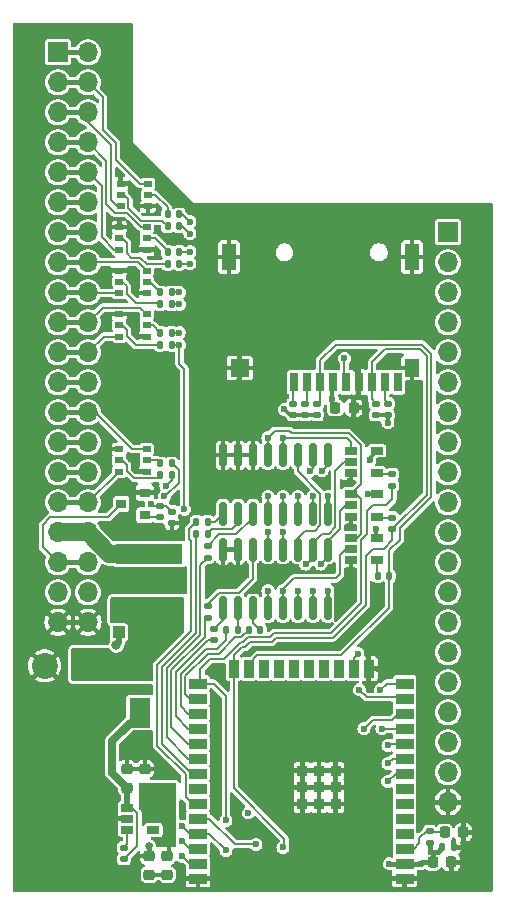
<source format=gbr>
%TF.GenerationSoftware,KiCad,Pcbnew,8.0.4*%
%TF.CreationDate,2024-09-22T15:27:49+02:00*%
%TF.ProjectId,blue_64,626c7565-5f36-4342-9e6b-696361645f70,1.0*%
%TF.SameCoordinates,PX3dc4fd0PY7445a00*%
%TF.FileFunction,Copper,L1,Top*%
%TF.FilePolarity,Positive*%
%FSLAX46Y46*%
G04 Gerber Fmt 4.6, Leading zero omitted, Abs format (unit mm)*
G04 Created by KiCad (PCBNEW 8.0.4) date 2024-09-22 15:27:49*
%MOMM*%
%LPD*%
G01*
G04 APERTURE LIST*
G04 Aperture macros list*
%AMRoundRect*
0 Rectangle with rounded corners*
0 $1 Rounding radius*
0 $2 $3 $4 $5 $6 $7 $8 $9 X,Y pos of 4 corners*
0 Add a 4 corners polygon primitive as box body*
4,1,4,$2,$3,$4,$5,$6,$7,$8,$9,$2,$3,0*
0 Add four circle primitives for the rounded corners*
1,1,$1+$1,$2,$3*
1,1,$1+$1,$4,$5*
1,1,$1+$1,$6,$7*
1,1,$1+$1,$8,$9*
0 Add four rect primitives between the rounded corners*
20,1,$1+$1,$2,$3,$4,$5,0*
20,1,$1+$1,$4,$5,$6,$7,0*
20,1,$1+$1,$6,$7,$8,$9,0*
20,1,$1+$1,$8,$9,$2,$3,0*%
G04 Aperture macros list end*
%TA.AperFunction,SMDPad,CuDef*%
%ADD10RoundRect,0.147500X-0.147500X-0.172500X0.147500X-0.172500X0.147500X0.172500X-0.147500X0.172500X0*%
%TD*%
%TA.AperFunction,SMDPad,CuDef*%
%ADD11RoundRect,0.147500X0.147500X0.172500X-0.147500X0.172500X-0.147500X-0.172500X0.147500X-0.172500X0*%
%TD*%
%TA.AperFunction,SMDPad,CuDef*%
%ADD12R,0.700000X0.510000*%
%TD*%
%TA.AperFunction,SMDPad,CuDef*%
%ADD13RoundRect,0.147500X0.172500X-0.147500X0.172500X0.147500X-0.172500X0.147500X-0.172500X-0.147500X0*%
%TD*%
%TA.AperFunction,SMDPad,CuDef*%
%ADD14R,1.000000X1.000000*%
%TD*%
%TA.AperFunction,SMDPad,CuDef*%
%ADD15RoundRect,0.147500X-0.172500X0.147500X-0.172500X-0.147500X0.172500X-0.147500X0.172500X0.147500X0*%
%TD*%
%TA.AperFunction,SMDPad,CuDef*%
%ADD16RoundRect,0.218750X0.256250X-0.218750X0.256250X0.218750X-0.256250X0.218750X-0.256250X-0.218750X0*%
%TD*%
%TA.AperFunction,SMDPad,CuDef*%
%ADD17R,0.700000X1.600000*%
%TD*%
%TA.AperFunction,SMDPad,CuDef*%
%ADD18R,1.200000X1.500000*%
%TD*%
%TA.AperFunction,SMDPad,CuDef*%
%ADD19R,1.200000X2.200000*%
%TD*%
%TA.AperFunction,SMDPad,CuDef*%
%ADD20R,1.600000X1.500000*%
%TD*%
%TA.AperFunction,SMDPad,CuDef*%
%ADD21R,1.060000X0.650000*%
%TD*%
%TA.AperFunction,SMDPad,CuDef*%
%ADD22RoundRect,0.218750X-0.218750X-0.256250X0.218750X-0.256250X0.218750X0.256250X-0.218750X0.256250X0*%
%TD*%
%TA.AperFunction,SMDPad,CuDef*%
%ADD23R,1.500000X0.900000*%
%TD*%
%TA.AperFunction,SMDPad,CuDef*%
%ADD24R,0.900000X1.500000*%
%TD*%
%TA.AperFunction,SMDPad,CuDef*%
%ADD25R,0.900000X0.900000*%
%TD*%
%TA.AperFunction,ComponentPad*%
%ADD26R,1.700000X1.700000*%
%TD*%
%TA.AperFunction,ComponentPad*%
%ADD27O,1.700000X1.700000*%
%TD*%
%TA.AperFunction,SMDPad,CuDef*%
%ADD28RoundRect,0.150000X-0.150000X0.825000X-0.150000X-0.825000X0.150000X-0.825000X0.150000X0.825000X0*%
%TD*%
%TA.AperFunction,SMDPad,CuDef*%
%ADD29R,5.700000X1.700000*%
%TD*%
%TA.AperFunction,SMDPad,CuDef*%
%ADD30RoundRect,0.218750X-0.256250X0.218750X-0.256250X-0.218750X0.256250X-0.218750X0.256250X0.218750X0*%
%TD*%
%TA.AperFunction,SMDPad,CuDef*%
%ADD31R,1.800000X2.500000*%
%TD*%
%TA.AperFunction,SMDPad,CuDef*%
%ADD32R,0.900000X0.800000*%
%TD*%
%TA.AperFunction,ComponentPad*%
%ADD33O,2.200000X2.200000*%
%TD*%
%TA.AperFunction,ComponentPad*%
%ADD34C,2.200000*%
%TD*%
%TA.AperFunction,ViaPad*%
%ADD35C,0.600000*%
%TD*%
%TA.AperFunction,ViaPad*%
%ADD36C,0.800000*%
%TD*%
%TA.AperFunction,Conductor*%
%ADD37C,0.300000*%
%TD*%
%TA.AperFunction,Conductor*%
%ADD38C,0.400000*%
%TD*%
%TA.AperFunction,Conductor*%
%ADD39C,0.700000*%
%TD*%
%TA.AperFunction,Conductor*%
%ADD40C,0.200000*%
%TD*%
%TA.AperFunction,Conductor*%
%ADD41C,0.500000*%
%TD*%
%TA.AperFunction,Conductor*%
%ADD42C,1.500000*%
%TD*%
G04 APERTURE END LIST*
D10*
X18057000Y22225000D03*
X19027000Y22225000D03*
D11*
X14074000Y54229000D03*
X13104000Y54229000D03*
D10*
X15517000Y31369000D03*
X16487000Y31369000D03*
D12*
X9000000Y52639000D03*
X9000000Y51689000D03*
X9000000Y50739000D03*
X11320000Y50739000D03*
X11320000Y51689000D03*
X11320000Y52639000D03*
D10*
X19962000Y22225000D03*
X20932000Y22225000D03*
X15517000Y30353000D03*
X16487000Y30353000D03*
D13*
X24765000Y40409000D03*
X24765000Y41379000D03*
D14*
X8980000Y22020000D03*
X11480000Y22020000D03*
D13*
X30734000Y40409000D03*
X30734000Y41379000D03*
X9398000Y2817000D03*
X9398000Y3787000D03*
D15*
X16510000Y24234000D03*
X16510000Y23264000D03*
D11*
X13439000Y35306000D03*
X12469000Y35306000D03*
D12*
X9000000Y48956000D03*
X9000000Y48006000D03*
X9000000Y47056000D03*
X11320000Y47056000D03*
X11320000Y48006000D03*
X11320000Y48956000D03*
D10*
X36345000Y3810000D03*
X37315000Y3810000D03*
D16*
X13081000Y1498500D03*
X13081000Y3073500D03*
D17*
X23787000Y43188000D03*
X24887000Y43188000D03*
X25987000Y43188000D03*
X27087000Y43188000D03*
X28187000Y43188000D03*
X29287000Y43188000D03*
X30387000Y43188000D03*
X31487000Y43188000D03*
X32587000Y43188000D03*
D18*
X33787000Y44388000D03*
D19*
X33787000Y53788000D03*
D20*
X19187000Y44388000D03*
D19*
X18287000Y53788000D03*
D21*
X9695000Y7173000D03*
X9695000Y6223000D03*
X9695000Y5273000D03*
X11895000Y5273000D03*
X11895000Y7173000D03*
D13*
X31750000Y40409000D03*
X31750000Y41379000D03*
D22*
X36550500Y5080000D03*
X38125500Y5080000D03*
D15*
X12446000Y32743000D03*
X12446000Y31773000D03*
D11*
X14074000Y56388000D03*
X13104000Y56388000D03*
D16*
X11176000Y8864500D03*
X11176000Y10439500D03*
D23*
X33161000Y1167000D03*
X33161000Y2437000D03*
X33161000Y3707000D03*
X33161000Y4977000D03*
X33161000Y6247000D03*
X33161000Y7517000D03*
X33161000Y8787000D03*
X33161000Y10057000D03*
X33161000Y11327000D03*
X33161000Y12597000D03*
X33161000Y13867000D03*
X33161000Y15137000D03*
X33161000Y16407000D03*
X33161000Y17677000D03*
D24*
X30131000Y18927000D03*
X28861000Y18927000D03*
X27591000Y18927000D03*
X26321000Y18927000D03*
X25051000Y18927000D03*
X23781000Y18927000D03*
X22511000Y18927000D03*
X21241000Y18927000D03*
X19971000Y18927000D03*
X18701000Y18927000D03*
D23*
X15661000Y17677000D03*
X15661000Y16407000D03*
X15661000Y15137000D03*
X15661000Y13867000D03*
X15661000Y12597000D03*
X15661000Y11327000D03*
X15661000Y10057000D03*
X15661000Y8787000D03*
X15661000Y7517000D03*
X15661000Y6247000D03*
X15661000Y4977000D03*
X15661000Y3707000D03*
X15661000Y2437000D03*
X15661000Y1167000D03*
D25*
X27311000Y7487000D03*
X27311000Y7487000D03*
X27311000Y8887000D03*
X27311000Y10287000D03*
X27311000Y10287000D03*
X25911000Y7487000D03*
X25911000Y8887000D03*
X25911000Y10287000D03*
X25911000Y10287000D03*
X24511000Y7487000D03*
X24511000Y8887000D03*
X24511000Y10287000D03*
D13*
X23749000Y40409000D03*
X23749000Y41379000D03*
D22*
X35534500Y2540000D03*
X37109500Y2540000D03*
D11*
X13439000Y47371000D03*
X12469000Y47371000D03*
D13*
X17018000Y21359000D03*
X17018000Y22329000D03*
X16510000Y28344000D03*
X16510000Y29314000D03*
D21*
X28618000Y37399000D03*
X28618000Y36449000D03*
X28618000Y35499000D03*
X30818000Y35499000D03*
X30818000Y37399000D03*
D15*
X13462000Y32235000D03*
X13462000Y31265000D03*
D26*
X3810000Y71120000D03*
D27*
X6350000Y71120000D03*
X3810000Y68580000D03*
X6350000Y68580000D03*
X3810000Y66040000D03*
X6350000Y66040000D03*
X3810000Y63500000D03*
X6350000Y63500000D03*
X3810000Y60960000D03*
X6350000Y60960000D03*
X3810000Y58420000D03*
X6350000Y58420000D03*
X3810000Y55880000D03*
X6350000Y55880000D03*
X3810000Y53340000D03*
X6350000Y53340000D03*
X3810000Y50800000D03*
X6350000Y50800000D03*
X3810000Y48260000D03*
X6350000Y48260000D03*
X3810000Y45720000D03*
X6350000Y45720000D03*
X3810000Y43180000D03*
X6350000Y43180000D03*
X3810000Y40640000D03*
X6350000Y40640000D03*
X3810000Y38100000D03*
X6350000Y38100000D03*
X3810000Y35560000D03*
X6350000Y35560000D03*
X3810000Y33020000D03*
X6350000Y33020000D03*
X3810000Y30480000D03*
X6350000Y30480000D03*
X3810000Y27940000D03*
X6350000Y27940000D03*
X3810000Y25400000D03*
X6350000Y25400000D03*
X3810000Y22860000D03*
X6350000Y22860000D03*
D28*
X26670000Y29018000D03*
X25400000Y29018000D03*
X24130000Y29018000D03*
X22860000Y29018000D03*
X21590000Y29018000D03*
X20320000Y29018000D03*
X19050000Y29018000D03*
X17780000Y29018000D03*
X17780000Y24068000D03*
X19050000Y24068000D03*
X20320000Y24068000D03*
X21590000Y24068000D03*
X22860000Y24068000D03*
X24130000Y24068000D03*
X25400000Y24068000D03*
X26670000Y24068000D03*
D11*
X13439000Y46355000D03*
X12469000Y46355000D03*
D13*
X35306000Y4214000D03*
X35306000Y5184000D03*
D29*
X11557000Y28670000D03*
X11557000Y24170000D03*
D11*
X13439000Y49784000D03*
X12469000Y49784000D03*
D28*
X26670000Y37019000D03*
X25400000Y37019000D03*
X24130000Y37019000D03*
X22860000Y37019000D03*
X21590000Y37019000D03*
X20320000Y37019000D03*
X19050000Y37019000D03*
X17780000Y37019000D03*
X17780000Y32069000D03*
X19050000Y32069000D03*
X20320000Y32069000D03*
X21590000Y32069000D03*
X22860000Y32069000D03*
X24130000Y32069000D03*
X25400000Y32069000D03*
X26670000Y32069000D03*
D11*
X14074000Y53213000D03*
X13104000Y53213000D03*
D12*
X9000000Y56322000D03*
X9000000Y55372000D03*
X9000000Y54422000D03*
X11320000Y54422000D03*
X11320000Y55372000D03*
X11320000Y56322000D03*
D11*
X13439000Y36322000D03*
X12469000Y36322000D03*
D21*
X28618000Y33716000D03*
X28618000Y32766000D03*
X28618000Y31816000D03*
X30818000Y31816000D03*
X30818000Y33716000D03*
D13*
X25781000Y40409000D03*
X25781000Y41379000D03*
D11*
X13439000Y50800000D03*
X12469000Y50800000D03*
D30*
X11557000Y3073500D03*
X11557000Y1498500D03*
D11*
X31854000Y26797000D03*
X30884000Y26797000D03*
X14074000Y57404000D03*
X13104000Y57404000D03*
D13*
X32131000Y30757000D03*
X32131000Y31727000D03*
D12*
X9127000Y60005000D03*
X9127000Y59055000D03*
X9127000Y58105000D03*
X11447000Y58105000D03*
X11447000Y59055000D03*
X11447000Y60005000D03*
D31*
X10730000Y15220000D03*
X10730000Y19220000D03*
D32*
X11160000Y31943000D03*
X11160000Y33843000D03*
X9160000Y32893000D03*
D26*
X36830000Y55880000D03*
D27*
X36830000Y53340000D03*
X36830000Y50800000D03*
X36830000Y48260000D03*
X36830000Y45720000D03*
X36830000Y43180000D03*
X36830000Y40640000D03*
X36830000Y38100000D03*
X36830000Y35560000D03*
X36830000Y33020000D03*
X36830000Y30480000D03*
X36830000Y27940000D03*
X36830000Y25400000D03*
X36830000Y22860000D03*
X36830000Y20320000D03*
X36830000Y17780000D03*
X36830000Y15240000D03*
X36830000Y12700000D03*
X36830000Y10160000D03*
X36830000Y7620000D03*
D12*
X9000000Y37526000D03*
X9000000Y36576000D03*
X9000000Y35626000D03*
X11320000Y35626000D03*
X11320000Y36576000D03*
X11320000Y37526000D03*
D13*
X32131000Y34440000D03*
X32131000Y35410000D03*
D21*
X28618000Y30033000D03*
X28618000Y29083000D03*
X28618000Y28133000D03*
X30818000Y28133000D03*
X30818000Y30033000D03*
D16*
X9652000Y8864500D03*
X9652000Y10439500D03*
D22*
X27279500Y41021000D03*
X28854500Y41021000D03*
D33*
X6195000Y19177000D03*
D34*
X2695000Y19177000D03*
D35*
X30861000Y38735000D03*
X20701000Y25908000D03*
X19558000Y13208000D03*
X13589000Y51943000D03*
X17430000Y2820000D03*
X31115000Y11684000D03*
X17399000Y50038000D03*
X7493000Y41910000D03*
X28575000Y34798000D03*
X13843000Y33147000D03*
X37719000Y11430000D03*
X35052000Y8763000D03*
X17018000Y1143000D03*
X10160000Y55880000D03*
X22352000Y44323000D03*
X23495000Y34163000D03*
X25781000Y12065000D03*
X10795000Y32893000D03*
X23622000Y16764000D03*
X23876000Y13335000D03*
X29210000Y41910000D03*
X29210000Y1143000D03*
X8255000Y71882000D03*
X20066000Y40894000D03*
X37719000Y26670000D03*
X35941000Y52070000D03*
X31115000Y10160000D03*
X28575000Y9398000D03*
X10033000Y48768000D03*
X17399000Y6858000D03*
X26670000Y34798000D03*
X33528000Y22733000D03*
X37719000Y31750000D03*
X22606000Y26543000D03*
X36068000Y36830000D03*
X8509000Y6223000D03*
X22987000Y20828000D03*
X2921000Y12446000D03*
X5080000Y49530000D03*
X20320000Y38481000D03*
X15748000Y53594000D03*
X26035000Y47244000D03*
X10668000Y26289000D03*
X7493000Y36830000D03*
X5080000Y39370000D03*
X19812000Y20193000D03*
X32639000Y44831000D03*
X17018000Y16637000D03*
X33274000Y49530000D03*
X20447000Y56134000D03*
X19177000Y43180000D03*
X5080000Y67310000D03*
X5080000Y54610000D03*
X13589000Y58420000D03*
X8636000Y40005000D03*
X34544000Y1143000D03*
X28702000Y24892000D03*
X19050000Y26543000D03*
X37719000Y44450000D03*
X5080000Y41910000D03*
X5080000Y62230000D03*
X30480000Y13208000D03*
X7620000Y5080000D03*
X27813000Y13716000D03*
X22225000Y34163000D03*
X38100000Y54610000D03*
X33528000Y30607000D03*
X30988000Y18923000D03*
X24765000Y22606000D03*
X5080000Y36830000D03*
X8001000Y44831000D03*
X8128000Y56642000D03*
X23495000Y3048000D03*
X16764000Y57277000D03*
X20574000Y33655000D03*
X20066000Y1143000D03*
X36068000Y19050000D03*
X28575000Y30988000D03*
X19558000Y34163000D03*
X5080000Y64770000D03*
X12192000Y34163000D03*
X14986000Y50038000D03*
X30861000Y24765000D03*
X34544000Y6223000D03*
X1778000Y6350000D03*
X17145000Y10668000D03*
X18796000Y47371000D03*
X31115000Y51816000D03*
X5080000Y34290000D03*
X22098000Y41402000D03*
X15875000Y56007000D03*
X8128000Y53975000D03*
X26924000Y27305000D03*
X5715000Y8763000D03*
X11557000Y3937000D03*
X26924000Y20828000D03*
X26162000Y1143000D03*
X17145000Y13335000D03*
X20574000Y52197000D03*
X30226000Y17526000D03*
X26546773Y40003358D03*
X30099000Y20193000D03*
X2921000Y16383000D03*
X19050000Y38481000D03*
X38227000Y2540000D03*
X33528000Y25146000D03*
X28956000Y13208000D03*
X27305000Y56007000D03*
X39116000Y5080000D03*
X9652000Y1270000D03*
X14224000Y26416000D03*
X6731000Y16383000D03*
X22860000Y9398000D03*
X10033000Y52451000D03*
X33528000Y19050000D03*
X25019000Y45085000D03*
X5080000Y57150000D03*
X12700000Y10160000D03*
X9730000Y30420000D03*
X5080000Y44450000D03*
X29591000Y38735000D03*
X38227000Y3810000D03*
X14351000Y1143000D03*
X36068000Y21590000D03*
X23114000Y1143000D03*
X9017000Y68326000D03*
X14351000Y6858000D03*
X37084000Y1524000D03*
X28448000Y21971000D03*
X5080000Y46990000D03*
X14732000Y45593000D03*
X11176000Y11557000D03*
X25654000Y53340000D03*
X28702000Y6858000D03*
X21971000Y11938000D03*
X5080000Y52070000D03*
X14097000Y30353000D03*
X9398000Y62865000D03*
X5461000Y2286000D03*
X5080000Y59690000D03*
X20447000Y5842000D03*
X16891000Y18796000D03*
X5080000Y26670000D03*
X18034000Y40386000D03*
X14859000Y46990000D03*
X22352000Y47371000D03*
X12130000Y25720000D03*
X33528000Y33147000D03*
X9652000Y11557000D03*
X18161000Y27432000D03*
X35941000Y46990000D03*
X33528000Y36703000D03*
X10160000Y36576000D03*
X5080000Y69850000D03*
X10033000Y38735000D03*
X29464000Y48133000D03*
X28705000Y44458401D03*
X20066000Y17145000D03*
X31877000Y1143000D03*
X27305000Y44704000D03*
X31623000Y6858000D03*
X32639000Y56261000D03*
X33528000Y27940000D03*
X16129000Y42037000D03*
X7620000Y7366000D03*
X10930000Y13020000D03*
X21082000Y27559000D03*
X10287000Y59055000D03*
X22225000Y22606000D03*
X28448000Y27178000D03*
X23495000Y27559000D03*
X31023500Y21336000D03*
X26670000Y33528000D03*
X30226000Y36576000D03*
X10330000Y21620000D03*
X13630000Y21720000D03*
X30734000Y30734000D03*
X12630000Y21720000D03*
X30038000Y33716000D03*
X10330000Y22520000D03*
X26670000Y25527000D03*
X13130000Y22520000D03*
X14130000Y22520000D03*
X14097000Y49784000D03*
X31242000Y13843000D03*
X14986000Y55753000D03*
X14351000Y4318000D03*
X14986000Y56769000D03*
X14351000Y3048000D03*
X31750000Y10922000D03*
X14986000Y53213000D03*
X31741746Y9398000D03*
X14986000Y54229000D03*
X14097000Y50800000D03*
X31750000Y12446000D03*
X29337000Y17145000D03*
X14521865Y32439467D03*
X14097000Y46355000D03*
X28067000Y45212000D03*
X29718000Y13843000D03*
X14097000Y47371000D03*
X31115000Y17145000D03*
X12827000Y33528000D03*
X12954000Y34417000D03*
X29210000Y20193000D03*
X18034000Y6096000D03*
X11696076Y32893000D03*
X31877000Y2413000D03*
X22987000Y40894000D03*
X13208000Y6985000D03*
X12319000Y8763000D03*
X13208000Y6096000D03*
X13208000Y4953000D03*
X35433000Y3429000D03*
X13208000Y8763000D03*
X34544000Y2413000D03*
X31750000Y39751000D03*
X13208000Y7874000D03*
X19939000Y6731000D03*
X27051000Y41783000D03*
X18034000Y3556000D03*
X14351000Y5579871D03*
X20574000Y4064000D03*
X25400000Y25527000D03*
X24130000Y25527000D03*
X26061263Y27792423D03*
X22860000Y30480000D03*
X21590000Y30480000D03*
X25400000Y33528000D03*
X26162000Y35687000D03*
X25146000Y35687000D03*
X22860000Y38481000D03*
X21590000Y33528000D03*
X22860000Y33528000D03*
X21590000Y38481000D03*
X24130000Y33528000D03*
X21590000Y25527000D03*
X24791263Y27792423D03*
X22860000Y25527000D03*
X22860000Y3810000D03*
D36*
X8763000Y20920000D03*
D37*
X28705000Y44458401D02*
X29287000Y43876401D01*
D38*
X3810000Y22860000D02*
X6350000Y22860000D01*
D37*
X29287000Y43876401D02*
X29287000Y43188000D01*
X26670000Y32069000D02*
X26670000Y33528000D01*
X26670000Y24068000D02*
X26670000Y25527000D01*
X30038000Y33716000D02*
X30818000Y33716000D01*
X30226000Y36576000D02*
X30226000Y36807000D01*
X30734000Y30117000D02*
X30818000Y30033000D01*
X30734000Y30734000D02*
X30734000Y30117000D01*
X30226000Y36807000D02*
X30818000Y37399000D01*
D39*
X6195000Y19177000D02*
X6215000Y19157000D01*
D40*
X9160000Y32893000D02*
X8017000Y31750000D01*
X8017000Y31750000D02*
X3175000Y31750000D01*
X2540000Y29210000D02*
X3810000Y27940000D01*
D38*
X3810000Y27940000D02*
X6350000Y27940000D01*
D40*
X2540000Y31115000D02*
X2540000Y29210000D01*
X3175000Y31750000D02*
X2540000Y31115000D01*
X11330000Y31773000D02*
X11160000Y31943000D01*
X12446000Y31773000D02*
X11330000Y31773000D01*
X14097000Y49784000D02*
X13439000Y49784000D01*
X31266000Y13867000D02*
X33161000Y13867000D01*
X31242000Y13843000D02*
X31266000Y13867000D01*
X12615000Y56877000D02*
X10871686Y56877000D01*
X9382000Y59055000D02*
X9127000Y59055000D01*
X10871686Y56877000D02*
X9777000Y57971686D01*
X9777000Y58660000D02*
X9382000Y59055000D01*
X9777000Y57971686D02*
X9777000Y58660000D01*
X13104000Y56388000D02*
X12615000Y56877000D01*
X14962000Y3707000D02*
X15661000Y3707000D01*
X14351000Y56388000D02*
X14074000Y56388000D01*
X14986000Y55753000D02*
X14351000Y56388000D01*
X14351000Y4318000D02*
X14962000Y3707000D01*
X12050000Y59055000D02*
X11447000Y59055000D01*
X13104000Y57404000D02*
X13104000Y58001000D01*
X13104000Y58001000D02*
X12050000Y59055000D01*
X14986000Y56769000D02*
X14351000Y57404000D01*
X14962000Y2437000D02*
X15661000Y2437000D01*
X14351000Y3048000D02*
X14962000Y2437000D01*
X14351000Y57404000D02*
X14074000Y57404000D01*
X10784685Y53740000D02*
X10014000Y53740000D01*
X9255000Y55372000D02*
X9000000Y55372000D01*
X13104000Y53213000D02*
X11311686Y53213000D01*
X11311686Y53213000D02*
X10784685Y53740000D01*
X9650000Y54104000D02*
X9650000Y54977000D01*
X9650000Y54977000D02*
X9255000Y55372000D01*
X10014000Y53740000D02*
X9650000Y54104000D01*
X32155000Y11327000D02*
X33161000Y11327000D01*
X14986000Y53213000D02*
X14074000Y53213000D01*
X31750000Y10922000D02*
X32155000Y11327000D01*
X13104000Y54318000D02*
X12050000Y55372000D01*
X13104000Y54229000D02*
X13104000Y54318000D01*
X12050000Y55372000D02*
X11320000Y55372000D01*
X31741746Y9398000D02*
X32400746Y10057000D01*
X14986000Y54229000D02*
X14074000Y54229000D01*
X32400746Y10057000D02*
X33161000Y10057000D01*
X12342000Y49911000D02*
X10414000Y49911000D01*
X9255000Y51689000D02*
X9000000Y51689000D01*
X12469000Y49784000D02*
X12342000Y49911000D01*
X10414000Y49911000D02*
X9650000Y50675000D01*
X9650000Y51294000D02*
X9255000Y51689000D01*
X9650000Y50675000D02*
X9650000Y51294000D01*
X31750000Y12446000D02*
X31901000Y12597000D01*
X31901000Y12597000D02*
X33161000Y12597000D01*
X14097000Y50800000D02*
X13439000Y50800000D01*
X11580000Y51689000D02*
X11320000Y51689000D01*
X12469000Y50800000D02*
X11580000Y51689000D01*
X29337000Y17145000D02*
X29972000Y16510000D01*
X32528000Y16510000D02*
X32631000Y16407000D01*
X28067000Y45212000D02*
X28067000Y43308000D01*
X28067000Y43308000D02*
X28187000Y43188000D01*
X14521865Y32439467D02*
X14521865Y44319606D01*
X14521865Y44319606D02*
X14097000Y44744471D01*
X29972000Y16510000D02*
X32528000Y16510000D01*
X14097000Y44744471D02*
X14097000Y46355000D01*
X32631000Y16407000D02*
X33161000Y16407000D01*
X14097000Y46355000D02*
X13439000Y46355000D01*
X10414000Y46355000D02*
X9650000Y47119000D01*
X9650000Y47611000D02*
X9255000Y48006000D01*
X9255000Y48006000D02*
X9000000Y48006000D01*
X9650000Y47119000D02*
X9650000Y47611000D01*
X12469000Y46355000D02*
X10414000Y46355000D01*
X14097000Y47371000D02*
X13439000Y47371000D01*
X32643000Y15137000D02*
X33161000Y15137000D01*
X32111000Y14605000D02*
X32643000Y15137000D01*
X29718000Y13843000D02*
X30480000Y14605000D01*
X30480000Y14605000D02*
X32111000Y14605000D01*
X11834000Y48006000D02*
X11320000Y48006000D01*
X12469000Y47371000D02*
X11834000Y48006000D01*
X14034000Y34648471D02*
X14034000Y35727000D01*
X31647000Y17677000D02*
X33161000Y17677000D01*
X12827000Y33528000D02*
X12913529Y33528000D01*
X14034000Y35727000D02*
X13439000Y36322000D01*
X31115000Y17145000D02*
X31647000Y17677000D01*
X12913529Y33528000D02*
X14034000Y34648471D01*
X12234000Y35071000D02*
X10268000Y35071000D01*
X9650000Y35689000D02*
X9650000Y36181000D01*
X9255000Y36576000D02*
X9000000Y36576000D01*
X9650000Y36181000D02*
X9255000Y36576000D01*
X10268000Y35071000D02*
X9650000Y35689000D01*
X12469000Y35306000D02*
X12234000Y35071000D01*
X12954000Y34417000D02*
X13439000Y34902000D01*
X13439000Y34902000D02*
X13439000Y35306000D01*
X28861000Y19844000D02*
X28861000Y18927000D01*
X29210000Y20193000D02*
X28861000Y19844000D01*
X12215000Y36576000D02*
X11320000Y36576000D01*
X12469000Y36322000D02*
X12215000Y36576000D01*
X14835000Y11327000D02*
X13005000Y13157000D01*
X15875000Y27709000D02*
X16510000Y28344000D01*
X13005000Y13157000D02*
X13005000Y18950739D01*
X15875000Y21820740D02*
X15875000Y27709000D01*
X13005000Y18950739D02*
X15875000Y21820740D01*
X15661000Y11327000D02*
X14835000Y11327000D01*
X20320000Y31727604D02*
X20320000Y32069000D01*
X16510000Y29314000D02*
X16510000Y29359396D01*
X18926396Y30334000D02*
X20320000Y31727604D01*
X17484604Y30334000D02*
X18926396Y30334000D01*
X16510000Y29359396D02*
X17484604Y30334000D01*
X15661000Y10057000D02*
X15131000Y10057000D01*
X12605000Y19116425D02*
X15475000Y21986426D01*
X15475000Y30311000D02*
X15517000Y30353000D01*
X15475000Y21986426D02*
X15475000Y30311000D01*
X15131000Y10057000D02*
X12605000Y12583000D01*
X12605000Y12583000D02*
X12605000Y19116425D01*
X16487000Y30353000D02*
X16868000Y30734000D01*
X19050000Y31242000D02*
X19050000Y32069000D01*
X16868000Y30734000D02*
X18542000Y30734000D01*
X18542000Y30734000D02*
X19050000Y31242000D01*
X12205000Y12417314D02*
X12205000Y19282111D01*
X14611000Y8037000D02*
X14611000Y10011314D01*
X15075000Y29756000D02*
X14922000Y29909000D01*
X15131000Y7517000D02*
X14611000Y8037000D01*
X12205000Y19282111D02*
X15075000Y22152112D01*
X15661000Y7517000D02*
X15131000Y7517000D01*
X14611000Y10011314D02*
X12205000Y12417314D01*
X14922000Y29909000D02*
X14922000Y30774000D01*
X15075000Y22152112D02*
X15075000Y29756000D01*
X14922000Y30774000D02*
X15517000Y31369000D01*
X17080000Y31369000D02*
X17780000Y32069000D01*
X16487000Y31369000D02*
X17080000Y31369000D01*
X19344861Y21590000D02*
X19962000Y22207139D01*
X16491000Y20174000D02*
X17414685Y20174000D01*
X19962000Y22207139D02*
X19962000Y22225000D01*
X18830685Y21590000D02*
X19344861Y21590000D01*
X14962000Y16407000D02*
X14605000Y16764000D01*
X15661000Y16407000D02*
X14962000Y16407000D01*
X17414685Y20174000D02*
X18830685Y21590000D01*
X14605000Y18288000D02*
X16491000Y20174000D01*
X14605000Y16764000D02*
X14605000Y18288000D01*
X20320000Y22837000D02*
X20932000Y22225000D01*
X20320000Y24068000D02*
X20320000Y22837000D01*
X16325314Y20574000D02*
X14205000Y18453686D01*
X17249000Y20574000D02*
X16325314Y20574000D01*
X18057000Y22225000D02*
X18057000Y21382000D01*
X18057000Y21382000D02*
X17249000Y20574000D01*
X14205000Y15767000D02*
X14835000Y15137000D01*
X14835000Y15137000D02*
X15661000Y15137000D01*
X14205000Y18453686D02*
X14205000Y15767000D01*
X19027000Y22225000D02*
X19027000Y24045000D01*
X19027000Y24045000D02*
X19050000Y24068000D01*
X16544632Y21359000D02*
X13805000Y18619371D01*
X17018000Y21359000D02*
X16544632Y21359000D01*
X14835000Y13867000D02*
X15661000Y13867000D01*
X13805000Y14897000D02*
X14835000Y13867000D01*
X13805000Y18619371D02*
X13805000Y14897000D01*
X17780000Y23091000D02*
X17018000Y22329000D01*
X17780000Y24068000D02*
X17780000Y23091000D01*
X17851685Y19774000D02*
X19267685Y21190000D01*
X29972000Y32281000D02*
X30457000Y32766000D01*
X30457000Y32766000D02*
X31623000Y32766000D01*
X29972000Y30295314D02*
X29972000Y32281000D01*
X29464000Y29787314D02*
X29972000Y30295314D01*
X15875000Y18923000D02*
X16726000Y19774000D01*
X29464000Y24511000D02*
X29464000Y29787314D01*
X15661000Y17677000D02*
X15875000Y17891000D01*
X16994000Y17677000D02*
X15661000Y17677000D01*
X22098000Y21971000D02*
X26924000Y21971000D01*
X26924000Y21971000D02*
X29464000Y24511000D01*
X19925547Y21605000D02*
X21732000Y21605000D01*
X16726000Y19774000D02*
X17851685Y19774000D01*
X19267685Y21190000D02*
X19510547Y21190000D01*
X31623000Y32766000D02*
X32131000Y33274000D01*
X21732000Y21605000D02*
X22098000Y21971000D01*
X15875000Y17891000D02*
X15875000Y18923000D01*
X32131000Y33274000D02*
X32131000Y34440000D01*
X19510547Y21190000D02*
X19925547Y21605000D01*
X18034000Y6096000D02*
X18034000Y16637000D01*
X18034000Y16637000D02*
X16994000Y17677000D01*
X32131000Y35410000D02*
X30907000Y35410000D01*
X30907000Y35410000D02*
X30818000Y35499000D01*
X11846076Y32743000D02*
X12446000Y32743000D01*
X12954000Y32743000D02*
X13462000Y32235000D01*
X11696076Y32893000D02*
X11846076Y32743000D01*
X12446000Y32743000D02*
X12954000Y32743000D01*
D37*
X23749000Y40409000D02*
X23472000Y40409000D01*
D38*
X31901000Y2437000D02*
X31877000Y2413000D01*
X34544000Y2413000D02*
X34671000Y2540000D01*
X35433000Y3429000D02*
X35964000Y3429000D01*
X35534500Y3327500D02*
X35534500Y2540000D01*
X34544000Y2413000D02*
X33185000Y2413000D01*
D37*
X27051000Y43152000D02*
X27087000Y43188000D01*
D38*
X35964000Y3429000D02*
X36345000Y3810000D01*
D37*
X27051000Y41783000D02*
X27051000Y43152000D01*
D38*
X35433000Y3429000D02*
X35306000Y3556000D01*
D37*
X13081000Y3073500D02*
X13208000Y3200500D01*
D38*
X33185000Y2413000D02*
X33161000Y2437000D01*
D37*
X27279500Y41021000D02*
X27051000Y41249500D01*
X25781000Y40409000D02*
X24765000Y40409000D01*
X23472000Y40409000D02*
X22987000Y40894000D01*
D38*
X35433000Y3429000D02*
X35534500Y3327500D01*
X35306000Y3556000D02*
X35306000Y4214000D01*
D37*
X13208000Y3200500D02*
X13208000Y6096000D01*
X30734000Y40409000D02*
X31750000Y40409000D01*
D38*
X34671000Y2540000D02*
X35534500Y2540000D01*
D37*
X24765000Y40409000D02*
X23749000Y40409000D01*
X27051000Y41249500D02*
X27051000Y43152000D01*
X31750000Y39751000D02*
X31750000Y40409000D01*
D38*
X33161000Y2437000D02*
X31901000Y2437000D01*
D40*
X19120000Y25343000D02*
X20320000Y26543000D01*
X17443604Y25343000D02*
X19120000Y25343000D01*
X16510000Y24409396D02*
X17443604Y25343000D01*
X20320000Y26543000D02*
X20320000Y29018000D01*
X16510000Y24234000D02*
X16510000Y24409396D01*
D39*
X10730000Y15120000D02*
X10730000Y15220000D01*
D41*
X9652000Y8864500D02*
X9652000Y7216000D01*
D39*
X8382000Y12772000D02*
X10730000Y15120000D01*
X8382000Y10134500D02*
X8382000Y12772000D01*
D40*
X10541000Y6731000D02*
X10099000Y7173000D01*
X10099000Y7173000D02*
X9695000Y7173000D01*
X9398000Y2817000D02*
X10541000Y3960000D01*
D41*
X9652000Y7216000D02*
X9695000Y7173000D01*
D39*
X9652000Y8864500D02*
X8382000Y10134500D01*
D40*
X10541000Y3960000D02*
X10541000Y6731000D01*
D37*
X13081000Y1498500D02*
X11557000Y1498500D01*
D40*
X9695000Y5273000D02*
X9695000Y4084000D01*
X9695000Y4084000D02*
X9398000Y3787000D01*
X16613000Y4977000D02*
X15661000Y4977000D01*
X18034000Y3556000D02*
X16613000Y4977000D01*
X14953871Y4977000D02*
X15661000Y4977000D01*
X14351000Y5579871D02*
X14953871Y4977000D01*
X18796000Y4064000D02*
X16613000Y6247000D01*
X20574000Y4064000D02*
X18796000Y4064000D01*
X16613000Y6247000D02*
X15661000Y6247000D01*
X33161000Y3707000D02*
X33933000Y3707000D01*
X36550500Y5080000D02*
X35410000Y5080000D01*
X34417000Y4572000D02*
X35029000Y5184000D01*
X33933000Y3707000D02*
X34417000Y4191000D01*
X35410000Y5080000D02*
X35306000Y5184000D01*
X35029000Y5184000D02*
X35306000Y5184000D01*
X34417000Y4191000D02*
X34417000Y4572000D01*
X25400000Y25527000D02*
X25400000Y24068000D01*
D38*
X3810000Y40640000D02*
X6350000Y40640000D01*
D40*
X6985000Y40640000D02*
X6350000Y40640000D01*
X10099000Y37526000D02*
X6985000Y40640000D01*
X11320000Y37526000D02*
X10099000Y37526000D01*
X24130000Y25527000D02*
X24130000Y24068000D01*
D38*
X3810000Y33020000D02*
X6350000Y33020000D01*
D40*
X9000000Y35626000D02*
X8956000Y35626000D01*
X8956000Y35626000D02*
X6350000Y33020000D01*
X27705000Y32277000D02*
X27705000Y30753000D01*
X26670000Y28401160D02*
X26670000Y29018000D01*
X7686000Y47056000D02*
X6350000Y45720000D01*
X26670000Y29718000D02*
X26670000Y29018000D01*
X27705000Y30753000D02*
X26670000Y29718000D01*
X28194000Y32766000D02*
X27705000Y32277000D01*
D38*
X3810000Y45720000D02*
X6350000Y45720000D01*
D40*
X28618000Y32766000D02*
X28194000Y32766000D01*
X9000000Y47056000D02*
X7686000Y47056000D01*
X26061263Y27792423D02*
X26670000Y28401160D01*
D38*
X3810000Y48260000D02*
X6350000Y48260000D01*
D40*
X7601000Y49511000D02*
X6350000Y48260000D01*
X22860000Y30480000D02*
X22860000Y29018000D01*
X10765000Y49511000D02*
X7601000Y49511000D01*
X11320000Y48956000D02*
X10765000Y49511000D01*
D38*
X3810000Y50800000D02*
X6350000Y50800000D01*
D40*
X9000000Y50739000D02*
X6411000Y50739000D01*
X21590000Y30480000D02*
X21590000Y29018000D01*
X6411000Y50739000D02*
X6350000Y50800000D01*
D38*
X3810000Y60960000D02*
X6350000Y60960000D01*
D40*
X7500000Y55492000D02*
X7500000Y59810000D01*
X7500000Y59810000D02*
X6350000Y60960000D01*
X25400000Y33528000D02*
X25400000Y32069000D01*
X8570000Y54422000D02*
X7500000Y55492000D01*
X9000000Y54422000D02*
X8570000Y54422000D01*
X8617000Y57550000D02*
X7900000Y58267000D01*
X7900000Y58267000D02*
X7900000Y61950000D01*
D38*
X3810000Y63500000D02*
X6350000Y63500000D01*
D40*
X11320000Y56322000D02*
X10861000Y56322000D01*
X26162000Y35687000D02*
X26670000Y36195000D01*
X26670000Y36195000D02*
X26670000Y37019000D01*
X7900000Y61950000D02*
X6350000Y63500000D01*
X10861000Y56322000D02*
X9633000Y57550000D01*
X9633000Y57550000D02*
X8617000Y57550000D01*
D38*
X3810000Y66040000D02*
X6350000Y66040000D01*
D40*
X25400000Y35941000D02*
X25400000Y37019000D01*
X25146000Y35687000D02*
X25400000Y35941000D01*
X9127000Y58105000D02*
X8824000Y58105000D01*
X8300000Y58629000D02*
X8300000Y63270315D01*
X6350000Y65220315D02*
X6350000Y66040000D01*
X8300000Y63270315D02*
X6350000Y65220315D01*
X8824000Y58105000D02*
X8300000Y58629000D01*
D38*
X3810000Y68580000D02*
X6350000Y68580000D01*
D40*
X8700000Y62039000D02*
X8700000Y63436001D01*
X28263314Y38481000D02*
X28618000Y38126314D01*
X8700000Y63436001D02*
X7620000Y64516001D01*
X22860000Y38481000D02*
X22860000Y37019000D01*
X28618000Y38126314D02*
X28618000Y37399000D01*
X11447000Y60005000D02*
X10734000Y60005000D01*
X22860000Y38481000D02*
X28263314Y38481000D01*
X10734000Y60005000D02*
X8700000Y62039000D01*
X7620000Y67310000D02*
X6350000Y68580000D01*
X7620000Y64516001D02*
X7620000Y67310000D01*
X10619000Y53340000D02*
X6350000Y53340000D01*
X21590000Y33528000D02*
X21590000Y32069000D01*
D38*
X3810000Y53340000D02*
X6350000Y53340000D01*
D40*
X11320000Y52639000D02*
X10619000Y53340000D01*
D38*
X3810000Y55880000D02*
X6350000Y55880000D01*
D40*
X22860000Y33528000D02*
X22860000Y32069000D01*
X26035000Y31092604D02*
X25549396Y30607000D01*
X24130000Y37019000D02*
X24130000Y35646529D01*
X24130000Y35646529D02*
X26035000Y33741529D01*
X24765000Y30607000D02*
X24130000Y29972000D01*
X24130000Y29972000D02*
X24130000Y29018000D01*
X25549396Y30607000D02*
X24765000Y30607000D01*
X26035000Y33741529D02*
X26035000Y31092604D01*
X22190000Y39081000D02*
X23403000Y39081000D01*
X29464000Y33274000D02*
X29022000Y33716000D01*
X23603000Y38881000D02*
X28428999Y38881000D01*
X21590000Y38481000D02*
X22190000Y39081000D01*
X29144000Y30033000D02*
X29464000Y30353000D01*
X29448000Y37862000D02*
X29448000Y34546000D01*
X29464000Y30353000D02*
X29464000Y33274000D01*
X29022000Y33716000D02*
X28618000Y33716000D01*
X21590000Y38481000D02*
X21590000Y37019000D01*
X28428999Y38881000D02*
X29448000Y37862000D01*
X23403000Y39081000D02*
X23603000Y38881000D01*
X28618000Y30033000D02*
X29144000Y30033000D01*
D38*
X3810000Y71120000D02*
X6350000Y71120000D01*
D40*
X29448000Y34546000D02*
X28618000Y33716000D01*
X24130000Y33528000D02*
X24130000Y32069000D01*
D38*
X3810000Y58420000D02*
X6350000Y58420000D01*
D40*
X21590000Y25527000D02*
X21590000Y24068000D01*
D38*
X3810000Y35560000D02*
X6350000Y35560000D01*
D40*
X28067000Y36449000D02*
X27305000Y35687000D01*
X28618000Y36449000D02*
X28067000Y36449000D01*
X25400000Y29591000D02*
X25400000Y29018000D01*
X26162000Y30353000D02*
X25400000Y29591000D01*
D38*
X3810000Y43180000D02*
X6350000Y43180000D01*
D40*
X27305000Y35687000D02*
X27305000Y30918686D01*
X25400000Y28321000D02*
X25400000Y29018000D01*
X24791263Y27792423D02*
X24871423Y27792423D01*
X26739314Y30353000D02*
X26162000Y30353000D01*
X27305000Y30918686D02*
X26739314Y30353000D01*
X24871423Y27792423D02*
X25400000Y28321000D01*
X22860000Y25654000D02*
X22860000Y25527000D01*
D38*
X3810000Y38100000D02*
X6350000Y38100000D01*
D40*
X22860000Y25527000D02*
X22860000Y24068000D01*
X27686000Y26924000D02*
X27340000Y26578000D01*
X27686000Y28575000D02*
X27686000Y26924000D01*
X28194000Y29083000D02*
X27686000Y28575000D01*
X23784000Y26578000D02*
X22860000Y25654000D01*
X28618000Y29083000D02*
X28194000Y29083000D01*
X27340000Y26578000D02*
X23784000Y26578000D01*
X23749000Y42799000D02*
X23749000Y41379000D01*
X23787000Y42837000D02*
X23749000Y42799000D01*
X23787000Y43188000D02*
X23787000Y42837000D01*
X19676233Y20790000D02*
X20091233Y21205000D01*
X29864000Y24345315D02*
X29864000Y28467000D01*
X30387000Y41726000D02*
X30734000Y41379000D01*
X31496000Y45974000D02*
X30387000Y44865000D01*
X18701000Y18927000D02*
X18701000Y20057629D01*
X22860000Y3810000D02*
X22987000Y3937000D01*
X18701000Y20057629D02*
X19433371Y20790000D01*
X29864000Y28467000D02*
X30480000Y29083000D01*
X31409500Y29083000D02*
X32131000Y29804500D01*
X35033000Y45427314D02*
X34486314Y45974000D01*
X30480000Y29083000D02*
X31409500Y29083000D01*
X32131000Y29804500D02*
X32131000Y30757000D01*
X27089686Y21571000D02*
X29864000Y24345315D01*
X21897686Y21205000D02*
X22263686Y21571000D01*
X19433371Y20790000D02*
X19676233Y20790000D01*
X22263686Y21571000D02*
X27089686Y21571000D01*
X35033000Y33659000D02*
X35033000Y45427314D01*
X30387000Y44865000D02*
X30387000Y43188000D01*
X22987000Y4531529D02*
X18701000Y8817529D01*
X30387000Y43188000D02*
X30387000Y41726000D01*
X32131000Y30757000D02*
X35033000Y33659000D01*
X22987000Y3937000D02*
X22987000Y4531529D01*
X18701000Y8817529D02*
X18701000Y18927000D01*
X20091233Y21205000D02*
X21897686Y21205000D01*
X34486314Y45974000D02*
X31496000Y45974000D01*
X30907000Y31727000D02*
X30818000Y31816000D01*
X32131000Y31727000D02*
X30907000Y31727000D01*
X31854000Y25781000D02*
X31854000Y26797000D01*
X19971000Y19336000D02*
X20701000Y20066000D01*
X27324000Y46374000D02*
X25987000Y45037000D01*
X32751000Y30811314D02*
X35433000Y33493314D01*
X35433000Y33493314D02*
X35433000Y45593000D01*
X31854000Y26797000D02*
X31854000Y28961814D01*
X31854000Y28961814D02*
X32751000Y29858814D01*
X32751000Y29858814D02*
X32751000Y30811314D01*
X25987000Y45037000D02*
X25987000Y43188000D01*
X34651999Y46374000D02*
X27324000Y46374000D01*
X27813000Y20066000D02*
X31854000Y24107000D01*
X25987000Y41585000D02*
X25781000Y41379000D01*
X20701000Y20066000D02*
X27813000Y20066000D01*
X35433000Y45593000D02*
X34651999Y46374000D01*
X25987000Y43188000D02*
X25987000Y41585000D01*
X19971000Y18927000D02*
X19971000Y19336000D01*
X31854000Y24107000D02*
X31854000Y25781000D01*
X30818000Y26863000D02*
X30818000Y28133000D01*
X30884000Y26797000D02*
X30818000Y26863000D01*
D42*
X6355585Y30480000D02*
X8150000Y28685585D01*
X8150000Y28680000D02*
X8160000Y28670000D01*
X8160000Y28670000D02*
X11557000Y28670000D01*
D41*
X8980000Y21137000D02*
X8980000Y22020000D01*
D42*
X6350000Y30480000D02*
X6355585Y30480000D01*
X6350000Y30480000D02*
X3810000Y30480000D01*
D41*
X8763000Y20920000D02*
X8980000Y21137000D01*
D42*
X8150000Y28685585D02*
X8150000Y28680000D01*
D40*
X24887000Y41501000D02*
X24765000Y41379000D01*
X24887000Y43188000D02*
X24887000Y41501000D01*
X31487000Y43188000D02*
X31487000Y41642000D01*
X31487000Y41642000D02*
X31750000Y41379000D01*
X14835000Y12597000D02*
X15661000Y12597000D01*
X16275000Y23029000D02*
X16275000Y21655054D01*
X13405000Y14027000D02*
X14835000Y12597000D01*
X16510000Y23264000D02*
X16275000Y23029000D01*
X16275000Y21655054D02*
X13405000Y18785056D01*
X13405000Y18785056D02*
X13405000Y14027000D01*
%TA.AperFunction,Conductor*%
G36*
X14421039Y24964315D02*
G01*
X14466794Y24911511D01*
X14478000Y24860000D01*
X14478000Y22102156D01*
X14458315Y22035117D01*
X14441681Y22014475D01*
X11924531Y19497325D01*
X11924527Y19497320D01*
X11878387Y19417402D01*
X11878386Y19417399D01*
X11854500Y19328255D01*
X11854500Y18031000D01*
X11834815Y17963961D01*
X11782011Y17918206D01*
X11730500Y17907000D01*
X5077000Y17907000D01*
X5009961Y17926685D01*
X4964206Y17979489D01*
X4953000Y18031000D01*
X4953000Y20577000D01*
X4972685Y20644039D01*
X5025489Y20689794D01*
X5077000Y20701000D01*
X8064754Y20701000D01*
X8131793Y20681315D01*
X8177548Y20628511D01*
X8180695Y20620974D01*
X8182779Y20615478D01*
X8209339Y20577000D01*
X8272517Y20485470D01*
X8390760Y20380717D01*
X8390762Y20380716D01*
X8530634Y20307304D01*
X8684014Y20269500D01*
X8684015Y20269500D01*
X8841985Y20269500D01*
X8995365Y20307304D01*
X8999145Y20309288D01*
X9135240Y20380717D01*
X9253483Y20485470D01*
X9343220Y20615477D01*
X9399237Y20763182D01*
X9411401Y20863367D01*
X9427108Y20910416D01*
X9446392Y20943814D01*
X9480500Y21071107D01*
X9480500Y21162928D01*
X9500185Y21229967D01*
X9552989Y21275722D01*
X9574239Y21282585D01*
X9577738Y21284034D01*
X9577740Y21284034D01*
X9660601Y21339399D01*
X9715966Y21422260D01*
X9730500Y21495326D01*
X9730500Y22544674D01*
X9730500Y22544677D01*
X9730499Y22544679D01*
X9715967Y22617736D01*
X9715966Y22617740D01*
X9689789Y22656917D01*
X9660601Y22700601D01*
X9577740Y22755966D01*
X9577739Y22755967D01*
X9577735Y22755968D01*
X9504677Y22770500D01*
X9504674Y22770500D01*
X8455326Y22770500D01*
X8403190Y22760130D01*
X8333598Y22766359D01*
X8278422Y22809222D01*
X8255178Y22875112D01*
X8255000Y22881748D01*
X8255000Y24860000D01*
X8274685Y24927039D01*
X8327489Y24972794D01*
X8379000Y24984000D01*
X14354000Y24984000D01*
X14421039Y24964315D01*
G37*
%TD.AperFunction*%
%TA.AperFunction,Conductor*%
G36*
X13786039Y9251315D02*
G01*
X13831794Y9198511D01*
X13843000Y9147000D01*
X13843000Y7094769D01*
X13833562Y7047318D01*
X13814669Y7001707D01*
X13796841Y6866288D01*
X13795750Y6858000D01*
X13814670Y6714291D01*
X13833561Y6668682D01*
X13843000Y6621232D01*
X13843000Y5816640D01*
X13833562Y5769191D01*
X13820204Y5736942D01*
X13814669Y5723578D01*
X13801385Y5622674D01*
X13795750Y5579871D01*
X13814670Y5436162D01*
X13833561Y5390553D01*
X13843000Y5343103D01*
X13843000Y4554769D01*
X13833562Y4507320D01*
X13820204Y4475071D01*
X13814669Y4461707D01*
X13814338Y4459189D01*
X13795750Y4318000D01*
X13814670Y4174291D01*
X13833561Y4128682D01*
X13843000Y4081232D01*
X13843000Y3934000D01*
X13823315Y3866961D01*
X13770511Y3821206D01*
X13719000Y3810000D01*
X12236250Y3810000D01*
X12169211Y3829685D01*
X12123456Y3882489D01*
X12113349Y3928948D01*
X12113311Y3928942D01*
X12113250Y3929401D01*
X12112250Y3934000D01*
X12112250Y3937001D01*
X12110048Y3953720D01*
X12093330Y4080709D01*
X12037861Y4214625D01*
X11949621Y4329621D01*
X11834625Y4417861D01*
X11834624Y4417862D01*
X11834622Y4417863D01*
X11735453Y4458939D01*
X11681049Y4502779D01*
X11658984Y4569073D01*
X11676263Y4636773D01*
X11727400Y4684384D01*
X11782905Y4697500D01*
X12449676Y4697500D01*
X12449677Y4697501D01*
X12522740Y4712034D01*
X12605601Y4767399D01*
X12660966Y4850260D01*
X12675500Y4923326D01*
X12675500Y5622674D01*
X12675500Y5622677D01*
X12675499Y5622679D01*
X12660967Y5695736D01*
X12660966Y5695740D01*
X12605601Y5778601D01*
X12522740Y5833966D01*
X12522739Y5833967D01*
X12522735Y5833968D01*
X12449677Y5848500D01*
X12449674Y5848500D01*
X11340326Y5848500D01*
X11340323Y5848500D01*
X11267264Y5833968D01*
X11267260Y5833967D01*
X11184399Y5778601D01*
X11147635Y5723578D01*
X11122249Y5685585D01*
X11120708Y5686615D01*
X11086215Y5643814D01*
X11019920Y5621753D01*
X10952221Y5639035D01*
X10904613Y5690175D01*
X10891500Y5745674D01*
X10891500Y6777142D01*
X10891500Y6777144D01*
X10867614Y6866288D01*
X10867611Y6866294D01*
X10821473Y6946206D01*
X10821470Y6946209D01*
X10821469Y6946212D01*
X10756212Y7011469D01*
X10756210Y7011472D01*
X10704318Y7063365D01*
X10670834Y7124688D01*
X10668000Y7151045D01*
X10668000Y9147000D01*
X10687685Y9214039D01*
X10740489Y9259794D01*
X10792000Y9271000D01*
X13719000Y9271000D01*
X13786039Y9251315D01*
G37*
%TD.AperFunction*%
%TA.AperFunction,Conductor*%
G36*
X16864495Y17306815D02*
G01*
X16885137Y17290181D01*
X17647181Y16528137D01*
X17680666Y16466814D01*
X17683500Y16440456D01*
X17683500Y6582092D01*
X17663815Y6515053D01*
X17645913Y6495588D01*
X17647129Y6494372D01*
X17641384Y6488628D01*
X17553137Y6373623D01*
X17497671Y6239713D01*
X17497670Y6239709D01*
X17486084Y6151712D01*
X17457816Y6087816D01*
X17399491Y6049345D01*
X17329627Y6048515D01*
X17275464Y6080218D01*
X16828213Y6527469D01*
X16828208Y6527473D01*
X16748290Y6573613D01*
X16740781Y6576723D01*
X16741841Y6579285D01*
X16693719Y6608638D01*
X16663210Y6671495D01*
X16661500Y6692018D01*
X16661500Y6721677D01*
X16661499Y6721679D01*
X16646967Y6794736D01*
X16646966Y6794739D01*
X16646966Y6794740D01*
X16634691Y6813111D01*
X16613814Y6879786D01*
X16632298Y6947166D01*
X16634692Y6950891D01*
X16646966Y6969260D01*
X16661500Y7042326D01*
X16661500Y7991674D01*
X16661500Y7991677D01*
X16661499Y7991679D01*
X16646967Y8064736D01*
X16646966Y8064739D01*
X16646966Y8064740D01*
X16634691Y8083111D01*
X16613814Y8149786D01*
X16632298Y8217166D01*
X16634692Y8220891D01*
X16636565Y8223694D01*
X16646966Y8239260D01*
X16661500Y8312326D01*
X16661500Y9261674D01*
X16661500Y9261677D01*
X16661499Y9261679D01*
X16646967Y9334736D01*
X16646966Y9334738D01*
X16646966Y9334740D01*
X16634691Y9353111D01*
X16613814Y9419786D01*
X16632298Y9487166D01*
X16634692Y9490891D01*
X16646966Y9509260D01*
X16661500Y9582326D01*
X16661500Y10531674D01*
X16661500Y10531677D01*
X16661499Y10531679D01*
X16646967Y10604736D01*
X16646966Y10604738D01*
X16646966Y10604740D01*
X16634691Y10623111D01*
X16613814Y10689786D01*
X16632298Y10757166D01*
X16634692Y10760891D01*
X16646966Y10779260D01*
X16661500Y10852326D01*
X16661500Y11801674D01*
X16661500Y11801677D01*
X16661499Y11801679D01*
X16646967Y11874736D01*
X16646966Y11874738D01*
X16646966Y11874740D01*
X16634691Y11893111D01*
X16613814Y11959786D01*
X16632298Y12027166D01*
X16634692Y12030891D01*
X16646966Y12049260D01*
X16661500Y12122326D01*
X16661500Y13071674D01*
X16661500Y13071677D01*
X16661499Y13071679D01*
X16646967Y13144736D01*
X16646966Y13144739D01*
X16646966Y13144740D01*
X16634691Y13163111D01*
X16613814Y13229786D01*
X16632298Y13297166D01*
X16634692Y13300891D01*
X16635555Y13302182D01*
X16646966Y13319260D01*
X16661500Y13392326D01*
X16661500Y14341674D01*
X16661500Y14341677D01*
X16661499Y14341679D01*
X16646967Y14414736D01*
X16646966Y14414738D01*
X16646966Y14414740D01*
X16634691Y14433111D01*
X16613814Y14499786D01*
X16632298Y14567166D01*
X16634692Y14570891D01*
X16646966Y14589260D01*
X16661500Y14662326D01*
X16661500Y15611674D01*
X16661500Y15611677D01*
X16661499Y15611679D01*
X16646967Y15684736D01*
X16646966Y15684739D01*
X16646966Y15684740D01*
X16634691Y15703111D01*
X16613814Y15769786D01*
X16632298Y15837166D01*
X16634692Y15840891D01*
X16646966Y15859260D01*
X16661500Y15932326D01*
X16661500Y16881674D01*
X16661500Y16881677D01*
X16661499Y16881679D01*
X16646967Y16954736D01*
X16646966Y16954739D01*
X16646966Y16954740D01*
X16634691Y16973111D01*
X16613814Y17039786D01*
X16632298Y17107166D01*
X16634692Y17110891D01*
X16637801Y17115544D01*
X16646966Y17129260D01*
X16661500Y17202326D01*
X16661500Y17202500D01*
X16661526Y17202590D01*
X16662097Y17208386D01*
X16663196Y17208278D01*
X16681185Y17269539D01*
X16733989Y17315294D01*
X16785500Y17326500D01*
X16797456Y17326500D01*
X16864495Y17306815D01*
G37*
%TD.AperFunction*%
%TA.AperFunction,Conductor*%
G36*
X14303703Y7854615D02*
G01*
X14325518Y7828192D01*
X14325580Y7828239D01*
X14326913Y7826502D01*
X14329890Y7822896D01*
X14330527Y7821792D01*
X14330531Y7821787D01*
X14624181Y7528137D01*
X14657666Y7466814D01*
X14660500Y7440456D01*
X14660500Y7042322D01*
X14675032Y6969265D01*
X14675033Y6969262D01*
X14675033Y6969261D01*
X14675034Y6969260D01*
X14676461Y6967125D01*
X14687309Y6950889D01*
X14708185Y6884211D01*
X14689699Y6816831D01*
X14687309Y6813111D01*
X14675033Y6794739D01*
X14675032Y6794736D01*
X14660500Y6721679D01*
X14660500Y6233107D01*
X14640815Y6166068D01*
X14588011Y6120313D01*
X14518853Y6110369D01*
X14502745Y6114788D01*
X14502560Y6114097D01*
X14494710Y6116201D01*
X14494709Y6116201D01*
X14422854Y6125661D01*
X14351001Y6135121D01*
X14350998Y6135121D01*
X14238685Y6120335D01*
X14169650Y6131101D01*
X14117394Y6177481D01*
X14098500Y6243274D01*
X14098500Y6621228D01*
X14098500Y6621232D01*
X14093590Y6671081D01*
X14084151Y6718531D01*
X14069614Y6766454D01*
X14069612Y6766459D01*
X14068589Y6769319D01*
X14068896Y6769430D01*
X14061462Y6797173D01*
X14055584Y6841824D01*
X14055584Y6874181D01*
X14061461Y6918827D01*
X14068897Y6946570D01*
X14068763Y6946618D01*
X14068729Y6946628D01*
X14068729Y6946630D01*
X14068589Y6946680D01*
X14069606Y6949525D01*
X14069613Y6949541D01*
X14084153Y6997475D01*
X14093591Y7044926D01*
X14098500Y7094769D01*
X14098500Y7760902D01*
X14118185Y7827941D01*
X14170989Y7873696D01*
X14240147Y7883640D01*
X14303703Y7854615D01*
G37*
%TD.AperFunction*%
%TA.AperFunction,Conductor*%
G36*
X11775899Y13723544D02*
G01*
X11831077Y13680682D01*
X11854322Y13614793D01*
X11854500Y13608154D01*
X11854500Y12371170D01*
X11870700Y12310711D01*
X11870700Y12310710D01*
X11878384Y12282030D01*
X11878385Y12282028D01*
X11924527Y12202106D01*
X11924531Y12202101D01*
X14224181Y9902451D01*
X14257666Y9841128D01*
X14260500Y9814770D01*
X14260500Y9420414D01*
X14240815Y9353375D01*
X14188011Y9307620D01*
X14118853Y9297676D01*
X14055297Y9326701D01*
X14028746Y9359054D01*
X14024891Y9365823D01*
X14024890Y9365824D01*
X14024888Y9365828D01*
X13989097Y9407133D01*
X13979136Y9418629D01*
X13946359Y9450257D01*
X13858022Y9496466D01*
X13858022Y9496467D01*
X13790990Y9516149D01*
X13790978Y9516152D01*
X13719001Y9526500D01*
X13719000Y9526500D01*
X11738254Y9526500D01*
X11671215Y9546185D01*
X11625460Y9598989D01*
X11615516Y9668147D01*
X11644541Y9731703D01*
X11682414Y9758525D01*
X11681491Y9760167D01*
X11688883Y9764324D01*
X11802510Y9850490D01*
X11888674Y9964114D01*
X11940989Y10096776D01*
X11951000Y10180145D01*
X11951000Y10239500D01*
X9576000Y10239500D01*
X9508961Y10259185D01*
X9463206Y10311989D01*
X9452000Y10363500D01*
X9452000Y10639500D01*
X9852000Y10639500D01*
X10976000Y10639500D01*
X11376000Y10639500D01*
X11951000Y10639500D01*
X11951000Y10698856D01*
X11940989Y10782225D01*
X11888674Y10914887D01*
X11802510Y11028511D01*
X11688886Y11114675D01*
X11556224Y11166990D01*
X11472856Y11177000D01*
X11376000Y11177000D01*
X11376000Y10639500D01*
X10976000Y10639500D01*
X10976000Y11177000D01*
X10879144Y11177000D01*
X10795775Y11166990D01*
X10663113Y11114675D01*
X10549488Y11028510D01*
X10512803Y10980133D01*
X10456610Y10938610D01*
X10386889Y10934059D01*
X10325775Y10967925D01*
X10315197Y10980133D01*
X10278511Y11028510D01*
X10164886Y11114675D01*
X10032224Y11166990D01*
X9948856Y11177000D01*
X9852000Y11177000D01*
X9852000Y10639500D01*
X9452000Y10639500D01*
X9452000Y11177000D01*
X9355144Y11177000D01*
X9271774Y11166989D01*
X9151989Y11119753D01*
X9082402Y11113472D01*
X9020466Y11145810D01*
X8985845Y11206499D01*
X8982500Y11235108D01*
X8982500Y12471903D01*
X9002185Y12538942D01*
X9018819Y12559584D01*
X10142416Y13683181D01*
X10203739Y13716666D01*
X10230097Y13719500D01*
X11654675Y13719500D01*
X11675004Y13723544D01*
X11706308Y13729771D01*
X11775899Y13723544D01*
G37*
%TD.AperFunction*%
%TA.AperFunction,Conductor*%
G36*
X17943539Y19403815D02*
G01*
X17989294Y19351011D01*
X18000500Y19299500D01*
X18000500Y18152322D01*
X18015032Y18079265D01*
X18015033Y18079261D01*
X18015034Y18079260D01*
X18070399Y17996399D01*
X18153259Y17941035D01*
X18153260Y17941034D01*
X18153264Y17941033D01*
X18226321Y17926501D01*
X18226324Y17926500D01*
X18226326Y17926500D01*
X18226500Y17926500D01*
X18226589Y17926474D01*
X18232386Y17925903D01*
X18232277Y17924804D01*
X18293539Y17906815D01*
X18339294Y17854011D01*
X18350500Y17802500D01*
X18350500Y17115544D01*
X18330815Y17048505D01*
X18278011Y17002750D01*
X18208853Y16992806D01*
X18145297Y17021831D01*
X18138819Y17027863D01*
X17209213Y17957469D01*
X17209208Y17957473D01*
X17129290Y18003613D01*
X17129283Y18003616D01*
X17114674Y18007531D01*
X17114674Y18007530D01*
X17077408Y18017515D01*
X17040144Y18027500D01*
X17040143Y18027500D01*
X16785500Y18027500D01*
X16718461Y18047185D01*
X16672706Y18099989D01*
X16662766Y18145680D01*
X16662097Y18145614D01*
X16661531Y18151355D01*
X16661500Y18151500D01*
X16661500Y18151677D01*
X16661499Y18151679D01*
X16646967Y18224736D01*
X16646966Y18224740D01*
X16591601Y18307601D01*
X16510454Y18361821D01*
X16508739Y18362967D01*
X16508735Y18362968D01*
X16435677Y18377500D01*
X16435674Y18377500D01*
X16349500Y18377500D01*
X16282461Y18397185D01*
X16236706Y18449989D01*
X16225500Y18501500D01*
X16225500Y18726456D01*
X16245185Y18793495D01*
X16261819Y18814137D01*
X16834863Y19387181D01*
X16896186Y19420666D01*
X16922544Y19423500D01*
X17876500Y19423500D01*
X17943539Y19403815D01*
G37*
%TD.AperFunction*%
%TA.AperFunction,Conductor*%
G36*
X30419703Y26377993D02*
G01*
X30426181Y26371961D01*
X30499639Y26298503D01*
X30499641Y26298502D01*
X30499645Y26298498D01*
X30611978Y26241261D01*
X30611979Y26241261D01*
X30611981Y26241260D01*
X30611980Y26241260D01*
X30705171Y26226501D01*
X30705177Y26226500D01*
X31062822Y26226501D01*
X31156022Y26241261D01*
X31268355Y26298498D01*
X31270818Y26300961D01*
X31281319Y26311461D01*
X31342642Y26344946D01*
X31412334Y26339962D01*
X31456681Y26311461D01*
X31467181Y26300961D01*
X31500666Y26239638D01*
X31503500Y26213280D01*
X31503500Y24303544D01*
X31483815Y24236505D01*
X31467181Y24215863D01*
X27704137Y20452819D01*
X27642814Y20419334D01*
X27616456Y20416500D01*
X20654856Y20416500D01*
X20570578Y20393919D01*
X20570579Y20393918D01*
X20565711Y20392614D01*
X20485791Y20346473D01*
X20485786Y20346469D01*
X20103137Y19963819D01*
X20041814Y19930334D01*
X20015456Y19927500D01*
X19496323Y19927500D01*
X19423264Y19912968D01*
X19423261Y19912967D01*
X19404889Y19900691D01*
X19338211Y19879815D01*
X19270831Y19898301D01*
X19267110Y19900692D01*
X19256445Y19907818D01*
X19211640Y19961430D01*
X19202932Y20030755D01*
X19233086Y20093783D01*
X19237635Y20098583D01*
X19542234Y20403181D01*
X19603557Y20436666D01*
X19629915Y20439500D01*
X19722375Y20439500D01*
X19722377Y20439500D01*
X19811521Y20463386D01*
X19828987Y20473470D01*
X19891445Y20509530D01*
X20200096Y20818181D01*
X20261419Y20851666D01*
X20287777Y20854500D01*
X21943828Y20854500D01*
X21943830Y20854500D01*
X22032974Y20878386D01*
X22045292Y20885498D01*
X22112898Y20924530D01*
X22372549Y21184181D01*
X22433872Y21217666D01*
X22460230Y21220500D01*
X27135828Y21220500D01*
X27135830Y21220500D01*
X27224974Y21244386D01*
X27242492Y21254500D01*
X27242493Y21254500D01*
X27304891Y21290526D01*
X27304890Y21290526D01*
X27304898Y21290530D01*
X30144470Y24130103D01*
X30190614Y24210027D01*
X30199258Y24242288D01*
X30214500Y24299171D01*
X30214500Y26284280D01*
X30234185Y26351319D01*
X30286989Y26397074D01*
X30356147Y26407018D01*
X30419703Y26377993D01*
G37*
%TD.AperFunction*%
%TA.AperFunction,Conductor*%
G36*
X26106445Y23140906D02*
G01*
X26145482Y23095855D01*
X26191950Y23004658D01*
X26191951Y23004657D01*
X26191954Y23004653D01*
X26281652Y22914955D01*
X26281654Y22914954D01*
X26281658Y22914950D01*
X26373290Y22868261D01*
X26394698Y22857353D01*
X26488475Y22842501D01*
X26488481Y22842500D01*
X26851518Y22842501D01*
X26945304Y22857354D01*
X27000817Y22885640D01*
X27069483Y22898536D01*
X27134224Y22872260D01*
X27174481Y22815154D01*
X27177474Y22745349D01*
X27144791Y22687474D01*
X26815137Y22357819D01*
X26753814Y22324334D01*
X26727456Y22321500D01*
X22051856Y22321500D01*
X21962712Y22297614D01*
X21962709Y22297613D01*
X21882791Y22251473D01*
X21882786Y22251469D01*
X21689180Y22057863D01*
X21627857Y22024378D01*
X21558165Y22029362D01*
X21502232Y22071234D01*
X21477815Y22136698D01*
X21477499Y22145525D01*
X21477499Y22428822D01*
X21462739Y22522022D01*
X21405502Y22634355D01*
X21405497Y22634360D01*
X21399763Y22642254D01*
X21401933Y22643831D01*
X21375553Y22692143D01*
X21380537Y22761835D01*
X21422409Y22817768D01*
X21487873Y22842185D01*
X21496697Y22842501D01*
X21771518Y22842501D01*
X21865304Y22857354D01*
X21978342Y22914950D01*
X22068050Y23004658D01*
X22114516Y23095855D01*
X22162490Y23146648D01*
X22230311Y23163443D01*
X22296445Y23140906D01*
X22335482Y23095855D01*
X22381950Y23004658D01*
X22381951Y23004657D01*
X22381954Y23004653D01*
X22471652Y22914955D01*
X22471654Y22914954D01*
X22471658Y22914950D01*
X22563290Y22868261D01*
X22584698Y22857353D01*
X22678475Y22842501D01*
X22678481Y22842500D01*
X23041518Y22842501D01*
X23135304Y22857354D01*
X23248342Y22914950D01*
X23338050Y23004658D01*
X23384516Y23095855D01*
X23432490Y23146648D01*
X23500311Y23163443D01*
X23566445Y23140906D01*
X23605482Y23095855D01*
X23651950Y23004658D01*
X23651951Y23004657D01*
X23651954Y23004653D01*
X23741652Y22914955D01*
X23741654Y22914954D01*
X23741658Y22914950D01*
X23833290Y22868261D01*
X23854698Y22857353D01*
X23948475Y22842501D01*
X23948481Y22842500D01*
X24311518Y22842501D01*
X24405304Y22857354D01*
X24518342Y22914950D01*
X24608050Y23004658D01*
X24654516Y23095855D01*
X24702490Y23146648D01*
X24770311Y23163443D01*
X24836445Y23140906D01*
X24875482Y23095855D01*
X24921950Y23004658D01*
X24921951Y23004657D01*
X24921954Y23004653D01*
X25011652Y22914955D01*
X25011654Y22914954D01*
X25011658Y22914950D01*
X25103290Y22868261D01*
X25124698Y22857353D01*
X25218475Y22842501D01*
X25218481Y22842500D01*
X25581518Y22842501D01*
X25675304Y22857354D01*
X25788342Y22914950D01*
X25878050Y23004658D01*
X25924516Y23095855D01*
X25972490Y23146648D01*
X26040311Y23163443D01*
X26106445Y23140906D01*
G37*
%TD.AperFunction*%
%TA.AperFunction,Conductor*%
G36*
X28761039Y28313315D02*
G01*
X28806794Y28260511D01*
X28818000Y28209000D01*
X28818000Y27508001D01*
X28989500Y27508001D01*
X29056539Y27488316D01*
X29102294Y27435512D01*
X29113500Y27384001D01*
X29113500Y24707544D01*
X29093815Y24640505D01*
X29077181Y24619863D01*
X27375527Y22918210D01*
X27314204Y22884725D01*
X27244512Y22889709D01*
X27188579Y22931581D01*
X27164162Y22997045D01*
X27177361Y23062185D01*
X27205646Y23117696D01*
X27205646Y23117698D01*
X27205647Y23117699D01*
X27220499Y23211476D01*
X27220500Y23211481D01*
X27220499Y24924518D01*
X27205646Y25018304D01*
X27148050Y25131342D01*
X27148049Y25131343D01*
X27147986Y25131467D01*
X27135090Y25200137D01*
X27148447Y25241578D01*
X27147751Y25241866D01*
X27188860Y25341115D01*
X27206330Y25383291D01*
X27225250Y25527000D01*
X27206330Y25670709D01*
X27153088Y25799248D01*
X27150862Y25804623D01*
X27150861Y25804624D01*
X27150861Y25804625D01*
X27062621Y25919621D01*
X26951191Y26005125D01*
X26909989Y26061553D01*
X26905834Y26131299D01*
X26940047Y26192219D01*
X27001764Y26224971D01*
X27026678Y26227500D01*
X27386142Y26227500D01*
X27386144Y26227500D01*
X27475288Y26251386D01*
X27555212Y26297530D01*
X27966470Y26708788D01*
X28012614Y26788712D01*
X28015567Y26799733D01*
X28021928Y26823470D01*
X28031305Y26858469D01*
X28036500Y26877856D01*
X28036500Y27384001D01*
X28056185Y27451040D01*
X28108989Y27496795D01*
X28160500Y27508001D01*
X28417999Y27508001D01*
X28418000Y27508002D01*
X28418000Y28209000D01*
X28437685Y28276039D01*
X28490489Y28321794D01*
X28542000Y28333000D01*
X28694000Y28333000D01*
X28761039Y28313315D01*
G37*
%TD.AperFunction*%
%TA.AperFunction,Conductor*%
G36*
X19193039Y29198315D02*
G01*
X19238794Y29145511D01*
X19250000Y29094000D01*
X19250000Y27743001D01*
X19254196Y27743001D01*
X19284606Y27745852D01*
X19412645Y27790654D01*
X19521792Y27871208D01*
X19602347Y27980357D01*
X19606030Y27987324D01*
X19654758Y28037397D01*
X19722823Y28053176D01*
X19788613Y28029652D01*
X19826143Y27985680D01*
X19841950Y27954658D01*
X19931658Y27864950D01*
X19931660Y27864949D01*
X19933181Y27863428D01*
X19966666Y27802105D01*
X19969500Y27775746D01*
X19969500Y26739544D01*
X19949815Y26672505D01*
X19933181Y26651863D01*
X19011137Y25729819D01*
X18949814Y25696334D01*
X18923456Y25693500D01*
X17397460Y25693500D01*
X17312405Y25670710D01*
X17312404Y25670711D01*
X17308317Y25669615D01*
X17228394Y25623471D01*
X17228388Y25623467D01*
X16437181Y24832260D01*
X16375858Y24798775D01*
X16306166Y24803759D01*
X16250233Y24845631D01*
X16225816Y24911095D01*
X16225500Y24919941D01*
X16225500Y27512457D01*
X16245185Y27579496D01*
X16261815Y27600134D01*
X16423863Y27762183D01*
X16485186Y27795667D01*
X16511544Y27798501D01*
X16713821Y27798501D01*
X16713822Y27798501D01*
X16807022Y27813261D01*
X16919355Y27870498D01*
X17008502Y27959645D01*
X17013151Y27968772D01*
X17061124Y28019566D01*
X17128945Y28036362D01*
X17195080Y28013825D01*
X17223406Y27986110D01*
X17308207Y27871208D01*
X17417354Y27790654D01*
X17545397Y27745851D01*
X17575793Y27743001D01*
X17579999Y27743001D01*
X17980000Y27743001D01*
X17984196Y27743001D01*
X18014606Y27745852D01*
X18142645Y27790654D01*
X18251793Y27871209D01*
X18315230Y27957163D01*
X18370877Y27999414D01*
X18440533Y28004873D01*
X18502083Y27971806D01*
X18514770Y27957163D01*
X18578206Y27871209D01*
X18687354Y27790654D01*
X18815397Y27745851D01*
X18845793Y27743001D01*
X18849999Y27743001D01*
X18850000Y27743002D01*
X18850000Y28818000D01*
X17980000Y28818000D01*
X17980000Y27743001D01*
X17579999Y27743001D01*
X17580000Y27743002D01*
X17580000Y29094000D01*
X17599685Y29161039D01*
X17652489Y29206794D01*
X17704000Y29218000D01*
X19126000Y29218000D01*
X19193039Y29198315D01*
G37*
%TD.AperFunction*%
%TA.AperFunction,Conductor*%
G36*
X23566445Y28090906D02*
G01*
X23605482Y28045855D01*
X23649409Y27959645D01*
X23651951Y27954657D01*
X23651954Y27954653D01*
X23741652Y27864955D01*
X23741654Y27864954D01*
X23741658Y27864950D01*
X23843101Y27813262D01*
X23854698Y27807353D01*
X23948475Y27792501D01*
X23948481Y27792500D01*
X24127258Y27792501D01*
X24194297Y27772817D01*
X24240052Y27720013D01*
X24250196Y27684688D01*
X24252821Y27664753D01*
X24254933Y27648716D01*
X24254934Y27648711D01*
X24310400Y27514801D01*
X24310401Y27514799D01*
X24310402Y27514798D01*
X24398642Y27399802D01*
X24513638Y27311562D01*
X24647554Y27256093D01*
X24774543Y27239375D01*
X24791262Y27237173D01*
X24791263Y27237173D01*
X24791264Y27237173D01*
X24806240Y27239145D01*
X24934972Y27256093D01*
X25068888Y27311562D01*
X25183884Y27399802D01*
X25272124Y27514798D01*
X25311703Y27610354D01*
X25355540Y27664753D01*
X25421834Y27686819D01*
X25489533Y27669541D01*
X25537145Y27618405D01*
X25540823Y27610350D01*
X25580400Y27514802D01*
X25580402Y27514798D01*
X25668642Y27399802D01*
X25783638Y27311562D01*
X25917554Y27256093D01*
X26044543Y27239375D01*
X26061262Y27237173D01*
X26061263Y27237173D01*
X26061264Y27237173D01*
X26076240Y27239145D01*
X26204972Y27256093D01*
X26338888Y27311562D01*
X26453884Y27399802D01*
X26542124Y27514798D01*
X26597593Y27648714D01*
X26602329Y27684688D01*
X26630596Y27748584D01*
X26688921Y27787054D01*
X26725268Y27792501D01*
X26851517Y27792501D01*
X26851518Y27792501D01*
X26945304Y27807354D01*
X27058342Y27864950D01*
X27086253Y27892861D01*
X27123819Y27930426D01*
X27185142Y27963911D01*
X27254834Y27958927D01*
X27310767Y27917055D01*
X27335184Y27851591D01*
X27335500Y27842745D01*
X27335500Y27120544D01*
X27315815Y27053505D01*
X27299181Y27032863D01*
X27231137Y26964819D01*
X27169814Y26931334D01*
X27143456Y26928500D01*
X23737856Y26928500D01*
X23648712Y26904614D01*
X23648711Y26904614D01*
X23648709Y26904613D01*
X23648706Y26904612D01*
X23568794Y26858474D01*
X23568785Y26858467D01*
X22812107Y26101791D01*
X22750784Y26068306D01*
X22740616Y26066533D01*
X22716289Y26063330D01*
X22582377Y26007863D01*
X22467379Y25919621D01*
X22379137Y25804622D01*
X22339561Y25709075D01*
X22295720Y25654671D01*
X22229426Y25632606D01*
X22161727Y25649885D01*
X22114116Y25701022D01*
X22110439Y25709075D01*
X22070862Y25804622D01*
X22070861Y25804625D01*
X21982621Y25919621D01*
X21867625Y26007861D01*
X21867624Y26007862D01*
X21867622Y26007863D01*
X21733712Y26063329D01*
X21733710Y26063330D01*
X21733709Y26063330D01*
X21661854Y26072790D01*
X21590001Y26082250D01*
X21589999Y26082250D01*
X21446291Y26063330D01*
X21446287Y26063329D01*
X21312377Y26007863D01*
X21197379Y25919621D01*
X21109137Y25804623D01*
X21053671Y25670713D01*
X21053670Y25670709D01*
X21034750Y25527001D01*
X21034750Y25527000D01*
X21053670Y25383292D01*
X21053671Y25383288D01*
X21112249Y25241866D01*
X21110961Y25241333D01*
X21125387Y25181854D01*
X21112013Y25131467D01*
X21065484Y25040149D01*
X21017509Y24989353D01*
X20949688Y24972558D01*
X20883553Y24995095D01*
X20844515Y25040149D01*
X20798050Y25131342D01*
X20798047Y25131345D01*
X20798045Y25131348D01*
X20708347Y25221046D01*
X20708344Y25221048D01*
X20708342Y25221050D01*
X20618859Y25266644D01*
X20595301Y25278648D01*
X20501524Y25293500D01*
X20138482Y25293500D01*
X20057519Y25280677D01*
X20044696Y25278646D01*
X19931658Y25221050D01*
X19931657Y25221049D01*
X19931652Y25221046D01*
X19841954Y25131348D01*
X19841949Y25131341D01*
X19795483Y25040148D01*
X19747508Y24989352D01*
X19679687Y24972558D01*
X19613552Y24995096D01*
X19574517Y25040146D01*
X19528050Y25131342D01*
X19528047Y25131345D01*
X19527085Y25133234D01*
X19514189Y25201904D01*
X19540465Y25266644D01*
X19549880Y25277201D01*
X20600469Y26327788D01*
X20646614Y26407712D01*
X20657007Y26446501D01*
X20670500Y26496856D01*
X20670500Y27775746D01*
X20690185Y27842785D01*
X20706819Y27863428D01*
X20708339Y27864949D01*
X20708342Y27864950D01*
X20798050Y27954658D01*
X20844516Y28045855D01*
X20892490Y28096648D01*
X20960311Y28113443D01*
X21026445Y28090906D01*
X21065482Y28045855D01*
X21109409Y27959645D01*
X21111951Y27954657D01*
X21111954Y27954653D01*
X21201652Y27864955D01*
X21201654Y27864954D01*
X21201658Y27864950D01*
X21303101Y27813262D01*
X21314698Y27807353D01*
X21408475Y27792501D01*
X21408481Y27792500D01*
X21771518Y27792501D01*
X21865304Y27807354D01*
X21978342Y27864950D01*
X22068050Y27954658D01*
X22114516Y28045855D01*
X22162490Y28096648D01*
X22230311Y28113443D01*
X22296445Y28090906D01*
X22335482Y28045855D01*
X22379409Y27959645D01*
X22381951Y27954657D01*
X22381954Y27954653D01*
X22471652Y27864955D01*
X22471654Y27864954D01*
X22471658Y27864950D01*
X22573101Y27813262D01*
X22584698Y27807353D01*
X22678475Y27792501D01*
X22678481Y27792500D01*
X23041518Y27792501D01*
X23135304Y27807354D01*
X23248342Y27864950D01*
X23338050Y27954658D01*
X23384516Y28045855D01*
X23432490Y28096648D01*
X23500311Y28113443D01*
X23566445Y28090906D01*
G37*
%TD.AperFunction*%
%TA.AperFunction,Conductor*%
G36*
X28761039Y31996315D02*
G01*
X28806794Y31943511D01*
X28818000Y31892000D01*
X28818000Y31191001D01*
X28989500Y31191001D01*
X29056539Y31171316D01*
X29102294Y31118512D01*
X29113500Y31067001D01*
X29113500Y30732500D01*
X29093815Y30665461D01*
X29041011Y30619706D01*
X28989500Y30608500D01*
X28179500Y30608500D01*
X28112461Y30628185D01*
X28066706Y30680989D01*
X28055500Y30732500D01*
X28055500Y31067001D01*
X28075185Y31134040D01*
X28127989Y31179795D01*
X28179500Y31191001D01*
X28418000Y31191001D01*
X28418000Y31892000D01*
X28437685Y31959039D01*
X28490489Y32004794D01*
X28542000Y32016000D01*
X28694000Y32016000D01*
X28761039Y31996315D01*
G37*
%TD.AperFunction*%
%TA.AperFunction,Conductor*%
G36*
X14090699Y34106975D02*
G01*
X14146632Y34065103D01*
X14171049Y33999639D01*
X14171365Y33990793D01*
X14171365Y32925559D01*
X14151680Y32858520D01*
X14133778Y32839055D01*
X14134994Y32837839D01*
X14129245Y32832091D01*
X14049582Y32728272D01*
X13993154Y32687070D01*
X13923408Y32682915D01*
X13878325Y32703438D01*
X13871358Y32708499D01*
X13871355Y32708502D01*
X13759022Y32765739D01*
X13759021Y32765740D01*
X13759018Y32765741D01*
X13759019Y32765741D01*
X13665828Y32780500D01*
X13665823Y32780500D01*
X13463544Y32780500D01*
X13396505Y32800185D01*
X13375863Y32816819D01*
X13226041Y32966641D01*
X13192556Y33027964D01*
X13197540Y33097656D01*
X13215346Y33129809D01*
X13219618Y33135378D01*
X13219621Y33135379D01*
X13307861Y33250375D01*
X13363330Y33384291D01*
X13372668Y33455222D01*
X13400933Y33519116D01*
X13407913Y33526704D01*
X13959684Y34078474D01*
X14021007Y34111959D01*
X14090699Y34106975D01*
G37*
%TD.AperFunction*%
%TA.AperFunction,Conductor*%
G36*
X26923240Y35679534D02*
G01*
X26953019Y35616328D01*
X26954500Y35597222D01*
X26954500Y34187190D01*
X26934815Y34120151D01*
X26882011Y34074396D01*
X26814315Y34064251D01*
X26670002Y34083250D01*
X26669999Y34083250D01*
X26526291Y34064330D01*
X26526287Y34064329D01*
X26384866Y34005751D01*
X26384306Y34007103D01*
X26325057Y33992738D01*
X26259033Y34015601D01*
X26243296Y34028916D01*
X25302020Y34970191D01*
X25268535Y35031514D01*
X25273519Y35101205D01*
X25315391Y35157139D01*
X25342242Y35172430D01*
X25423625Y35206139D01*
X25538621Y35294379D01*
X25555626Y35316541D01*
X25612052Y35357741D01*
X25681798Y35361896D01*
X25742719Y35327684D01*
X25752366Y35316550D01*
X25769379Y35294379D01*
X25884375Y35206139D01*
X26018291Y35150670D01*
X26137056Y35135034D01*
X26161999Y35131750D01*
X26162000Y35131750D01*
X26162001Y35131750D01*
X26186936Y35135033D01*
X26305709Y35150670D01*
X26439625Y35206139D01*
X26554621Y35294379D01*
X26642861Y35409375D01*
X26698330Y35543291D01*
X26707561Y35613409D01*
X26735828Y35677304D01*
X26794152Y35715775D01*
X26864017Y35716606D01*
X26923240Y35679534D01*
G37*
%TD.AperFunction*%
%TA.AperFunction,Conductor*%
G36*
X28761039Y35679315D02*
G01*
X28806794Y35626511D01*
X28818000Y35575000D01*
X28818000Y34874001D01*
X28973500Y34874001D01*
X29040539Y34854316D01*
X29086294Y34801512D01*
X29097500Y34750001D01*
X29097500Y34742544D01*
X29077815Y34675505D01*
X29061181Y34654863D01*
X28734137Y34327819D01*
X28672814Y34294334D01*
X28646456Y34291500D01*
X28063323Y34291500D01*
X27990264Y34276968D01*
X27990260Y34276967D01*
X27907398Y34221601D01*
X27882602Y34184489D01*
X27828990Y34139684D01*
X27759665Y34130977D01*
X27696638Y34161131D01*
X27659918Y34220574D01*
X27655500Y34253380D01*
X27655500Y34882873D01*
X27675185Y34949912D01*
X27727989Y34995667D01*
X27797147Y35005611D01*
X27860703Y34976586D01*
X27867181Y34970554D01*
X27915520Y34922215D01*
X27915525Y34922212D01*
X28018123Y34876911D01*
X28043206Y34874001D01*
X28417999Y34874001D01*
X28418000Y34874002D01*
X28418000Y35575000D01*
X28437685Y35642039D01*
X28490489Y35687794D01*
X28542000Y35699000D01*
X28694000Y35699000D01*
X28761039Y35679315D01*
G37*
%TD.AperFunction*%
%TA.AperFunction,Conductor*%
G36*
X9857618Y37271700D02*
G01*
X9883788Y37245530D01*
X9931439Y37218019D01*
X9931440Y37218018D01*
X9931441Y37218018D01*
X9963709Y37199387D01*
X9963711Y37199387D01*
X9963712Y37199386D01*
X10052856Y37175500D01*
X10666257Y37175500D01*
X10733296Y37155815D01*
X10769304Y37120473D01*
X10769638Y37119974D01*
X10790569Y37053314D01*
X10772139Y36985919D01*
X10769695Y36982112D01*
X10734033Y36928739D01*
X10734032Y36928736D01*
X10719500Y36855679D01*
X10719500Y36296322D01*
X10734032Y36223265D01*
X10734034Y36223259D01*
X10739167Y36215577D01*
X10760042Y36148899D01*
X10741555Y36081519D01*
X10723746Y36059012D01*
X10718215Y36053482D01*
X10718211Y36053475D01*
X10672910Y35950878D01*
X10672910Y35950876D01*
X10670000Y35925795D01*
X10670000Y35826000D01*
X11396000Y35826000D01*
X11463039Y35806315D01*
X11508794Y35753511D01*
X11520000Y35702000D01*
X11520000Y35550000D01*
X11500315Y35482961D01*
X11447511Y35437206D01*
X11396000Y35426000D01*
X10643548Y35426000D01*
X10640497Y35424334D01*
X10614139Y35421500D01*
X10464544Y35421500D01*
X10397505Y35441185D01*
X10376863Y35457819D01*
X10036819Y35797863D01*
X10003334Y35859186D01*
X10000500Y35885544D01*
X10000500Y36227142D01*
X10000500Y36227144D01*
X9976614Y36316288D01*
X9976611Y36316294D01*
X9930473Y36396206D01*
X9930470Y36396209D01*
X9930469Y36396212D01*
X9865212Y36461469D01*
X9777332Y36549349D01*
X9636819Y36689863D01*
X9603334Y36751186D01*
X9600500Y36777544D01*
X9600500Y36855677D01*
X9600499Y36855679D01*
X9585967Y36928736D01*
X9585965Y36928742D01*
X9580833Y36936423D01*
X9559957Y37003101D01*
X9578443Y37070480D01*
X9596259Y37092995D01*
X9601787Y37098523D01*
X9601788Y37098526D01*
X9647089Y37201123D01*
X9649538Y37210123D01*
X9651542Y37209578D01*
X9674040Y37262631D01*
X9731764Y37301997D01*
X9801608Y37303906D01*
X9857618Y37271700D01*
G37*
%TD.AperFunction*%
%TA.AperFunction,Conductor*%
G36*
X8055703Y57615169D02*
G01*
X8062181Y57609137D01*
X8401788Y57269530D01*
X8440491Y57247185D01*
X8474586Y57227500D01*
X8481708Y57223388D01*
X8481712Y57223386D01*
X8570856Y57199500D01*
X9436456Y57199500D01*
X9503495Y57179815D01*
X9524137Y57163181D01*
X9655177Y57032141D01*
X9688662Y56970818D01*
X9684591Y56913899D01*
X9753890Y56913025D01*
X9805139Y56882179D01*
X10195941Y56491378D01*
X10580531Y56106788D01*
X10645788Y56041531D01*
X10679284Y56022192D01*
X10685973Y56018330D01*
X10724701Y55977713D01*
X10727249Y55979415D01*
X10769694Y55915890D01*
X10790571Y55849212D01*
X10772086Y55781832D01*
X10769694Y55778110D01*
X10734034Y55724740D01*
X10734032Y55724736D01*
X10719500Y55651679D01*
X10719500Y55092322D01*
X10734032Y55019265D01*
X10734034Y55019259D01*
X10739167Y55011577D01*
X10760042Y54944899D01*
X10741555Y54877519D01*
X10723746Y54855012D01*
X10718215Y54849482D01*
X10718211Y54849475D01*
X10672910Y54746878D01*
X10672910Y54746876D01*
X10670000Y54721795D01*
X10670000Y54622000D01*
X11969999Y54622000D01*
X11969999Y54656957D01*
X11989684Y54723996D01*
X12042488Y54769751D01*
X12111646Y54779695D01*
X12175202Y54750670D01*
X12181680Y54744638D01*
X12522181Y54404137D01*
X12555666Y54342814D01*
X12558500Y54316456D01*
X12558500Y54025179D01*
X12570189Y53951378D01*
X12573261Y53931978D01*
X12630498Y53819645D01*
X12630500Y53819643D01*
X12630502Y53819640D01*
X12641461Y53808681D01*
X12674946Y53747358D01*
X12669962Y53677666D01*
X12641461Y53633319D01*
X12630501Y53622360D01*
X12624879Y53614620D01*
X12569551Y53571951D01*
X12524557Y53563500D01*
X11508230Y53563500D01*
X11441191Y53583185D01*
X11420549Y53599819D01*
X11365048Y53655320D01*
X11331563Y53716643D01*
X11336547Y53786335D01*
X11378419Y53842268D01*
X11443883Y53866685D01*
X11452729Y53867001D01*
X11714786Y53867001D01*
X11714808Y53867003D01*
X11739869Y53869909D01*
X11739873Y53869910D01*
X11842474Y53915212D01*
X11842479Y53915215D01*
X11921785Y53994521D01*
X11921788Y53994526D01*
X11967089Y54097123D01*
X11967089Y54097125D01*
X11969999Y54122206D01*
X11970000Y54122209D01*
X11970000Y54222000D01*
X10670001Y54222000D01*
X10670001Y54214500D01*
X10650316Y54147461D01*
X10597512Y54101706D01*
X10546001Y54090500D01*
X10210544Y54090500D01*
X10143505Y54110185D01*
X10122863Y54126819D01*
X10036819Y54212863D01*
X10003334Y54274186D01*
X10000500Y54300544D01*
X10000500Y55023142D01*
X10000500Y55023144D01*
X9976614Y55112288D01*
X9963261Y55135416D01*
X9930473Y55192206D01*
X9930470Y55192209D01*
X9930469Y55192212D01*
X9865212Y55257469D01*
X9761910Y55360771D01*
X9636819Y55485863D01*
X9603334Y55547186D01*
X9600500Y55573544D01*
X9600500Y55651677D01*
X9600499Y55651679D01*
X9585967Y55724736D01*
X9585965Y55724742D01*
X9580833Y55732423D01*
X9559957Y55799101D01*
X9578443Y55866480D01*
X9596259Y55888995D01*
X9601787Y55894523D01*
X9601788Y55894526D01*
X9647089Y55997123D01*
X9647089Y55997125D01*
X9649999Y56022206D01*
X9650000Y56022209D01*
X9650000Y56122000D01*
X8350001Y56122000D01*
X8350001Y56022215D01*
X8350002Y56022192D01*
X8352908Y55997131D01*
X8352909Y55997127D01*
X8398211Y55894526D01*
X8398214Y55894521D01*
X8403743Y55888992D01*
X8437228Y55827669D01*
X8432244Y55757977D01*
X8419169Y55732427D01*
X8414035Y55724743D01*
X8414032Y55724736D01*
X8399500Y55651679D01*
X8399500Y55387544D01*
X8379815Y55320505D01*
X8327011Y55274750D01*
X8257853Y55264806D01*
X8194297Y55293831D01*
X8187819Y55299863D01*
X7886819Y55600863D01*
X7853334Y55662186D01*
X7850500Y55688544D01*
X7850500Y56621795D01*
X8350000Y56621795D01*
X8350000Y56522000D01*
X8800000Y56522000D01*
X9200000Y56522000D01*
X9649999Y56522000D01*
X9649999Y56621786D01*
X9649997Y56621809D01*
X9647091Y56646870D01*
X9647090Y56646873D01*
X9604023Y56744413D01*
X9594952Y56813691D01*
X9602987Y56830715D01*
X9576342Y56820776D01*
X9517411Y56831025D01*
X9419876Y56874090D01*
X9394794Y56877000D01*
X9200000Y56877000D01*
X9200000Y56522000D01*
X8800000Y56522000D01*
X8800000Y56877000D01*
X8605214Y56877000D01*
X8605191Y56876998D01*
X8580130Y56874092D01*
X8580126Y56874091D01*
X8477525Y56828789D01*
X8477520Y56828786D01*
X8398214Y56749480D01*
X8398211Y56749475D01*
X8352910Y56646878D01*
X8352910Y56646876D01*
X8350000Y56621795D01*
X7850500Y56621795D01*
X7850500Y57521456D01*
X7870185Y57588495D01*
X7922989Y57634250D01*
X7992147Y57644194D01*
X8055703Y57615169D01*
G37*
%TD.AperFunction*%
%TA.AperFunction,Conductor*%
G36*
X8855703Y61387170D02*
G01*
X8862181Y61381138D01*
X9471638Y60771681D01*
X9505123Y60710358D01*
X9500139Y60640666D01*
X9458267Y60584733D01*
X9392803Y60560316D01*
X9383957Y60560000D01*
X9327000Y60560000D01*
X9327000Y60205000D01*
X9776999Y60205000D01*
X9792813Y60220815D01*
X9796684Y60233997D01*
X9849488Y60279752D01*
X9918646Y60289696D01*
X9982202Y60260671D01*
X9988680Y60254639D01*
X10453531Y59789788D01*
X10518788Y59724531D01*
X10518791Y59724530D01*
X10518794Y59724527D01*
X10598706Y59678389D01*
X10598707Y59678389D01*
X10598712Y59678386D01*
X10687856Y59654500D01*
X10793257Y59654500D01*
X10860296Y59634815D01*
X10896304Y59599473D01*
X10896638Y59598974D01*
X10917569Y59532314D01*
X10899139Y59464919D01*
X10896695Y59461112D01*
X10861033Y59407739D01*
X10861032Y59407736D01*
X10846500Y59334679D01*
X10846500Y58775322D01*
X10861032Y58702265D01*
X10861034Y58702259D01*
X10866167Y58694577D01*
X10887042Y58627899D01*
X10868555Y58560519D01*
X10850746Y58538012D01*
X10845215Y58532482D01*
X10845211Y58532475D01*
X10799910Y58429878D01*
X10799910Y58429876D01*
X10797000Y58404795D01*
X10797000Y58305000D01*
X12096998Y58305000D01*
X12112976Y58320978D01*
X12174299Y58354464D01*
X12243990Y58349480D01*
X12288339Y58320979D01*
X12625549Y57983769D01*
X12659034Y57922446D01*
X12654050Y57852754D01*
X12634580Y57822452D01*
X12636234Y57821250D01*
X12630500Y57813358D01*
X12630498Y57813356D01*
X12630498Y57813355D01*
X12613569Y57780131D01*
X12573259Y57701020D01*
X12558500Y57607829D01*
X12558500Y57607824D01*
X12558500Y57607823D01*
X12558500Y57430652D01*
X12558501Y57351500D01*
X12538817Y57284461D01*
X12486013Y57238706D01*
X12434501Y57227500D01*
X11068230Y57227500D01*
X11001191Y57247185D01*
X10980549Y57263819D01*
X10895116Y57349252D01*
X10861631Y57410575D01*
X10866615Y57480267D01*
X10908487Y57536200D01*
X10973951Y57560617D01*
X11017493Y57553043D01*
X11018124Y57555359D01*
X11027124Y57552911D01*
X11052206Y57550001D01*
X11246999Y57550001D01*
X11647000Y57550001D01*
X11841786Y57550001D01*
X11841808Y57550003D01*
X11866869Y57552909D01*
X11866873Y57552910D01*
X11969474Y57598212D01*
X11969479Y57598215D01*
X12048785Y57677521D01*
X12048788Y57677526D01*
X12094089Y57780123D01*
X12094089Y57780125D01*
X12096999Y57805206D01*
X12097000Y57805209D01*
X12097000Y57905000D01*
X11647000Y57905000D01*
X11647000Y57550001D01*
X11246999Y57550001D01*
X11247000Y57550002D01*
X11247000Y57905000D01*
X10797001Y57905000D01*
X10797001Y57805215D01*
X10797002Y57805192D01*
X10799908Y57780131D01*
X10802358Y57771129D01*
X10799406Y57770326D01*
X10806439Y57716598D01*
X10776612Y57653414D01*
X10717361Y57616386D01*
X10647497Y57617270D01*
X10596253Y57648115D01*
X10163819Y58080549D01*
X10130334Y58141872D01*
X10127500Y58168230D01*
X10127500Y58706142D01*
X10127500Y58706144D01*
X10103614Y58795288D01*
X10103611Y58795294D01*
X10057473Y58875206D01*
X10057470Y58875209D01*
X10057469Y58875212D01*
X9992212Y58940469D01*
X9763819Y59168863D01*
X9730334Y59230186D01*
X9727500Y59256544D01*
X9727500Y59334677D01*
X9727499Y59334679D01*
X9712967Y59407736D01*
X9712965Y59407742D01*
X9707833Y59415423D01*
X9686957Y59482101D01*
X9705443Y59549480D01*
X9723259Y59571995D01*
X9728787Y59577523D01*
X9728788Y59577526D01*
X9774089Y59680123D01*
X9774089Y59680125D01*
X9776999Y59705206D01*
X9777000Y59705209D01*
X9777000Y59805000D01*
X9051000Y59805000D01*
X8983961Y59824685D01*
X8938206Y59877489D01*
X8927000Y59929000D01*
X8927000Y60560000D01*
X8774500Y60560000D01*
X8707461Y60579685D01*
X8661706Y60632489D01*
X8650500Y60684000D01*
X8650500Y61293457D01*
X8670185Y61360496D01*
X8722989Y61406251D01*
X8792147Y61416195D01*
X8855703Y61387170D01*
G37*
%TD.AperFunction*%
%TA.AperFunction,Conductor*%
G36*
X10077539Y73614815D02*
G01*
X10123294Y73562011D01*
X10134500Y73510500D01*
X10134500Y63510563D01*
X10134500Y63489437D01*
X15229437Y58394500D01*
X15229438Y58394500D01*
X40490500Y58394500D01*
X40557539Y58374815D01*
X40603294Y58322011D01*
X40614500Y58270500D01*
X40614500Y149500D01*
X40594815Y82461D01*
X40542011Y36706D01*
X40490500Y25500D01*
X149500Y25500D01*
X82461Y45185D01*
X36706Y97989D01*
X25500Y149500D01*
X25500Y672215D01*
X14611001Y672215D01*
X14611002Y672192D01*
X14613908Y647131D01*
X14613909Y647127D01*
X14659211Y544526D01*
X14659214Y544521D01*
X14738520Y465215D01*
X14738525Y465212D01*
X14841123Y419911D01*
X14866206Y417001D01*
X15460999Y417001D01*
X15861000Y417001D01*
X16455786Y417001D01*
X16455808Y417003D01*
X16480869Y419909D01*
X16480873Y419910D01*
X16583474Y465212D01*
X16583479Y465215D01*
X16662785Y544521D01*
X16662788Y544526D01*
X16708089Y647123D01*
X16708089Y647125D01*
X16710999Y672206D01*
X16711000Y672209D01*
X16711000Y672215D01*
X32111001Y672215D01*
X32111002Y672192D01*
X32113908Y647131D01*
X32113909Y647127D01*
X32159211Y544526D01*
X32159214Y544521D01*
X32238520Y465215D01*
X32238525Y465212D01*
X32341123Y419911D01*
X32366206Y417001D01*
X32960999Y417001D01*
X33361000Y417001D01*
X33955786Y417001D01*
X33955808Y417003D01*
X33980869Y419909D01*
X33980873Y419910D01*
X34083474Y465212D01*
X34083479Y465215D01*
X34162785Y544521D01*
X34162788Y544526D01*
X34208089Y647123D01*
X34208089Y647125D01*
X34210999Y672206D01*
X34211000Y672209D01*
X34211000Y967000D01*
X33361000Y967000D01*
X33361000Y417001D01*
X32960999Y417001D01*
X32961000Y417002D01*
X32961000Y967000D01*
X32111001Y967000D01*
X32111001Y672215D01*
X16711000Y672215D01*
X16711000Y967000D01*
X15861000Y967000D01*
X15861000Y417001D01*
X15460999Y417001D01*
X15461000Y417002D01*
X15461000Y967000D01*
X14611001Y967000D01*
X14611001Y672215D01*
X25500Y672215D01*
X25500Y19177006D01*
X1290202Y19177006D01*
X1290202Y19176995D01*
X1309361Y18945782D01*
X1366317Y18720865D01*
X1459516Y18508391D01*
X1571753Y18336598D01*
X2188844Y18953688D01*
X2254890Y18839292D01*
X2357292Y18736890D01*
X2471686Y18670846D01*
X1856438Y18055598D01*
X1926649Y18000950D01*
X2130697Y17890524D01*
X2130706Y17890521D01*
X2350139Y17815189D01*
X2578993Y17777000D01*
X2811007Y17777000D01*
X3039860Y17815189D01*
X3259293Y17890521D01*
X3259302Y17890524D01*
X3463353Y18000952D01*
X3533560Y18055597D01*
X3533561Y18055598D01*
X2918313Y18670846D01*
X3032708Y18736890D01*
X3135110Y18839292D01*
X3201154Y18953687D01*
X3818244Y18336597D01*
X3930484Y18508394D01*
X4023682Y18720865D01*
X4080638Y18945782D01*
X4099798Y19176995D01*
X4099798Y19177006D01*
X4080638Y19408219D01*
X4023682Y19633136D01*
X3930483Y19845610D01*
X3818244Y20017405D01*
X3201154Y19400315D01*
X3135110Y19514708D01*
X3032708Y19617110D01*
X2918311Y19683156D01*
X3533560Y20298404D01*
X3533560Y20298405D01*
X3463349Y20353052D01*
X3259302Y20463477D01*
X3259293Y20463480D01*
X3039860Y20538812D01*
X2811007Y20577000D01*
X2578993Y20577000D01*
X2350139Y20538812D01*
X2130706Y20463480D01*
X2130697Y20463477D01*
X1926646Y20353049D01*
X1856438Y20298405D01*
X1856438Y20298404D01*
X2471686Y19683156D01*
X2357292Y19617110D01*
X2254890Y19514708D01*
X2188844Y19400314D01*
X1571754Y20017404D01*
X1459516Y19845609D01*
X1459514Y19845605D01*
X1366317Y19633136D01*
X1309361Y19408219D01*
X1290202Y19177006D01*
X25500Y19177006D01*
X25500Y22860001D01*
X2655073Y22860001D01*
X2655073Y22860000D01*
X2674737Y22647784D01*
X2674738Y22647781D01*
X2733058Y22442804D01*
X2733066Y22442784D01*
X2828059Y22252011D01*
X2867259Y22200103D01*
X3341980Y22674824D01*
X3344075Y22667007D01*
X3409901Y22552993D01*
X3502993Y22459901D01*
X3617007Y22394075D01*
X3624822Y22391981D01*
X3149320Y21916480D01*
X3149321Y21916479D01*
X3295201Y21826154D01*
X3295210Y21826150D01*
X3493936Y21749164D01*
X3493941Y21749163D01*
X3703439Y21710000D01*
X3916561Y21710000D01*
X4126058Y21749163D01*
X4126063Y21749164D01*
X4324789Y21826150D01*
X4324793Y21826152D01*
X4470678Y21916480D01*
X3995177Y22391981D01*
X4002993Y22394075D01*
X4117007Y22459901D01*
X4210099Y22552993D01*
X4275925Y22667007D01*
X4278019Y22674824D01*
X4752740Y22200103D01*
X4791937Y22252007D01*
X4791944Y22252019D01*
X4886933Y22442784D01*
X4886941Y22442804D01*
X4945261Y22647781D01*
X4945262Y22647784D01*
X4956529Y22769372D01*
X4982315Y22834310D01*
X5017894Y22859796D01*
X5141533Y22859796D01*
X5169503Y22843752D01*
X5201693Y22781739D01*
X5203471Y22769372D01*
X5214737Y22647784D01*
X5214738Y22647781D01*
X5273058Y22442804D01*
X5273066Y22442784D01*
X5368059Y22252011D01*
X5407259Y22200103D01*
X5881980Y22674824D01*
X5884075Y22667007D01*
X5949901Y22552993D01*
X6042993Y22459901D01*
X6157007Y22394075D01*
X6164822Y22391981D01*
X5689320Y21916480D01*
X5689321Y21916479D01*
X5835201Y21826154D01*
X5835210Y21826150D01*
X6033936Y21749164D01*
X6033941Y21749163D01*
X6243439Y21710000D01*
X6456561Y21710000D01*
X6666058Y21749163D01*
X6666063Y21749164D01*
X6864789Y21826150D01*
X6864793Y21826152D01*
X7010678Y21916480D01*
X6535177Y22391981D01*
X6542993Y22394075D01*
X6657007Y22459901D01*
X6750099Y22552993D01*
X6815925Y22667007D01*
X6818019Y22674824D01*
X7292740Y22200103D01*
X7331937Y22252007D01*
X7331944Y22252019D01*
X7426933Y22442784D01*
X7426941Y22442804D01*
X7485261Y22647781D01*
X7485262Y22647784D01*
X7504927Y22860000D01*
X7504927Y22860001D01*
X7485262Y23072217D01*
X7485261Y23072220D01*
X7426941Y23277197D01*
X7426933Y23277217D01*
X7331940Y23467990D01*
X7292740Y23519898D01*
X6818019Y23045178D01*
X6815925Y23052993D01*
X6750099Y23167007D01*
X6657007Y23260099D01*
X6542993Y23325925D01*
X6535176Y23328020D01*
X7010678Y23803522D01*
X7010677Y23803523D01*
X6864798Y23893846D01*
X6864789Y23893851D01*
X6666063Y23970837D01*
X6666058Y23970838D01*
X6456561Y24010000D01*
X6243439Y24010000D01*
X6033941Y23970838D01*
X6033940Y23970838D01*
X5835206Y23893849D01*
X5689320Y23803522D01*
X6164823Y23328020D01*
X6157007Y23325925D01*
X6042993Y23260099D01*
X5949901Y23167007D01*
X5884075Y23052993D01*
X5881980Y23045178D01*
X5407259Y23519899D01*
X5368062Y23467992D01*
X5368055Y23467981D01*
X5273066Y23277217D01*
X5273058Y23277197D01*
X5214738Y23072220D01*
X5214737Y23072217D01*
X5203471Y22950629D01*
X5177685Y22885691D01*
X5141533Y22859796D01*
X5017894Y22859796D01*
X5018466Y22860206D01*
X4990497Y22876249D01*
X4958307Y22938262D01*
X4956529Y22950629D01*
X4945262Y23072217D01*
X4945261Y23072220D01*
X4886941Y23277197D01*
X4886933Y23277217D01*
X4791940Y23467990D01*
X4752740Y23519898D01*
X4278019Y23045178D01*
X4275925Y23052993D01*
X4210099Y23167007D01*
X4117007Y23260099D01*
X4002993Y23325925D01*
X3995176Y23328020D01*
X4470678Y23803522D01*
X4470677Y23803523D01*
X4324798Y23893846D01*
X4324789Y23893851D01*
X4126063Y23970837D01*
X4126058Y23970838D01*
X3916561Y24010000D01*
X3703439Y24010000D01*
X3493941Y23970838D01*
X3493940Y23970838D01*
X3295206Y23893849D01*
X3149320Y23803522D01*
X3624823Y23328020D01*
X3617007Y23325925D01*
X3502993Y23260099D01*
X3409901Y23167007D01*
X3344075Y23052993D01*
X3341980Y23045178D01*
X2867259Y23519899D01*
X2828062Y23467992D01*
X2828055Y23467981D01*
X2733066Y23277217D01*
X2733058Y23277197D01*
X2674738Y23072220D01*
X2674737Y23072217D01*
X2655073Y22860001D01*
X25500Y22860001D01*
X25500Y25400001D01*
X2704785Y25400001D01*
X2704785Y25400000D01*
X2723602Y25196918D01*
X2779417Y25000753D01*
X2779422Y25000740D01*
X2870327Y24818179D01*
X2993237Y24655419D01*
X3143958Y24518020D01*
X3143960Y24518018D01*
X3243141Y24456608D01*
X3317363Y24410652D01*
X3507544Y24336976D01*
X3708024Y24299500D01*
X3708026Y24299500D01*
X3911974Y24299500D01*
X3911976Y24299500D01*
X4112456Y24336976D01*
X4302637Y24410652D01*
X4476041Y24518019D01*
X4626764Y24655421D01*
X4749673Y24818179D01*
X4840582Y25000750D01*
X4896397Y25196917D01*
X4915215Y25400000D01*
X4915215Y25400001D01*
X5244785Y25400001D01*
X5244785Y25400000D01*
X5263602Y25196918D01*
X5319417Y25000753D01*
X5319422Y25000740D01*
X5410327Y24818179D01*
X5533237Y24655419D01*
X5683958Y24518020D01*
X5683960Y24518018D01*
X5783141Y24456608D01*
X5857363Y24410652D01*
X6047544Y24336976D01*
X6248024Y24299500D01*
X6248026Y24299500D01*
X6451974Y24299500D01*
X6451976Y24299500D01*
X6652456Y24336976D01*
X6842637Y24410652D01*
X7016041Y24518019D01*
X7166764Y24655421D01*
X7289673Y24818179D01*
X7380582Y25000750D01*
X7436397Y25196917D01*
X7455215Y25400000D01*
X7436397Y25603083D01*
X7380582Y25799250D01*
X7377907Y25804622D01*
X7320644Y25919623D01*
X7289673Y25981821D01*
X7166764Y26144579D01*
X7166762Y26144582D01*
X7016041Y26281981D01*
X7016039Y26281983D01*
X6842642Y26389345D01*
X6842635Y26389349D01*
X6695107Y26446501D01*
X6652456Y26463024D01*
X6451976Y26500500D01*
X6248024Y26500500D01*
X6047544Y26463024D01*
X6047541Y26463024D01*
X6047541Y26463023D01*
X5857364Y26389349D01*
X5857357Y26389345D01*
X5683960Y26281983D01*
X5683958Y26281981D01*
X5533237Y26144582D01*
X5410327Y25981822D01*
X5319422Y25799261D01*
X5319417Y25799248D01*
X5263602Y25603083D01*
X5244785Y25400001D01*
X4915215Y25400001D01*
X4896397Y25603083D01*
X4840582Y25799250D01*
X4837907Y25804622D01*
X4780644Y25919623D01*
X4749673Y25981821D01*
X4626764Y26144579D01*
X4626762Y26144582D01*
X4476041Y26281981D01*
X4476039Y26281983D01*
X4302642Y26389345D01*
X4302635Y26389349D01*
X4155107Y26446501D01*
X4112456Y26463024D01*
X3911976Y26500500D01*
X3708024Y26500500D01*
X3507544Y26463024D01*
X3507541Y26463024D01*
X3507541Y26463023D01*
X3317364Y26389349D01*
X3317357Y26389345D01*
X3143960Y26281983D01*
X3143958Y26281981D01*
X2993237Y26144582D01*
X2870327Y25981822D01*
X2779422Y25799261D01*
X2779417Y25799248D01*
X2723602Y25603083D01*
X2704785Y25400001D01*
X25500Y25400001D01*
X25500Y31161144D01*
X2189500Y31161144D01*
X2189500Y31161142D01*
X2189500Y29163857D01*
X2206934Y29098790D01*
X2213386Y29074713D01*
X2213387Y29074710D01*
X2259527Y28994792D01*
X2259531Y28994787D01*
X2761422Y28492896D01*
X2794907Y28431573D01*
X2789923Y28361881D01*
X2784745Y28349951D01*
X2779419Y28339255D01*
X2779419Y28339254D01*
X2723602Y28143083D01*
X2706605Y27959646D01*
X2704785Y27940000D01*
X2720276Y27772817D01*
X2723603Y27736919D01*
X2723602Y27736919D01*
X2779417Y27540753D01*
X2779422Y27540740D01*
X2870327Y27358179D01*
X2993237Y27195419D01*
X3143958Y27058020D01*
X3143960Y27058018D01*
X3243141Y26996608D01*
X3317363Y26950652D01*
X3507544Y26876976D01*
X3708024Y26839500D01*
X3708026Y26839500D01*
X3911974Y26839500D01*
X3911976Y26839500D01*
X4112456Y26876976D01*
X4302637Y26950652D01*
X4476041Y27058019D01*
X4626764Y27195421D01*
X4749673Y27358179D01*
X4780841Y27420774D01*
X4828342Y27472008D01*
X4891840Y27489500D01*
X5268160Y27489500D01*
X5335199Y27469815D01*
X5379158Y27420774D01*
X5410327Y27358179D01*
X5459518Y27293039D01*
X5533237Y27195419D01*
X5683958Y27058020D01*
X5683960Y27058018D01*
X5783141Y26996608D01*
X5857363Y26950652D01*
X6047544Y26876976D01*
X6248024Y26839500D01*
X6248026Y26839500D01*
X6451974Y26839500D01*
X6451976Y26839500D01*
X6652456Y26876976D01*
X6842637Y26950652D01*
X7016041Y27058019D01*
X7166764Y27195421D01*
X7289673Y27358179D01*
X7380582Y27540750D01*
X7436397Y27736917D01*
X7436398Y27736933D01*
X7437308Y27741795D01*
X7468972Y27804078D01*
X7529282Y27839355D01*
X7599090Y27836426D01*
X7628088Y27822120D01*
X7686075Y27783375D01*
X7686078Y27783374D01*
X7686086Y27783368D01*
X7798230Y27736917D01*
X7868164Y27707949D01*
X7964812Y27688725D01*
X7985112Y27684687D01*
X8061458Y27669500D01*
X8061459Y27669500D01*
X8061460Y27669500D01*
X8258540Y27669500D01*
X8444935Y27669500D01*
X8511974Y27649815D01*
X8517624Y27645262D01*
X8526399Y27639399D01*
X8609260Y27584034D01*
X8609263Y27584034D01*
X8609264Y27584033D01*
X8682321Y27569501D01*
X8682324Y27569500D01*
X8682326Y27569500D01*
X14431676Y27569500D01*
X14431677Y27569501D01*
X14504740Y27584034D01*
X14531609Y27601988D01*
X14598285Y27622866D01*
X14665666Y27604382D01*
X14712356Y27552404D01*
X14724500Y27498886D01*
X14724500Y25341115D01*
X14704815Y25274076D01*
X14652011Y25228321D01*
X14582853Y25218377D01*
X14531611Y25238012D01*
X14511734Y25251293D01*
X14504739Y25255967D01*
X14504735Y25255968D01*
X14431677Y25270500D01*
X14431674Y25270500D01*
X8682326Y25270500D01*
X8682324Y25270500D01*
X8609259Y25255967D01*
X8597977Y25251293D01*
X8596695Y25254387D01*
X8549215Y25239520D01*
X8547002Y25239500D01*
X8378997Y25239500D01*
X8324687Y25233662D01*
X8273181Y25222457D01*
X8273172Y25222454D01*
X8246807Y25215221D01*
X8246796Y25215217D01*
X8160181Y25165895D01*
X8160173Y25165889D01*
X8107371Y25120137D01*
X8075743Y25087360D01*
X8029534Y24999023D01*
X8029533Y24999023D01*
X8009851Y24931991D01*
X8009848Y24931979D01*
X7999500Y24860002D01*
X7999500Y22881754D01*
X7999592Y22874851D01*
X7999768Y22868268D01*
X8014229Y22790122D01*
X8014231Y22790113D01*
X8037475Y22724223D01*
X8052125Y22692143D01*
X8056394Y22682795D01*
X8056396Y22682792D01*
X8121670Y22607459D01*
X8121674Y22607456D01*
X8121678Y22607451D01*
X8176854Y22564588D01*
X8176869Y22564578D01*
X8177108Y22564409D01*
X8177145Y22564362D01*
X8179040Y22562890D01*
X8178678Y22562425D01*
X8220471Y22509625D01*
X8229500Y22463175D01*
X8229500Y21495326D01*
X8229500Y21495324D01*
X8229499Y21495324D01*
X8244033Y21422262D01*
X8246423Y21416492D01*
X8253890Y21347022D01*
X8233912Y21298602D01*
X8182780Y21224524D01*
X8126763Y21076822D01*
X8126762Y21076816D01*
X8125395Y21065553D01*
X8097773Y21001375D01*
X8039839Y20962319D01*
X8002299Y20956500D01*
X5076997Y20956500D01*
X5022687Y20950662D01*
X4971181Y20939457D01*
X4971172Y20939454D01*
X4944807Y20932221D01*
X4944796Y20932217D01*
X4858181Y20882895D01*
X4858173Y20882889D01*
X4805371Y20837137D01*
X4773743Y20804360D01*
X4727534Y20716023D01*
X4727533Y20716023D01*
X4707851Y20648991D01*
X4707848Y20648979D01*
X4697500Y20577002D01*
X4697500Y18030998D01*
X4703338Y17976688D01*
X4714543Y17925182D01*
X4714546Y17925173D01*
X4721779Y17898808D01*
X4721783Y17898797D01*
X4771105Y17812182D01*
X4771110Y17812175D01*
X4771112Y17812172D01*
X4779493Y17802500D01*
X4816863Y17759372D01*
X4816866Y17759369D01*
X4816867Y17759368D01*
X4849641Y17727743D01*
X4937976Y17681535D01*
X4937977Y17681535D01*
X4937977Y17681534D01*
X4988105Y17666816D01*
X5005015Y17661850D01*
X5005019Y17661850D01*
X5005021Y17661849D01*
X5016652Y17660177D01*
X5077000Y17651500D01*
X5077001Y17651500D01*
X11730500Y17651500D01*
X11797539Y17631815D01*
X11843294Y17579011D01*
X11854500Y17527500D01*
X11854500Y16831847D01*
X11834815Y16764808D01*
X11782011Y16719053D01*
X11712853Y16709109D01*
X11706309Y16710230D01*
X11654678Y16720500D01*
X11654674Y16720500D01*
X9805326Y16720500D01*
X9805323Y16720500D01*
X9732264Y16705968D01*
X9732260Y16705967D01*
X9649399Y16650601D01*
X9594033Y16567740D01*
X9594032Y16567736D01*
X9579500Y16494679D01*
X9579500Y14870098D01*
X9559815Y14803059D01*
X9543181Y14782417D01*
X7901481Y13140718D01*
X7901479Y13140716D01*
X7884652Y13111570D01*
X7877540Y13099250D01*
X7822423Y13003785D01*
X7781499Y12851057D01*
X7781499Y12851055D01*
X7781499Y12682954D01*
X7781500Y12682941D01*
X7781500Y10221170D01*
X7781499Y10221152D01*
X7781499Y10055446D01*
X7781498Y10055446D01*
X7781499Y10055443D01*
X7820182Y9911077D01*
X7822424Y9902713D01*
X7837831Y9876028D01*
X7837832Y9876026D01*
X7901477Y9765788D01*
X7901481Y9765783D01*
X8020349Y9646915D01*
X8020355Y9646910D01*
X8890181Y8777084D01*
X8923666Y8715761D01*
X8926500Y8689403D01*
X8926500Y8600856D01*
X8932509Y8544976D01*
X8979662Y8418553D01*
X8979664Y8418550D01*
X9060528Y8310528D01*
X9060531Y8310526D01*
X9060532Y8310525D01*
X9101809Y8279626D01*
X9143681Y8223694D01*
X9151500Y8180358D01*
X9151500Y7851714D01*
X9131815Y7784675D01*
X9079011Y7738920D01*
X9074954Y7737154D01*
X9067264Y7733969D01*
X8984399Y7678601D01*
X8929033Y7595740D01*
X8929032Y7595736D01*
X8914500Y7522679D01*
X8914500Y6823322D01*
X8920559Y6792862D01*
X8914332Y6723271D01*
X8912377Y6718586D01*
X8867910Y6617878D01*
X8867910Y6617876D01*
X8865000Y6592795D01*
X8865000Y6423000D01*
X9771000Y6423000D01*
X9838039Y6403315D01*
X9883794Y6350511D01*
X9895000Y6299000D01*
X9895000Y6147000D01*
X9875315Y6079961D01*
X9822511Y6034206D01*
X9771000Y6023000D01*
X8865001Y6023000D01*
X8865001Y5853215D01*
X8865002Y5853192D01*
X8867908Y5828131D01*
X8867909Y5828127D01*
X8912377Y5727414D01*
X8921447Y5658135D01*
X8920559Y5653138D01*
X8914500Y5622679D01*
X8914500Y4923322D01*
X8929032Y4850265D01*
X8929033Y4850261D01*
X8929034Y4850260D01*
X8984399Y4767399D01*
X9041120Y4729500D01*
X9067260Y4712034D01*
X9067264Y4712033D01*
X9140321Y4697501D01*
X9140324Y4697500D01*
X9140326Y4697500D01*
X9220500Y4697500D01*
X9287539Y4677815D01*
X9333294Y4625011D01*
X9344500Y4573500D01*
X9344500Y4456500D01*
X9324815Y4389461D01*
X9272011Y4343706D01*
X9220504Y4332500D01*
X9194179Y4332500D01*
X9100978Y4317739D01*
X8988645Y4260502D01*
X8988644Y4260501D01*
X8988639Y4260498D01*
X8899502Y4171361D01*
X8899499Y4171356D01*
X8899498Y4171355D01*
X8891720Y4156089D01*
X8842259Y4059020D01*
X8827500Y3965829D01*
X8827500Y3608179D01*
X8838918Y3536086D01*
X8842261Y3514978D01*
X8899498Y3402645D01*
X8899500Y3402643D01*
X8899502Y3402640D01*
X8912461Y3389681D01*
X8945946Y3328358D01*
X8940962Y3258666D01*
X8912461Y3214319D01*
X8899502Y3201361D01*
X8899499Y3201356D01*
X8842259Y3089020D01*
X8827500Y2995829D01*
X8827500Y2638179D01*
X8839923Y2559739D01*
X8842261Y2544978D01*
X8899498Y2432645D01*
X8899500Y2432643D01*
X8899502Y2432640D01*
X8988639Y2343503D01*
X8988641Y2343502D01*
X8988645Y2343498D01*
X9100978Y2286261D01*
X9100979Y2286261D01*
X9100981Y2286260D01*
X9100980Y2286260D01*
X9194171Y2271501D01*
X9194177Y2271500D01*
X9601822Y2271501D01*
X9695022Y2286261D01*
X9807355Y2343498D01*
X9896502Y2432645D01*
X9953739Y2544978D01*
X9953739Y2544980D01*
X9953740Y2544981D01*
X9964886Y2615359D01*
X9968500Y2638177D01*
X9968499Y2840457D01*
X9988183Y2907496D01*
X10004813Y2928133D01*
X10579284Y3502604D01*
X10640604Y3536086D01*
X10710296Y3531102D01*
X10766229Y3489230D01*
X10790646Y3423766D01*
X10790078Y3400138D01*
X10782000Y3332858D01*
X10782000Y3273500D01*
X11357000Y3273500D01*
X11357000Y3811000D01*
X11307112Y3811000D01*
X11240073Y3830685D01*
X11194318Y3883489D01*
X11184374Y3952647D01*
X11213399Y4016203D01*
X11233988Y4035144D01*
X11264540Y4057453D01*
X11264542Y4057456D01*
X11264546Y4057458D01*
X11316576Y4108265D01*
X11336665Y4134447D01*
X11359552Y4157333D01*
X11359555Y4157335D01*
X11395276Y4184746D01*
X11423305Y4200929D01*
X11476924Y4223137D01*
X11500550Y4235564D01*
X11569045Y4249349D01*
X11621543Y4232461D01*
X11637680Y4222887D01*
X11690692Y4200930D01*
X11718722Y4184746D01*
X11736174Y4171355D01*
X11754445Y4157335D01*
X11777329Y4134452D01*
X11804744Y4098724D01*
X11820927Y4070696D01*
X11835639Y4035178D01*
X11838159Y4029094D01*
X11846536Y3997828D01*
X11852677Y3951186D01*
X11841912Y3882151D01*
X11795532Y3829895D01*
X11767983Y3821984D01*
X11757000Y3811000D01*
X11757000Y2997500D01*
X11737315Y2930461D01*
X11684511Y2884706D01*
X11633000Y2873500D01*
X10782000Y2873500D01*
X10782000Y2814145D01*
X10792010Y2730776D01*
X10844325Y2598114D01*
X10930489Y2484490D01*
X11044113Y2398326D01*
X11103066Y2375078D01*
X11158210Y2332172D01*
X11181403Y2266264D01*
X11165283Y2198280D01*
X11114966Y2149803D01*
X11100910Y2143541D01*
X11073551Y2133337D01*
X11073549Y2133336D01*
X10965528Y2052472D01*
X10884664Y1944451D01*
X10884662Y1944448D01*
X10837509Y1818025D01*
X10831500Y1762145D01*
X10831500Y1234856D01*
X10837509Y1178976D01*
X10884662Y1052553D01*
X10884664Y1052550D01*
X10965528Y944528D01*
X11073549Y863665D01*
X11073552Y863663D01*
X11199975Y816510D01*
X11199978Y816509D01*
X11229318Y813355D01*
X11255855Y810501D01*
X11255870Y810500D01*
X11858130Y810500D01*
X11858144Y810501D01*
X11880023Y812854D01*
X11914022Y816509D01*
X12040450Y863664D01*
X12148472Y944528D01*
X12219733Y1039723D01*
X12275667Y1081593D01*
X12345358Y1086577D01*
X12406681Y1053092D01*
X12418266Y1039723D01*
X12489528Y944528D01*
X12597549Y863665D01*
X12597552Y863663D01*
X12723975Y816510D01*
X12723978Y816509D01*
X12753318Y813355D01*
X12779855Y810501D01*
X12779870Y810500D01*
X13382130Y810500D01*
X13382144Y810501D01*
X13404023Y812854D01*
X13438022Y816509D01*
X13564450Y863664D01*
X13672472Y944528D01*
X13753336Y1052550D01*
X13800491Y1178978D01*
X13804146Y1212977D01*
X13806499Y1234856D01*
X13806500Y1234871D01*
X13806500Y1762130D01*
X13806499Y1762145D01*
X13803052Y1794199D01*
X13800491Y1818022D01*
X13800490Y1818025D01*
X13753337Y1944448D01*
X13753335Y1944451D01*
X13750283Y1948528D01*
X13672472Y2052472D01*
X13564450Y2133336D01*
X13564447Y2133338D01*
X13466638Y2169818D01*
X13410704Y2211689D01*
X13386287Y2277153D01*
X13401139Y2345426D01*
X13450544Y2394832D01*
X13466638Y2402182D01*
X13564447Y2438663D01*
X13564446Y2438663D01*
X13564450Y2438664D01*
X13672472Y2519528D01*
X13753336Y2627550D01*
X13753339Y2627561D01*
X13756193Y2632785D01*
X13805595Y2682194D01*
X13873867Y2697051D01*
X13939333Y2672639D01*
X13952711Y2661047D01*
X13958374Y2655384D01*
X13958376Y2655382D01*
X13958379Y2655379D01*
X14073375Y2567139D01*
X14073376Y2567139D01*
X14073377Y2567138D01*
X14118013Y2548650D01*
X14207291Y2511670D01*
X14351000Y2492750D01*
X14359129Y2492750D01*
X14359129Y2489172D01*
X14411970Y2480969D01*
X14446878Y2456440D01*
X14624181Y2279137D01*
X14657666Y2217814D01*
X14660500Y2191456D01*
X14660500Y1962326D01*
X14660500Y1962324D01*
X14660499Y1962324D01*
X14676670Y1881033D01*
X14670443Y1811441D01*
X14661297Y1794199D01*
X14613910Y1686878D01*
X14613910Y1686876D01*
X14611000Y1661795D01*
X14611000Y1367000D01*
X16710999Y1367000D01*
X16710999Y1661786D01*
X16710997Y1661809D01*
X16708091Y1686870D01*
X16708090Y1686874D01*
X16658146Y1799990D01*
X16660062Y1800837D01*
X16643000Y1853184D01*
X16645329Y1881033D01*
X16661500Y1962325D01*
X16661500Y2911677D01*
X16661499Y2911679D01*
X16646967Y2984736D01*
X16646966Y2984738D01*
X16646966Y2984740D01*
X16634691Y3003111D01*
X16613814Y3069786D01*
X16632298Y3137166D01*
X16634692Y3140891D01*
X16646966Y3159260D01*
X16661500Y3232326D01*
X16661500Y4133456D01*
X16681185Y4200495D01*
X16733989Y4246250D01*
X16803147Y4256194D01*
X16866703Y4227169D01*
X16873181Y4221137D01*
X17442440Y3651878D01*
X17475925Y3590555D01*
X17477067Y3564127D01*
X17478750Y3564127D01*
X17478750Y3556000D01*
X17495860Y3426036D01*
X17497670Y3412292D01*
X17497671Y3412288D01*
X17553137Y3278378D01*
X17553138Y3278376D01*
X17553139Y3278375D01*
X17641379Y3163379D01*
X17756375Y3075139D01*
X17756376Y3075139D01*
X17756377Y3075138D01*
X17798653Y3057627D01*
X17890291Y3019670D01*
X18016082Y3003109D01*
X18033999Y3000750D01*
X18034000Y3000750D01*
X18034001Y3000750D01*
X18051918Y3003109D01*
X18177709Y3019670D01*
X18311625Y3075139D01*
X18426621Y3163379D01*
X18514861Y3278375D01*
X18570330Y3412291D01*
X18589250Y3556000D01*
X18586106Y3579878D01*
X18596870Y3648909D01*
X18643249Y3701166D01*
X18710517Y3720053D01*
X18741132Y3715838D01*
X18749856Y3713500D01*
X20087908Y3713500D01*
X20154947Y3693815D01*
X20174412Y3675914D01*
X20175628Y3677129D01*
X20181372Y3671385D01*
X20181377Y3671381D01*
X20181379Y3671379D01*
X20296375Y3583139D01*
X20296376Y3583139D01*
X20296377Y3583138D01*
X20306896Y3578781D01*
X20430291Y3527670D01*
X20557280Y3510952D01*
X20573999Y3508750D01*
X20574000Y3508750D01*
X20574001Y3508750D01*
X20588977Y3510722D01*
X20717709Y3527670D01*
X20851625Y3583139D01*
X20966621Y3671379D01*
X21054861Y3786375D01*
X21110330Y3920291D01*
X21129250Y4064000D01*
X21128902Y4066640D01*
X21124678Y4098727D01*
X21110330Y4207709D01*
X21054861Y4341625D01*
X20966621Y4456621D01*
X20851625Y4544861D01*
X20851624Y4544862D01*
X20851622Y4544863D01*
X20717712Y4600329D01*
X20717710Y4600330D01*
X20717709Y4600330D01*
X20645854Y4609790D01*
X20574001Y4619250D01*
X20573999Y4619250D01*
X20430291Y4600330D01*
X20430287Y4600329D01*
X20296377Y4544863D01*
X20181372Y4456616D01*
X20175628Y4450871D01*
X20173111Y4453388D01*
X20129817Y4421797D01*
X20087908Y4414500D01*
X18992544Y4414500D01*
X18925505Y4434185D01*
X18904863Y4450819D01*
X18018217Y5337465D01*
X17984732Y5398788D01*
X17989716Y5468480D01*
X18031588Y5524413D01*
X18089711Y5548085D01*
X18177709Y5559670D01*
X18311625Y5615139D01*
X18426621Y5703379D01*
X18514861Y5818375D01*
X18570330Y5952291D01*
X18589250Y6096000D01*
X18570330Y6239709D01*
X18514861Y6373625D01*
X18426621Y6488621D01*
X18426619Y6488623D01*
X18426615Y6488628D01*
X18420871Y6494372D01*
X18423387Y6496889D01*
X18391797Y6540183D01*
X18384500Y6582092D01*
X18384500Y8338985D01*
X18404185Y8406024D01*
X18456989Y8451779D01*
X18526147Y8461723D01*
X18589703Y8432698D01*
X18596181Y8426666D01*
X19646047Y7376800D01*
X19679532Y7315477D01*
X19674548Y7245785D01*
X19633854Y7190744D01*
X19586067Y7154075D01*
X19546379Y7123621D01*
X19524241Y7094770D01*
X19458137Y7008623D01*
X19402671Y6874713D01*
X19402670Y6874709D01*
X19392142Y6794739D01*
X19383750Y6731000D01*
X19399412Y6612034D01*
X19402670Y6587292D01*
X19402671Y6587288D01*
X19458137Y6453378D01*
X19458138Y6453376D01*
X19458139Y6453375D01*
X19546379Y6338379D01*
X19661375Y6250139D01*
X19661376Y6250139D01*
X19661377Y6250138D01*
X19702494Y6233107D01*
X19795291Y6194670D01*
X19922280Y6177952D01*
X19938999Y6175750D01*
X19939000Y6175750D01*
X19939001Y6175750D01*
X19953977Y6177722D01*
X20082709Y6194670D01*
X20216625Y6250139D01*
X20331621Y6338379D01*
X20398743Y6425854D01*
X20455170Y6467056D01*
X20524916Y6471211D01*
X20584799Y6438048D01*
X22567048Y4455800D01*
X22600533Y4394477D01*
X22595549Y4324785D01*
X22554854Y4269744D01*
X22467381Y4202623D01*
X22467380Y4202622D01*
X22467379Y4202621D01*
X22443388Y4171355D01*
X22379137Y4087623D01*
X22323671Y3953713D01*
X22323670Y3953709D01*
X22313260Y3874635D01*
X22304750Y3810000D01*
X22321537Y3682489D01*
X22323670Y3666292D01*
X22323671Y3666288D01*
X22379137Y3532378D01*
X22379138Y3532376D01*
X22379139Y3532375D01*
X22467379Y3417379D01*
X22582375Y3329139D01*
X22582376Y3329139D01*
X22582377Y3329138D01*
X22620136Y3313498D01*
X22716291Y3273670D01*
X22830256Y3258666D01*
X22859999Y3254750D01*
X22860000Y3254750D01*
X22860001Y3254750D01*
X22874977Y3256722D01*
X23003709Y3273670D01*
X23137625Y3329139D01*
X23252621Y3417379D01*
X23340861Y3532375D01*
X23396330Y3666291D01*
X23415250Y3810000D01*
X23396330Y3953709D01*
X23362585Y4035178D01*
X23346939Y4072952D01*
X23337500Y4120404D01*
X23337500Y4577671D01*
X23337500Y4577673D01*
X23313614Y4666817D01*
X23313611Y4666823D01*
X23267473Y4746735D01*
X23267470Y4746738D01*
X23267469Y4746741D01*
X23202212Y4811998D01*
X21149684Y6864526D01*
X21021995Y6992215D01*
X23761001Y6992215D01*
X23761002Y6992192D01*
X23763908Y6967131D01*
X23763909Y6967127D01*
X23809211Y6864526D01*
X23809214Y6864521D01*
X23888520Y6785215D01*
X23888525Y6785212D01*
X23991123Y6739911D01*
X24016206Y6737001D01*
X24310999Y6737001D01*
X24711000Y6737001D01*
X25005786Y6737001D01*
X25005808Y6737003D01*
X25030869Y6739909D01*
X25030873Y6739910D01*
X25133475Y6785212D01*
X25140919Y6790311D01*
X25207349Y6811960D01*
X25274939Y6794258D01*
X25281081Y6790311D01*
X25288524Y6785212D01*
X25391123Y6739911D01*
X25416206Y6737001D01*
X25710999Y6737001D01*
X26111000Y6737001D01*
X26405786Y6737001D01*
X26405808Y6737003D01*
X26430869Y6739909D01*
X26430873Y6739910D01*
X26533475Y6785212D01*
X26540919Y6790311D01*
X26607349Y6811960D01*
X26674939Y6794258D01*
X26681081Y6790311D01*
X26688524Y6785212D01*
X26791123Y6739911D01*
X26816206Y6737001D01*
X27110999Y6737001D01*
X27511000Y6737001D01*
X27805786Y6737001D01*
X27805808Y6737003D01*
X27830869Y6739909D01*
X27830873Y6739910D01*
X27933474Y6785212D01*
X27933479Y6785215D01*
X28012785Y6864521D01*
X28012788Y6864526D01*
X28058089Y6967123D01*
X28058089Y6967125D01*
X28060999Y6992206D01*
X28061000Y6992209D01*
X28061000Y7287000D01*
X27511000Y7287000D01*
X27511000Y6737001D01*
X27110999Y6737001D01*
X27111000Y6737002D01*
X27111000Y7287000D01*
X26111000Y7287000D01*
X26111000Y6737001D01*
X25710999Y6737001D01*
X25711000Y6737002D01*
X25711000Y7287000D01*
X24711000Y7287000D01*
X24711000Y6737001D01*
X24310999Y6737001D01*
X24311000Y6737002D01*
X24311000Y7287000D01*
X23761001Y7287000D01*
X23761001Y6992215D01*
X21021995Y6992215D01*
X20032416Y7981795D01*
X23761000Y7981795D01*
X23761000Y7687000D01*
X24311000Y7687000D01*
X24711000Y7687000D01*
X25711000Y7687000D01*
X26111000Y7687000D01*
X27111000Y7687000D01*
X27511000Y7687000D01*
X28060999Y7687000D01*
X28060999Y7981786D01*
X28060997Y7981809D01*
X28058091Y8006870D01*
X28058090Y8006874D01*
X28012788Y8109476D01*
X28007689Y8116919D01*
X27986040Y8183349D01*
X28003742Y8250939D01*
X28007689Y8257081D01*
X28012788Y8264525D01*
X28058089Y8367123D01*
X28058089Y8367125D01*
X28060999Y8392206D01*
X28061000Y8392209D01*
X28061000Y8687000D01*
X27511000Y8687000D01*
X27511000Y7687000D01*
X27111000Y7687000D01*
X27111000Y8687000D01*
X26111000Y8687000D01*
X26111000Y7687000D01*
X25711000Y7687000D01*
X25711000Y8687000D01*
X24711000Y8687000D01*
X24711000Y7687000D01*
X24311000Y7687000D01*
X24311000Y8687000D01*
X23761001Y8687000D01*
X23761001Y8392215D01*
X23761002Y8392192D01*
X23763908Y8367131D01*
X23763909Y8367127D01*
X23809213Y8264520D01*
X23814312Y8257077D01*
X23835959Y8190646D01*
X23818254Y8123056D01*
X23814312Y8116923D01*
X23809213Y8109481D01*
X23763910Y8006878D01*
X23763910Y8006876D01*
X23761000Y7981795D01*
X20032416Y7981795D01*
X19087819Y8926392D01*
X19054334Y8987715D01*
X19051500Y9014073D01*
X19051500Y9381795D01*
X23761000Y9381795D01*
X23761000Y9087000D01*
X24311000Y9087000D01*
X24711000Y9087000D01*
X25711000Y9087000D01*
X26111000Y9087000D01*
X27111000Y9087000D01*
X27511000Y9087000D01*
X28060999Y9087000D01*
X28060999Y9381786D01*
X28060997Y9381809D01*
X28058091Y9406870D01*
X28058090Y9406874D01*
X28012788Y9509476D01*
X28007689Y9516919D01*
X27986040Y9583349D01*
X28003742Y9650939D01*
X28007689Y9657081D01*
X28012788Y9664525D01*
X28058089Y9767123D01*
X28058089Y9767125D01*
X28060999Y9792206D01*
X28061000Y9792209D01*
X28061000Y10087000D01*
X27511000Y10087000D01*
X27511000Y9087000D01*
X27111000Y9087000D01*
X27111000Y10087000D01*
X26111000Y10087000D01*
X26111000Y9087000D01*
X25711000Y9087000D01*
X25711000Y10087000D01*
X24711000Y10087000D01*
X24711000Y9087000D01*
X24311000Y9087000D01*
X24311000Y10087000D01*
X23761001Y10087000D01*
X23761001Y9792215D01*
X23761002Y9792192D01*
X23763908Y9767131D01*
X23763909Y9767127D01*
X23809213Y9664520D01*
X23814312Y9657077D01*
X23835959Y9590646D01*
X23818254Y9523056D01*
X23814312Y9516923D01*
X23809213Y9509481D01*
X23763910Y9406878D01*
X23763910Y9406876D01*
X23761000Y9381795D01*
X19051500Y9381795D01*
X19051500Y10781795D01*
X23761000Y10781795D01*
X23761000Y10487000D01*
X24311000Y10487000D01*
X24711000Y10487000D01*
X25711000Y10487000D01*
X26111000Y10487000D01*
X27111000Y10487000D01*
X27511000Y10487000D01*
X28060999Y10487000D01*
X28060999Y10781786D01*
X28060997Y10781809D01*
X28058091Y10806870D01*
X28058090Y10806874D01*
X28012788Y10909475D01*
X28012785Y10909480D01*
X27933479Y10988786D01*
X27933474Y10988789D01*
X27830876Y11034090D01*
X27805794Y11037000D01*
X27511000Y11037000D01*
X27511000Y10487000D01*
X27111000Y10487000D01*
X27111000Y11037000D01*
X26816214Y11037000D01*
X26816191Y11036998D01*
X26791130Y11034092D01*
X26791126Y11034091D01*
X26688519Y10988787D01*
X26681077Y10983688D01*
X26614646Y10962041D01*
X26547056Y10979746D01*
X26540923Y10983688D01*
X26533480Y10988787D01*
X26430876Y11034090D01*
X26405794Y11037000D01*
X26111000Y11037000D01*
X26111000Y10487000D01*
X25711000Y10487000D01*
X25711000Y11037000D01*
X25416214Y11037000D01*
X25416191Y11036998D01*
X25391130Y11034092D01*
X25391126Y11034091D01*
X25288519Y10988787D01*
X25281077Y10983688D01*
X25214646Y10962041D01*
X25147056Y10979746D01*
X25140923Y10983688D01*
X25133480Y10988787D01*
X25030876Y11034090D01*
X25005794Y11037000D01*
X24711000Y11037000D01*
X24711000Y10487000D01*
X24311000Y10487000D01*
X24311000Y11037000D01*
X24016214Y11037000D01*
X24016191Y11036998D01*
X23991130Y11034092D01*
X23991126Y11034091D01*
X23888525Y10988789D01*
X23888520Y10988786D01*
X23809214Y10909480D01*
X23809211Y10909475D01*
X23763910Y10806878D01*
X23763910Y10806876D01*
X23761000Y10781795D01*
X19051500Y10781795D01*
X19051500Y17802500D01*
X19071185Y17869539D01*
X19123989Y17915294D01*
X19169679Y17925234D01*
X19169614Y17925903D01*
X19175354Y17926469D01*
X19175500Y17926500D01*
X19175676Y17926500D01*
X19175677Y17926501D01*
X19248740Y17941034D01*
X19267110Y17953309D01*
X19333786Y17974186D01*
X19401166Y17955702D01*
X19404873Y17953320D01*
X19423260Y17941034D01*
X19423262Y17941034D01*
X19423264Y17941033D01*
X19496321Y17926501D01*
X19496324Y17926500D01*
X19496326Y17926500D01*
X20445676Y17926500D01*
X20445677Y17926501D01*
X20518740Y17941034D01*
X20537110Y17953309D01*
X20603786Y17974186D01*
X20671166Y17955702D01*
X20674873Y17953320D01*
X20693260Y17941034D01*
X20693262Y17941034D01*
X20693264Y17941033D01*
X20766321Y17926501D01*
X20766324Y17926500D01*
X20766326Y17926500D01*
X21715676Y17926500D01*
X21715677Y17926501D01*
X21788740Y17941034D01*
X21807110Y17953309D01*
X21873786Y17974186D01*
X21941166Y17955702D01*
X21944873Y17953320D01*
X21963260Y17941034D01*
X21963262Y17941034D01*
X21963264Y17941033D01*
X22036321Y17926501D01*
X22036324Y17926500D01*
X22036326Y17926500D01*
X22985676Y17926500D01*
X22985677Y17926501D01*
X23058740Y17941034D01*
X23077110Y17953309D01*
X23143786Y17974186D01*
X23211166Y17955702D01*
X23214873Y17953320D01*
X23233260Y17941034D01*
X23233262Y17941034D01*
X23233264Y17941033D01*
X23306321Y17926501D01*
X23306324Y17926500D01*
X23306326Y17926500D01*
X24255676Y17926500D01*
X24255677Y17926501D01*
X24328740Y17941034D01*
X24347110Y17953309D01*
X24413786Y17974186D01*
X24481166Y17955702D01*
X24484873Y17953320D01*
X24503260Y17941034D01*
X24503262Y17941034D01*
X24503264Y17941033D01*
X24576321Y17926501D01*
X24576324Y17926500D01*
X24576326Y17926500D01*
X25525676Y17926500D01*
X25525677Y17926501D01*
X25598740Y17941034D01*
X25617110Y17953309D01*
X25683786Y17974186D01*
X25751166Y17955702D01*
X25754873Y17953320D01*
X25773260Y17941034D01*
X25773262Y17941034D01*
X25773264Y17941033D01*
X25846321Y17926501D01*
X25846324Y17926500D01*
X25846326Y17926500D01*
X26795676Y17926500D01*
X26795677Y17926501D01*
X26868740Y17941034D01*
X26887110Y17953309D01*
X26953786Y17974186D01*
X27021166Y17955702D01*
X27024873Y17953320D01*
X27043260Y17941034D01*
X27043262Y17941034D01*
X27043264Y17941033D01*
X27116321Y17926501D01*
X27116324Y17926500D01*
X27116326Y17926500D01*
X28065676Y17926500D01*
X28065677Y17926501D01*
X28138740Y17941034D01*
X28157110Y17953309D01*
X28223786Y17974186D01*
X28291166Y17955702D01*
X28294873Y17953320D01*
X28313260Y17941034D01*
X28313262Y17941034D01*
X28313264Y17941033D01*
X28386321Y17926501D01*
X28386324Y17926500D01*
X29166406Y17926500D01*
X29233445Y17906815D01*
X29279200Y17854011D01*
X29289144Y17784853D01*
X29260119Y17721297D01*
X29201341Y17683523D01*
X29198498Y17682725D01*
X29193289Y17681330D01*
X29059377Y17625863D01*
X28944379Y17537621D01*
X28856137Y17422623D01*
X28800671Y17288713D01*
X28800670Y17288709D01*
X28790087Y17208321D01*
X28781750Y17145000D01*
X28795310Y17042000D01*
X28800670Y17001292D01*
X28800671Y17001288D01*
X28856137Y16867378D01*
X28856138Y16867376D01*
X28856139Y16867375D01*
X28944379Y16752379D01*
X29059375Y16664139D01*
X29193291Y16608670D01*
X29337000Y16589750D01*
X29345129Y16589750D01*
X29345129Y16586172D01*
X29397970Y16577969D01*
X29432878Y16553440D01*
X29756788Y16229530D01*
X29756789Y16229529D01*
X29756791Y16229528D01*
X29757103Y16229348D01*
X29836712Y16183386D01*
X29925856Y16159500D01*
X29925857Y16159500D01*
X30018144Y16159500D01*
X32036500Y16159500D01*
X32103539Y16139815D01*
X32149294Y16087011D01*
X32160500Y16035500D01*
X32160500Y15932322D01*
X32175032Y15859265D01*
X32175033Y15859262D01*
X32187309Y15840889D01*
X32208185Y15774211D01*
X32189699Y15706831D01*
X32187309Y15703111D01*
X32175033Y15684739D01*
X32175032Y15684736D01*
X32160500Y15611679D01*
X32160500Y15201544D01*
X32140815Y15134505D01*
X32124181Y15113863D01*
X32002137Y14991819D01*
X31940814Y14958334D01*
X31914456Y14955500D01*
X30433854Y14955500D01*
X30387743Y14943145D01*
X30387743Y14943144D01*
X30344712Y14931614D01*
X30344711Y14931614D01*
X30344709Y14931613D01*
X30264791Y14885473D01*
X30264786Y14885469D01*
X29813877Y14434561D01*
X29752554Y14401076D01*
X29726128Y14399792D01*
X29726128Y14398250D01*
X29718000Y14398250D01*
X29574291Y14379330D01*
X29574287Y14379329D01*
X29440377Y14323863D01*
X29325379Y14235621D01*
X29237137Y14120623D01*
X29181671Y13986713D01*
X29181670Y13986710D01*
X29181670Y13986709D01*
X29162750Y13843000D01*
X29179382Y13716666D01*
X29181670Y13699292D01*
X29181671Y13699288D01*
X29237137Y13565378D01*
X29237138Y13565376D01*
X29237139Y13565375D01*
X29325379Y13450379D01*
X29440375Y13362139D01*
X29574291Y13306670D01*
X29701280Y13289952D01*
X29717999Y13287750D01*
X29718000Y13287750D01*
X29718001Y13287750D01*
X29732977Y13289722D01*
X29861709Y13306670D01*
X29995625Y13362139D01*
X30110621Y13450379D01*
X30198861Y13565375D01*
X30254330Y13699291D01*
X30273250Y13843000D01*
X30273250Y13843001D01*
X30273250Y13851129D01*
X30277049Y13851129D01*
X30284388Y13902582D01*
X30309556Y13938876D01*
X30511139Y14140458D01*
X30572461Y14173942D01*
X30642153Y14168958D01*
X30698086Y14127086D01*
X30722503Y14061622D01*
X30713381Y14005325D01*
X30705672Y13986713D01*
X30705670Y13986709D01*
X30686750Y13843000D01*
X30703382Y13716666D01*
X30705670Y13699292D01*
X30705671Y13699288D01*
X30761137Y13565378D01*
X30761138Y13565376D01*
X30761139Y13565375D01*
X30849379Y13450379D01*
X30964375Y13362139D01*
X31098291Y13306670D01*
X31225280Y13289952D01*
X31241999Y13287750D01*
X31242000Y13287750D01*
X31242001Y13287750D01*
X31256977Y13289722D01*
X31385709Y13306670D01*
X31519625Y13362139D01*
X31634621Y13450379D01*
X31635761Y13451866D01*
X31648133Y13467987D01*
X31704561Y13509189D01*
X31746508Y13516500D01*
X32036500Y13516500D01*
X32103539Y13496815D01*
X32149294Y13444011D01*
X32159233Y13398321D01*
X32159903Y13398386D01*
X32160468Y13392646D01*
X32160500Y13392500D01*
X32160500Y13392322D01*
X32175032Y13319265D01*
X32175033Y13319262D01*
X32187309Y13300889D01*
X32208185Y13234211D01*
X32189699Y13166831D01*
X32187309Y13163111D01*
X32175033Y13144739D01*
X32175032Y13144736D01*
X32160500Y13071679D01*
X32160500Y13071500D01*
X32160473Y13071411D01*
X32159903Y13065614D01*
X32158803Y13065723D01*
X32140815Y13004461D01*
X32088011Y12958706D01*
X32036500Y12947500D01*
X32002461Y12947500D01*
X31955009Y12956939D01*
X31893712Y12982329D01*
X31893710Y12982330D01*
X31893709Y12982330D01*
X31821854Y12991790D01*
X31750001Y13001250D01*
X31749999Y13001250D01*
X31606291Y12982330D01*
X31606287Y12982329D01*
X31472377Y12926863D01*
X31357379Y12838621D01*
X31269137Y12723623D01*
X31213671Y12589713D01*
X31213670Y12589709D01*
X31194750Y12446000D01*
X31212561Y12310711D01*
X31213670Y12302292D01*
X31213671Y12302288D01*
X31269137Y12168378D01*
X31269138Y12168376D01*
X31269139Y12168375D01*
X31357379Y12053379D01*
X31472375Y11965139D01*
X31472376Y11965139D01*
X31472377Y11965138D01*
X31506462Y11951020D01*
X31606291Y11909670D01*
X31732082Y11893109D01*
X31749999Y11890750D01*
X31750000Y11890750D01*
X31750001Y11890750D01*
X31767918Y11893109D01*
X31893709Y11909670D01*
X31993538Y11951021D01*
X32063006Y11958489D01*
X32125485Y11927214D01*
X32161137Y11867125D01*
X32162607Y11812272D01*
X32160500Y11801679D01*
X32160500Y11786487D01*
X32140815Y11719448D01*
X32088011Y11673693D01*
X32068595Y11666713D01*
X32019713Y11653615D01*
X32019712Y11653615D01*
X31939787Y11607469D01*
X31845875Y11513559D01*
X31784551Y11480075D01*
X31758128Y11478815D01*
X31758128Y11477250D01*
X31750000Y11477250D01*
X31606291Y11458330D01*
X31606287Y11458329D01*
X31472377Y11402863D01*
X31357379Y11314621D01*
X31269137Y11199623D01*
X31213671Y11065713D01*
X31213670Y11065709D01*
X31202353Y10979746D01*
X31194750Y10922000D01*
X31213542Y10779260D01*
X31213670Y10778292D01*
X31213671Y10778288D01*
X31269137Y10644378D01*
X31269138Y10644376D01*
X31269139Y10644375D01*
X31357379Y10529379D01*
X31472375Y10441139D01*
X31606291Y10385670D01*
X31733280Y10368952D01*
X31749999Y10366750D01*
X31750000Y10366750D01*
X31750001Y10366750D01*
X31778741Y10370534D01*
X31893709Y10385670D01*
X31898227Y10387542D01*
X31967691Y10395014D01*
X32030172Y10363744D01*
X32065829Y10303658D01*
X32063340Y10233832D01*
X32033364Y10185302D01*
X31837623Y9989561D01*
X31776300Y9956076D01*
X31749874Y9954792D01*
X31749874Y9953250D01*
X31741746Y9953250D01*
X31598037Y9934330D01*
X31598033Y9934329D01*
X31464123Y9878863D01*
X31349125Y9790621D01*
X31260883Y9675623D01*
X31205417Y9541713D01*
X31205416Y9541709D01*
X31187665Y9406876D01*
X31186496Y9398000D01*
X31194824Y9334740D01*
X31205416Y9254292D01*
X31205417Y9254288D01*
X31260883Y9120378D01*
X31260884Y9120376D01*
X31260885Y9120375D01*
X31349125Y9005379D01*
X31464121Y8917139D01*
X31598037Y8861670D01*
X31725026Y8844952D01*
X31741745Y8842750D01*
X31741746Y8842750D01*
X31741747Y8842750D01*
X31756723Y8844722D01*
X31885455Y8861670D01*
X31989048Y8904580D01*
X32058517Y8912048D01*
X32120996Y8880773D01*
X32156648Y8820684D01*
X32160500Y8790018D01*
X32160500Y8312322D01*
X32175032Y8239265D01*
X32175033Y8239262D01*
X32187309Y8220889D01*
X32208185Y8154211D01*
X32189699Y8086831D01*
X32187309Y8083111D01*
X32175033Y8064739D01*
X32175032Y8064736D01*
X32160500Y7991679D01*
X32160500Y7042322D01*
X32175032Y6969265D01*
X32175033Y6969262D01*
X32175033Y6969261D01*
X32175034Y6969260D01*
X32176461Y6967125D01*
X32187309Y6950889D01*
X32208185Y6884211D01*
X32189699Y6816831D01*
X32187309Y6813111D01*
X32175033Y6794739D01*
X32175032Y6794736D01*
X32160500Y6721679D01*
X32160500Y5772322D01*
X32175032Y5699265D01*
X32175033Y5699262D01*
X32187309Y5680889D01*
X32208185Y5614211D01*
X32189699Y5546831D01*
X32187309Y5543111D01*
X32175033Y5524739D01*
X32175032Y5524736D01*
X32160500Y5451679D01*
X32160500Y4502322D01*
X32175032Y4429265D01*
X32175033Y4429262D01*
X32187309Y4410889D01*
X32208185Y4344211D01*
X32189699Y4276831D01*
X32187309Y4273111D01*
X32175033Y4254739D01*
X32175032Y4254736D01*
X32160500Y4181679D01*
X32160500Y3232322D01*
X32175032Y3159265D01*
X32175033Y3159262D01*
X32175033Y3159261D01*
X32175034Y3159260D01*
X32187308Y3140891D01*
X32187309Y3140889D01*
X32208185Y3074211D01*
X32189699Y3006831D01*
X32187305Y3003106D01*
X32179583Y2991550D01*
X32125969Y2946747D01*
X32056644Y2938041D01*
X32029032Y2945883D01*
X32020709Y2949330D01*
X31948854Y2958790D01*
X31877001Y2968250D01*
X31876999Y2968250D01*
X31733291Y2949330D01*
X31733287Y2949329D01*
X31599377Y2893863D01*
X31484379Y2805621D01*
X31396137Y2690623D01*
X31340671Y2556713D01*
X31340670Y2556709D01*
X31334741Y2511671D01*
X31321750Y2413000D01*
X31330646Y2345426D01*
X31340670Y2269292D01*
X31340671Y2269288D01*
X31396137Y2135378D01*
X31396138Y2135376D01*
X31396139Y2135375D01*
X31484379Y2020379D01*
X31599375Y1932139D01*
X31733291Y1876670D01*
X31860280Y1859952D01*
X31876999Y1857750D01*
X31877000Y1857750D01*
X31989905Y1872615D01*
X32058938Y1861850D01*
X32111194Y1815470D01*
X32130080Y1748202D01*
X32119524Y1699592D01*
X32113911Y1686881D01*
X32113910Y1686876D01*
X32111000Y1661795D01*
X32111000Y1367000D01*
X34210999Y1367000D01*
X34210999Y1661786D01*
X34210997Y1661809D01*
X34208091Y1686870D01*
X34208090Y1686873D01*
X34187491Y1733527D01*
X34178420Y1802805D01*
X34208244Y1865990D01*
X34267494Y1903020D01*
X34337358Y1902139D01*
X34348366Y1898178D01*
X34400291Y1876670D01*
X34527280Y1859952D01*
X34543999Y1857750D01*
X34544000Y1857750D01*
X34544001Y1857750D01*
X34558977Y1859722D01*
X34687709Y1876670D01*
X34821625Y1932139D01*
X34836343Y1943434D01*
X34901506Y1968629D01*
X34969952Y1954594D01*
X34986140Y1944326D01*
X35088545Y1867667D01*
X35088552Y1867663D01*
X35214975Y1820510D01*
X35214978Y1820509D01*
X35244318Y1817355D01*
X35270855Y1814501D01*
X35270870Y1814500D01*
X35798130Y1814500D01*
X35798144Y1814501D01*
X35820023Y1816854D01*
X35854022Y1820509D01*
X35980450Y1867664D01*
X36088472Y1948528D01*
X36169336Y2056550D01*
X36179540Y2083909D01*
X36221409Y2139842D01*
X36286872Y2164261D01*
X36355146Y2149411D01*
X36404552Y2100007D01*
X36411076Y2086068D01*
X36434324Y2027116D01*
X36520489Y1913490D01*
X36634113Y1827326D01*
X36766775Y1775011D01*
X36850144Y1765000D01*
X36909500Y1765000D01*
X37309500Y1765000D01*
X37368856Y1765000D01*
X37452224Y1775011D01*
X37584886Y1827326D01*
X37698510Y1913490D01*
X37784674Y2027114D01*
X37836989Y2159776D01*
X37847000Y2243145D01*
X37847000Y2340000D01*
X37309500Y2340000D01*
X37309500Y1765000D01*
X36909500Y1765000D01*
X36909500Y2616000D01*
X36929185Y2683039D01*
X36981989Y2728794D01*
X37033500Y2740000D01*
X37847000Y2740000D01*
X37847000Y2836856D01*
X37836989Y2920225D01*
X37784674Y3052887D01*
X37731147Y3123472D01*
X37706323Y3188784D01*
X37720751Y3257147D01*
X37756318Y3298169D01*
X37782504Y3317495D01*
X37862611Y3426036D01*
X37907165Y3553366D01*
X37907165Y3553370D01*
X37910000Y3583593D01*
X37910000Y3610000D01*
X37239000Y3610000D01*
X37171961Y3629685D01*
X37126206Y3682489D01*
X37115000Y3734000D01*
X37115000Y4461321D01*
X37134685Y4528360D01*
X37139726Y4535623D01*
X37185336Y4596550D01*
X37195540Y4623909D01*
X37237409Y4679842D01*
X37302872Y4704261D01*
X37371146Y4689411D01*
X37420552Y4640007D01*
X37427076Y4626068D01*
X37450324Y4567116D01*
X37489804Y4515054D01*
X37514627Y4449743D01*
X37515000Y4440129D01*
X37515000Y4010000D01*
X37910000Y4010000D01*
X37910000Y4036408D01*
X37907165Y4066631D01*
X37907164Y4066640D01*
X37875864Y4156089D01*
X37872302Y4225868D01*
X37905225Y4284726D01*
X37925499Y4305000D01*
X38325500Y4305000D01*
X38384856Y4305000D01*
X38468224Y4315011D01*
X38600886Y4367326D01*
X38714510Y4453490D01*
X38800674Y4567114D01*
X38852989Y4699776D01*
X38863000Y4783145D01*
X38863000Y4880000D01*
X38325500Y4880000D01*
X38325500Y4305000D01*
X37925499Y4305000D01*
X37925500Y4305001D01*
X37925500Y5280000D01*
X38325500Y5280000D01*
X38863000Y5280000D01*
X38863000Y5376856D01*
X38852989Y5460225D01*
X38800674Y5592887D01*
X38714510Y5706511D01*
X38600886Y5792675D01*
X38468224Y5844990D01*
X38384856Y5855000D01*
X38325500Y5855000D01*
X38325500Y5280000D01*
X37925500Y5280000D01*
X37925500Y5855000D01*
X37866144Y5855000D01*
X37782775Y5844990D01*
X37650113Y5792675D01*
X37536489Y5706511D01*
X37450324Y5592885D01*
X37427076Y5533933D01*
X37384169Y5478789D01*
X37318261Y5455597D01*
X37250277Y5471718D01*
X37201801Y5522036D01*
X37195542Y5536085D01*
X37185336Y5563450D01*
X37104472Y5671472D01*
X36996450Y5752336D01*
X36996447Y5752338D01*
X36870024Y5799491D01*
X36814144Y5805500D01*
X36814130Y5805500D01*
X36286870Y5805500D01*
X36286855Y5805500D01*
X36230975Y5799491D01*
X36104552Y5752338D01*
X36104549Y5752336D01*
X36028946Y5695740D01*
X35996528Y5671472D01*
X35959999Y5622674D01*
X35955933Y5617243D01*
X35899999Y5575372D01*
X35830307Y5570388D01*
X35768985Y5603873D01*
X35715360Y5657498D01*
X35715357Y5657500D01*
X35715355Y5657502D01*
X35603022Y5714739D01*
X35603021Y5714740D01*
X35603018Y5714741D01*
X35603019Y5714741D01*
X35509828Y5729500D01*
X35102178Y5729500D01*
X35008991Y5714741D01*
X35008978Y5714739D01*
X34896645Y5657502D01*
X34896644Y5657501D01*
X34896639Y5657498D01*
X34807502Y5568361D01*
X34807499Y5568356D01*
X34807498Y5568355D01*
X34758259Y5471718D01*
X34750261Y5456022D01*
X34746198Y5430371D01*
X34716267Y5367236D01*
X34711406Y5362090D01*
X34373181Y5023864D01*
X34311858Y4990379D01*
X34242167Y4995363D01*
X34186233Y5037234D01*
X34161816Y5102699D01*
X34161500Y5111545D01*
X34161500Y5451677D01*
X34161499Y5451679D01*
X34146967Y5524736D01*
X34146966Y5524739D01*
X34146966Y5524740D01*
X34134691Y5543111D01*
X34113814Y5609786D01*
X34132298Y5677166D01*
X34134692Y5680891D01*
X34146966Y5699260D01*
X34161500Y5772326D01*
X34161500Y6721674D01*
X34161500Y6721677D01*
X34161499Y6721679D01*
X34146967Y6794736D01*
X34146966Y6794739D01*
X34146966Y6794740D01*
X34134691Y6813111D01*
X34113814Y6879786D01*
X34132298Y6947166D01*
X34134692Y6950891D01*
X34146966Y6969260D01*
X34161500Y7042326D01*
X34161500Y7820001D01*
X35693606Y7820001D01*
X35693606Y7820000D01*
X36368120Y7820000D01*
X36364075Y7812993D01*
X36330000Y7685826D01*
X36330000Y7554174D01*
X36364075Y7427007D01*
X36368120Y7420000D01*
X35693606Y7420000D01*
X35694738Y7407782D01*
X35753058Y7202804D01*
X35753066Y7202784D01*
X35848059Y7012011D01*
X35976500Y6841929D01*
X36134000Y6698349D01*
X36134002Y6698347D01*
X36315201Y6586154D01*
X36315207Y6586151D01*
X36513936Y6509164D01*
X36630000Y6487468D01*
X36630000Y7158121D01*
X36637007Y7154075D01*
X36764174Y7120000D01*
X36895826Y7120000D01*
X37022993Y7154075D01*
X37030000Y7158121D01*
X37030000Y6487468D01*
X37146063Y6509164D01*
X37344792Y6586151D01*
X37344798Y6586154D01*
X37525997Y6698347D01*
X37525999Y6698349D01*
X37683499Y6841929D01*
X37811940Y7012011D01*
X37906933Y7202784D01*
X37906941Y7202804D01*
X37965261Y7407782D01*
X37966394Y7420000D01*
X37291880Y7420000D01*
X37295925Y7427007D01*
X37330000Y7554174D01*
X37330000Y7685826D01*
X37295925Y7812993D01*
X37291880Y7820000D01*
X37966394Y7820000D01*
X37966393Y7820001D01*
X37965261Y7832219D01*
X37906941Y8037197D01*
X37906933Y8037217D01*
X37811940Y8227990D01*
X37683499Y8398072D01*
X37525999Y8541652D01*
X37525997Y8541654D01*
X37344798Y8653847D01*
X37344789Y8653851D01*
X37146059Y8730838D01*
X37030000Y8752534D01*
X37030000Y8081880D01*
X37022993Y8085925D01*
X36895826Y8120000D01*
X36764174Y8120000D01*
X36637007Y8085925D01*
X36630000Y8081880D01*
X36630000Y8752534D01*
X36513940Y8730838D01*
X36513939Y8730838D01*
X36315210Y8653851D01*
X36315201Y8653847D01*
X36134002Y8541654D01*
X36134000Y8541652D01*
X35976500Y8398072D01*
X35848059Y8227990D01*
X35753066Y8037217D01*
X35753058Y8037197D01*
X35694738Y7832219D01*
X35693606Y7820001D01*
X34161500Y7820001D01*
X34161500Y7991674D01*
X34161500Y7991677D01*
X34161499Y7991679D01*
X34146967Y8064736D01*
X34146966Y8064739D01*
X34146966Y8064740D01*
X34134691Y8083111D01*
X34113814Y8149786D01*
X34132298Y8217166D01*
X34134692Y8220891D01*
X34136565Y8223694D01*
X34146966Y8239260D01*
X34161500Y8312326D01*
X34161500Y9261674D01*
X34161500Y9261677D01*
X34161499Y9261679D01*
X34146967Y9334736D01*
X34146966Y9334738D01*
X34146966Y9334740D01*
X34134691Y9353111D01*
X34113814Y9419786D01*
X34132298Y9487166D01*
X34134692Y9490891D01*
X34146966Y9509260D01*
X34161500Y9582326D01*
X34161500Y10160001D01*
X35724785Y10160001D01*
X35724785Y10160000D01*
X35743602Y9956918D01*
X35799417Y9760753D01*
X35799422Y9760740D01*
X35890327Y9578179D01*
X36013237Y9415419D01*
X36163958Y9278020D01*
X36163960Y9278018D01*
X36190349Y9261679D01*
X36337363Y9170652D01*
X36527544Y9096976D01*
X36728024Y9059500D01*
X36728026Y9059500D01*
X36931974Y9059500D01*
X36931976Y9059500D01*
X37132456Y9096976D01*
X37322637Y9170652D01*
X37496041Y9278019D01*
X37637393Y9406878D01*
X37646762Y9415419D01*
X37649068Y9418472D01*
X37769673Y9578179D01*
X37860582Y9760750D01*
X37916397Y9956917D01*
X37935215Y10160000D01*
X37932870Y10185302D01*
X37916397Y10363083D01*
X37869081Y10529379D01*
X37860582Y10559250D01*
X37837930Y10604741D01*
X37791067Y10698856D01*
X37769673Y10741821D01*
X37646764Y10904579D01*
X37646762Y10904582D01*
X37496041Y11041981D01*
X37496039Y11041983D01*
X37322642Y11149345D01*
X37322635Y11149349D01*
X37175112Y11206499D01*
X37132456Y11223024D01*
X36931976Y11260500D01*
X36728024Y11260500D01*
X36527544Y11223024D01*
X36527541Y11223024D01*
X36527541Y11223023D01*
X36337364Y11149349D01*
X36337357Y11149345D01*
X36163960Y11041983D01*
X36163958Y11041981D01*
X36013237Y10904582D01*
X35890327Y10741822D01*
X35799422Y10559261D01*
X35799417Y10559248D01*
X35743602Y10363083D01*
X35724785Y10160001D01*
X34161500Y10160001D01*
X34161500Y10531674D01*
X34161500Y10531677D01*
X34161499Y10531679D01*
X34146967Y10604736D01*
X34146966Y10604738D01*
X34146966Y10604740D01*
X34134691Y10623111D01*
X34113814Y10689786D01*
X34132298Y10757166D01*
X34134692Y10760891D01*
X34146966Y10779260D01*
X34161500Y10852326D01*
X34161500Y11801674D01*
X34161500Y11801677D01*
X34161499Y11801679D01*
X34146967Y11874736D01*
X34146966Y11874738D01*
X34146966Y11874740D01*
X34134691Y11893111D01*
X34113814Y11959786D01*
X34132298Y12027166D01*
X34134692Y12030891D01*
X34146966Y12049260D01*
X34161500Y12122326D01*
X34161500Y12700001D01*
X35724785Y12700001D01*
X35724785Y12700000D01*
X35743602Y12496918D01*
X35799417Y12300753D01*
X35799422Y12300740D01*
X35890327Y12118179D01*
X36013237Y11955419D01*
X36163958Y11818020D01*
X36163960Y11818018D01*
X36190349Y11801679D01*
X36337363Y11710652D01*
X36527544Y11636976D01*
X36728024Y11599500D01*
X36728026Y11599500D01*
X36931974Y11599500D01*
X36931976Y11599500D01*
X37132456Y11636976D01*
X37322637Y11710652D01*
X37496041Y11818019D01*
X37646764Y11955421D01*
X37769673Y12118179D01*
X37860582Y12300750D01*
X37916397Y12496917D01*
X37935215Y12700000D01*
X37916397Y12903083D01*
X37860582Y13099250D01*
X37837931Y13144739D01*
X37784262Y13252522D01*
X37769673Y13281821D01*
X37685982Y13392646D01*
X37646762Y13444582D01*
X37496041Y13581981D01*
X37496039Y13581983D01*
X37322642Y13689345D01*
X37322635Y13689349D01*
X37207288Y13734034D01*
X37132456Y13763024D01*
X36931976Y13800500D01*
X36728024Y13800500D01*
X36527544Y13763024D01*
X36527541Y13763024D01*
X36527541Y13763023D01*
X36337364Y13689349D01*
X36337357Y13689345D01*
X36163960Y13581983D01*
X36163958Y13581981D01*
X36013237Y13444582D01*
X35890327Y13281822D01*
X35799422Y13099261D01*
X35799419Y13099254D01*
X35799418Y13099250D01*
X35791497Y13071411D01*
X35743602Y12903083D01*
X35724785Y12700001D01*
X34161500Y12700001D01*
X34161500Y13071674D01*
X34161500Y13071677D01*
X34161499Y13071679D01*
X34146967Y13144736D01*
X34146966Y13144739D01*
X34146966Y13144740D01*
X34134691Y13163111D01*
X34113814Y13229786D01*
X34132298Y13297166D01*
X34134692Y13300891D01*
X34135555Y13302182D01*
X34146966Y13319260D01*
X34161500Y13392326D01*
X34161500Y14341674D01*
X34161500Y14341677D01*
X34161499Y14341679D01*
X34146967Y14414736D01*
X34146966Y14414738D01*
X34146966Y14414740D01*
X34134691Y14433111D01*
X34113814Y14499786D01*
X34132298Y14567166D01*
X34134692Y14570891D01*
X34146966Y14589260D01*
X34161500Y14662326D01*
X34161500Y15240001D01*
X35724785Y15240001D01*
X35724785Y15240000D01*
X35743602Y15036918D01*
X35799417Y14840753D01*
X35799422Y14840740D01*
X35890327Y14658179D01*
X36013237Y14495419D01*
X36163958Y14358020D01*
X36163960Y14358018D01*
X36190349Y14341679D01*
X36337363Y14250652D01*
X36527544Y14176976D01*
X36728024Y14139500D01*
X36728026Y14139500D01*
X36931974Y14139500D01*
X36931976Y14139500D01*
X37132456Y14176976D01*
X37322637Y14250652D01*
X37496041Y14358019D01*
X37646764Y14495421D01*
X37769673Y14658179D01*
X37860582Y14840750D01*
X37916397Y15036917D01*
X37935215Y15240000D01*
X37916397Y15443083D01*
X37860582Y15639250D01*
X37837931Y15684739D01*
X37792290Y15776399D01*
X37769673Y15821821D01*
X37646764Y15984579D01*
X37646762Y15984582D01*
X37496041Y16121981D01*
X37496039Y16121983D01*
X37322642Y16229345D01*
X37322635Y16229349D01*
X37227546Y16266186D01*
X37132456Y16303024D01*
X36931976Y16340500D01*
X36728024Y16340500D01*
X36527544Y16303024D01*
X36527541Y16303024D01*
X36527541Y16303023D01*
X36337364Y16229349D01*
X36337357Y16229345D01*
X36163960Y16121983D01*
X36163958Y16121981D01*
X36013237Y15984582D01*
X35890327Y15821822D01*
X35799422Y15639261D01*
X35799417Y15639248D01*
X35743602Y15443083D01*
X35724785Y15240001D01*
X34161500Y15240001D01*
X34161500Y15611674D01*
X34161500Y15611677D01*
X34161499Y15611679D01*
X34146967Y15684736D01*
X34146966Y15684739D01*
X34146966Y15684740D01*
X34134691Y15703111D01*
X34113814Y15769786D01*
X34132298Y15837166D01*
X34134692Y15840891D01*
X34146966Y15859260D01*
X34161500Y15932326D01*
X34161500Y16881674D01*
X34161500Y16881677D01*
X34161499Y16881679D01*
X34146967Y16954736D01*
X34146966Y16954739D01*
X34146966Y16954740D01*
X34134691Y16973111D01*
X34113814Y17039786D01*
X34132298Y17107166D01*
X34134692Y17110891D01*
X34137801Y17115544D01*
X34146966Y17129260D01*
X34161500Y17202326D01*
X34161500Y17780001D01*
X35724785Y17780001D01*
X35724785Y17780000D01*
X35743602Y17576918D01*
X35799417Y17380753D01*
X35799422Y17380740D01*
X35890327Y17198179D01*
X36013237Y17035419D01*
X36163958Y16898020D01*
X36163960Y16898018D01*
X36213446Y16867378D01*
X36337363Y16790652D01*
X36527544Y16716976D01*
X36728024Y16679500D01*
X36728026Y16679500D01*
X36931974Y16679500D01*
X36931976Y16679500D01*
X37132456Y16716976D01*
X37322637Y16790652D01*
X37496041Y16898019D01*
X37624122Y17014781D01*
X37646762Y17035419D01*
X37651732Y17042000D01*
X37769673Y17198179D01*
X37860582Y17380750D01*
X37916397Y17576917D01*
X37935215Y17780000D01*
X37921642Y17926474D01*
X37916397Y17983083D01*
X37889032Y18079260D01*
X37860582Y18179250D01*
X37769673Y18361821D01*
X37703092Y18449989D01*
X37646762Y18524582D01*
X37496041Y18661981D01*
X37496039Y18661983D01*
X37322642Y18769345D01*
X37322635Y18769349D01*
X37142089Y18839292D01*
X37132456Y18843024D01*
X36931976Y18880500D01*
X36728024Y18880500D01*
X36527544Y18843024D01*
X36527541Y18843024D01*
X36527541Y18843023D01*
X36337364Y18769349D01*
X36337357Y18769345D01*
X36163960Y18661983D01*
X36163958Y18661981D01*
X36013237Y18524582D01*
X35890327Y18361822D01*
X35799422Y18179261D01*
X35799417Y18179248D01*
X35743602Y17983083D01*
X35724785Y17780001D01*
X34161500Y17780001D01*
X34161500Y18151674D01*
X34161500Y18151677D01*
X34161499Y18151679D01*
X34146967Y18224736D01*
X34146966Y18224740D01*
X34091601Y18307601D01*
X34010454Y18361821D01*
X34008739Y18362967D01*
X34008735Y18362968D01*
X33935677Y18377500D01*
X33935674Y18377500D01*
X32386326Y18377500D01*
X32386323Y18377500D01*
X32313264Y18362968D01*
X32313260Y18362967D01*
X32230399Y18307601D01*
X32175033Y18224740D01*
X32175032Y18224736D01*
X32160500Y18151679D01*
X32160500Y18151500D01*
X32160473Y18151411D01*
X32159903Y18145614D01*
X32158803Y18145723D01*
X32140815Y18084461D01*
X32088011Y18038706D01*
X32036500Y18027500D01*
X31600856Y18027500D01*
X31526326Y18007530D01*
X31526325Y18007531D01*
X31511714Y18003615D01*
X31511709Y18003613D01*
X31431791Y17957473D01*
X31431790Y17957472D01*
X31210877Y17736560D01*
X31149554Y17703076D01*
X31123128Y17701792D01*
X31123128Y17700250D01*
X31115000Y17700250D01*
X30971291Y17681330D01*
X30971287Y17681329D01*
X30837377Y17625863D01*
X30722379Y17537621D01*
X30634137Y17422623D01*
X30578671Y17288713D01*
X30578670Y17288709D01*
X30568087Y17208321D01*
X30559750Y17145000D01*
X30573310Y17042000D01*
X30578750Y17000686D01*
X30567985Y16931651D01*
X30521605Y16879395D01*
X30455811Y16860500D01*
X30168544Y16860500D01*
X30101505Y16880185D01*
X30080863Y16896819D01*
X29928560Y17049122D01*
X29895075Y17110445D01*
X29893983Y17136871D01*
X29892250Y17136871D01*
X29892250Y17145000D01*
X29885320Y17197638D01*
X29873330Y17288709D01*
X29817861Y17422625D01*
X29729621Y17537621D01*
X29614625Y17625861D01*
X29614620Y17625863D01*
X29584109Y17638501D01*
X29529706Y17682342D01*
X29507641Y17748636D01*
X29524920Y17816335D01*
X29576057Y17863946D01*
X29632626Y17875587D01*
X29632626Y17877000D01*
X29930999Y17877001D01*
X30331000Y17877001D01*
X30625786Y17877001D01*
X30625808Y17877003D01*
X30650869Y17879909D01*
X30650873Y17879910D01*
X30753474Y17925212D01*
X30753479Y17925215D01*
X30832785Y18004521D01*
X30832788Y18004526D01*
X30878089Y18107123D01*
X30878089Y18107125D01*
X30880999Y18132206D01*
X30881000Y18132209D01*
X30881000Y18727000D01*
X30331000Y18727000D01*
X30331000Y17877001D01*
X29930999Y17877001D01*
X29931000Y17877002D01*
X29931000Y19127000D01*
X30331000Y19127000D01*
X30880999Y19127000D01*
X30880999Y19721786D01*
X30880997Y19721809D01*
X30878091Y19746870D01*
X30878090Y19746874D01*
X30832788Y19849475D01*
X30832785Y19849480D01*
X30753479Y19928786D01*
X30753474Y19928789D01*
X30650876Y19974090D01*
X30625794Y19977000D01*
X30331000Y19977000D01*
X30331000Y19127000D01*
X29931000Y19127000D01*
X29931000Y19977000D01*
X29878208Y19977000D01*
X29811169Y19996685D01*
X29765414Y20049489D01*
X29755269Y20117185D01*
X29765250Y20192998D01*
X29765250Y20193001D01*
X29763048Y20209720D01*
X29748530Y20320001D01*
X35724785Y20320001D01*
X35724785Y20320000D01*
X35743602Y20116918D01*
X35799417Y19920753D01*
X35799422Y19920740D01*
X35890327Y19738179D01*
X36013237Y19575419D01*
X36163958Y19438020D01*
X36163960Y19438018D01*
X36219200Y19403815D01*
X36337363Y19330652D01*
X36527544Y19256976D01*
X36728024Y19219500D01*
X36728026Y19219500D01*
X36931974Y19219500D01*
X36931976Y19219500D01*
X37132456Y19256976D01*
X37322637Y19330652D01*
X37496041Y19438019D01*
X37646764Y19575421D01*
X37769673Y19738179D01*
X37860582Y19920750D01*
X37916397Y20116917D01*
X37935215Y20320000D01*
X37928486Y20392614D01*
X37916397Y20523083D01*
X37901056Y20577000D01*
X37860582Y20719250D01*
X37855563Y20729329D01*
X37816272Y20808236D01*
X37769673Y20901821D01*
X37646764Y21064579D01*
X37646762Y21064582D01*
X37496041Y21201981D01*
X37496039Y21201983D01*
X37322642Y21309345D01*
X37322635Y21309349D01*
X37181914Y21363864D01*
X37132456Y21383024D01*
X36931976Y21420500D01*
X36728024Y21420500D01*
X36527544Y21383024D01*
X36527541Y21383024D01*
X36527541Y21383023D01*
X36337364Y21309349D01*
X36337357Y21309345D01*
X36163960Y21201983D01*
X36163958Y21201981D01*
X36013237Y21064582D01*
X35890327Y20901822D01*
X35799422Y20719261D01*
X35799417Y20719248D01*
X35743602Y20523083D01*
X35724785Y20320001D01*
X29748530Y20320001D01*
X29746330Y20336709D01*
X29698236Y20452819D01*
X29690862Y20470623D01*
X29690861Y20470624D01*
X29690861Y20470625D01*
X29602621Y20585621D01*
X29487625Y20673861D01*
X29487624Y20673862D01*
X29487622Y20673863D01*
X29353712Y20729329D01*
X29353710Y20729330D01*
X29353709Y20729330D01*
X29338466Y20731337D01*
X29265711Y20740916D01*
X29201815Y20769183D01*
X29163345Y20827508D01*
X29162514Y20897373D01*
X29194217Y20951536D01*
X30494700Y22252019D01*
X31102682Y22860001D01*
X35724785Y22860001D01*
X35724785Y22860000D01*
X35743602Y22656918D01*
X35799417Y22460753D01*
X35799422Y22460740D01*
X35890327Y22278179D01*
X36013237Y22115419D01*
X36163958Y21978020D01*
X36163960Y21978018D01*
X36200643Y21955305D01*
X36337363Y21870652D01*
X36527544Y21796976D01*
X36728024Y21759500D01*
X36728026Y21759500D01*
X36931974Y21759500D01*
X36931976Y21759500D01*
X37132456Y21796976D01*
X37322637Y21870652D01*
X37496041Y21978019D01*
X37646764Y22115421D01*
X37769673Y22278179D01*
X37860582Y22460750D01*
X37916397Y22656917D01*
X37935215Y22860000D01*
X37932834Y22885691D01*
X37916397Y23063083D01*
X37892620Y23146648D01*
X37860582Y23259250D01*
X37860159Y23260099D01*
X37810415Y23360000D01*
X37769673Y23441821D01*
X37646764Y23604579D01*
X37646762Y23604582D01*
X37496041Y23741981D01*
X37496039Y23741983D01*
X37322642Y23849345D01*
X37322635Y23849349D01*
X37227546Y23886186D01*
X37132456Y23923024D01*
X36931976Y23960500D01*
X36728024Y23960500D01*
X36527544Y23923024D01*
X36527541Y23923024D01*
X36527541Y23923023D01*
X36337364Y23849349D01*
X36337357Y23849345D01*
X36163960Y23741983D01*
X36163958Y23741981D01*
X36013237Y23604582D01*
X35890327Y23441822D01*
X35799422Y23259261D01*
X35799417Y23259248D01*
X35743602Y23063083D01*
X35724785Y22860001D01*
X31102682Y22860001D01*
X32134470Y23891788D01*
X32180614Y23971712D01*
X32192286Y24015273D01*
X32204500Y24060856D01*
X32204500Y25400001D01*
X35724785Y25400001D01*
X35724785Y25400000D01*
X35743602Y25196918D01*
X35799417Y25000753D01*
X35799422Y25000740D01*
X35890327Y24818179D01*
X36013237Y24655419D01*
X36163958Y24518020D01*
X36163960Y24518018D01*
X36263141Y24456608D01*
X36337363Y24410652D01*
X36527544Y24336976D01*
X36728024Y24299500D01*
X36728026Y24299500D01*
X36931974Y24299500D01*
X36931976Y24299500D01*
X37132456Y24336976D01*
X37322637Y24410652D01*
X37496041Y24518019D01*
X37646764Y24655421D01*
X37769673Y24818179D01*
X37860582Y25000750D01*
X37916397Y25196917D01*
X37935215Y25400000D01*
X37916397Y25603083D01*
X37860582Y25799250D01*
X37857907Y25804622D01*
X37800644Y25919623D01*
X37769673Y25981821D01*
X37646764Y26144579D01*
X37646762Y26144582D01*
X37496041Y26281981D01*
X37496039Y26281983D01*
X37322642Y26389345D01*
X37322635Y26389349D01*
X37175107Y26446501D01*
X37132456Y26463024D01*
X36931976Y26500500D01*
X36728024Y26500500D01*
X36527544Y26463024D01*
X36527541Y26463024D01*
X36527541Y26463023D01*
X36337364Y26389349D01*
X36337357Y26389345D01*
X36163960Y26281983D01*
X36163958Y26281981D01*
X36013237Y26144582D01*
X35890327Y25981822D01*
X35799422Y25799261D01*
X35799417Y25799248D01*
X35743602Y25603083D01*
X35724785Y25400001D01*
X32204500Y25400001D01*
X32204500Y25827144D01*
X32204500Y26213280D01*
X32224185Y26280319D01*
X32240819Y26300961D01*
X32327497Y26387640D01*
X32327502Y26387645D01*
X32384739Y26499978D01*
X32384739Y26499980D01*
X32384740Y26499981D01*
X32399499Y26593172D01*
X32399500Y26593177D01*
X32399499Y27000822D01*
X32384739Y27094022D01*
X32327502Y27206355D01*
X32327498Y27206359D01*
X32327497Y27206361D01*
X32240819Y27293039D01*
X32207334Y27354362D01*
X32204500Y27380720D01*
X32204500Y27940000D01*
X35724785Y27940000D01*
X35740276Y27772817D01*
X35743603Y27736919D01*
X35743602Y27736919D01*
X35799417Y27540753D01*
X35799422Y27540740D01*
X35890327Y27358179D01*
X36013237Y27195419D01*
X36163958Y27058020D01*
X36163960Y27058018D01*
X36263141Y26996608D01*
X36337363Y26950652D01*
X36527544Y26876976D01*
X36728024Y26839500D01*
X36728026Y26839500D01*
X36931974Y26839500D01*
X36931976Y26839500D01*
X37132456Y26876976D01*
X37322637Y26950652D01*
X37496041Y27058019D01*
X37646764Y27195421D01*
X37769673Y27358179D01*
X37860582Y27540750D01*
X37916397Y27736917D01*
X37935215Y27940000D01*
X37931475Y27980357D01*
X37916397Y28143083D01*
X37867961Y28313315D01*
X37860582Y28339250D01*
X37857050Y28346343D01*
X37776804Y28507500D01*
X37769673Y28521821D01*
X37646764Y28684579D01*
X37646762Y28684582D01*
X37496041Y28821981D01*
X37496039Y28821983D01*
X37322642Y28929345D01*
X37322635Y28929349D01*
X37178734Y28985096D01*
X37132456Y29003024D01*
X36931976Y29040500D01*
X36728024Y29040500D01*
X36527544Y29003024D01*
X36527541Y29003024D01*
X36527541Y29003023D01*
X36337364Y28929349D01*
X36337357Y28929345D01*
X36163960Y28821983D01*
X36163958Y28821981D01*
X36013237Y28684582D01*
X35890327Y28521822D01*
X35799422Y28339261D01*
X35799417Y28339248D01*
X35743602Y28143083D01*
X35726605Y27959646D01*
X35724785Y27940000D01*
X32204500Y27940000D01*
X32204500Y28765270D01*
X32224185Y28832309D01*
X32240819Y28852951D01*
X32615523Y29227655D01*
X33031470Y29643602D01*
X33077614Y29723526D01*
X33080801Y29735419D01*
X33082343Y29741172D01*
X33090201Y29770500D01*
X33101500Y29812670D01*
X33101500Y30480001D01*
X35724785Y30480001D01*
X35724785Y30480000D01*
X35743602Y30276918D01*
X35799417Y30080753D01*
X35799422Y30080740D01*
X35890327Y29898179D01*
X36013237Y29735419D01*
X36163958Y29598020D01*
X36163960Y29598018D01*
X36224834Y29560327D01*
X36337363Y29490652D01*
X36527544Y29416976D01*
X36728024Y29379500D01*
X36728026Y29379500D01*
X36931974Y29379500D01*
X36931976Y29379500D01*
X37132456Y29416976D01*
X37322637Y29490652D01*
X37496041Y29598019D01*
X37631446Y29721457D01*
X37646762Y29735419D01*
X37651105Y29741170D01*
X37769673Y29898179D01*
X37860582Y30080750D01*
X37916397Y30276917D01*
X37935215Y30480000D01*
X37916397Y30683083D01*
X37860582Y30879250D01*
X37853300Y30893874D01*
X37797639Y31005657D01*
X37769673Y31061821D01*
X37672121Y31191001D01*
X37646762Y31224582D01*
X37496041Y31361981D01*
X37496039Y31361983D01*
X37322642Y31469345D01*
X37322635Y31469349D01*
X37227546Y31506186D01*
X37132456Y31543024D01*
X36931976Y31580500D01*
X36728024Y31580500D01*
X36527544Y31543024D01*
X36527541Y31543024D01*
X36527541Y31543023D01*
X36337364Y31469349D01*
X36337357Y31469345D01*
X36163960Y31361983D01*
X36163958Y31361981D01*
X36013237Y31224582D01*
X35890327Y31061822D01*
X35799422Y30879261D01*
X35799417Y30879248D01*
X35743602Y30683083D01*
X35724785Y30480001D01*
X33101500Y30480001D01*
X33101500Y30614770D01*
X33121185Y30681809D01*
X33137819Y30702451D01*
X34319585Y31884217D01*
X35515159Y33079792D01*
X35576480Y33113275D01*
X35646172Y33108291D01*
X35702105Y33066419D01*
X35726309Y33003550D01*
X35743602Y32816918D01*
X35799417Y32620753D01*
X35799422Y32620740D01*
X35890327Y32438179D01*
X36013237Y32275419D01*
X36163958Y32138020D01*
X36163960Y32138018D01*
X36207023Y32111355D01*
X36337363Y32030652D01*
X36527544Y31956976D01*
X36728024Y31919500D01*
X36728026Y31919500D01*
X36931974Y31919500D01*
X36931976Y31919500D01*
X37132456Y31956976D01*
X37322637Y32030652D01*
X37496041Y32138019D01*
X37646764Y32275421D01*
X37769673Y32438179D01*
X37860582Y32620750D01*
X37916397Y32816917D01*
X37935215Y33020000D01*
X37934893Y33023470D01*
X37916397Y33223083D01*
X37907316Y33254998D01*
X37860582Y33419250D01*
X37857512Y33425415D01*
X37784076Y33572896D01*
X37769673Y33601821D01*
X37688530Y33709272D01*
X37646762Y33764582D01*
X37496041Y33901981D01*
X37496039Y33901983D01*
X37322642Y34009345D01*
X37322635Y34009349D01*
X37180915Y34064251D01*
X37132456Y34083024D01*
X36931976Y34120500D01*
X36728024Y34120500D01*
X36527544Y34083024D01*
X36527541Y34083024D01*
X36527541Y34083023D01*
X36337364Y34009349D01*
X36337357Y34009345D01*
X36163960Y33901983D01*
X36163958Y33901981D01*
X36013237Y33764582D01*
X36006452Y33755596D01*
X35950341Y33713962D01*
X35880629Y33709272D01*
X35819448Y33743017D01*
X35786223Y33804481D01*
X35783500Y33830326D01*
X35783500Y34749675D01*
X35803185Y34816714D01*
X35855989Y34862469D01*
X35925147Y34872413D01*
X35988703Y34843388D01*
X36006454Y34824402D01*
X36013237Y34815419D01*
X36163958Y34678020D01*
X36163960Y34678018D01*
X36259554Y34618829D01*
X36337363Y34570652D01*
X36527544Y34496976D01*
X36728024Y34459500D01*
X36728026Y34459500D01*
X36931974Y34459500D01*
X36931976Y34459500D01*
X37132456Y34496976D01*
X37322637Y34570652D01*
X37496041Y34678019D01*
X37646764Y34815421D01*
X37769673Y34978179D01*
X37860582Y35160750D01*
X37916397Y35356917D01*
X37935215Y35560000D01*
X37929975Y35616545D01*
X37916397Y35763083D01*
X37908268Y35791654D01*
X37860582Y35959250D01*
X37850879Y35978736D01*
X37810431Y36059968D01*
X37769673Y36141821D01*
X37653548Y36295596D01*
X37646762Y36304582D01*
X37496041Y36441981D01*
X37496039Y36441983D01*
X37322642Y36549345D01*
X37322635Y36549349D01*
X37227546Y36586186D01*
X37132456Y36623024D01*
X36931976Y36660500D01*
X36728024Y36660500D01*
X36527544Y36623024D01*
X36527541Y36623024D01*
X36527541Y36623023D01*
X36337364Y36549349D01*
X36337357Y36549345D01*
X36163960Y36441983D01*
X36163958Y36441981D01*
X36013237Y36304582D01*
X36006452Y36295596D01*
X35950341Y36253962D01*
X35880629Y36249272D01*
X35819448Y36283017D01*
X35786223Y36344481D01*
X35783500Y36370326D01*
X35783500Y37289675D01*
X35803185Y37356714D01*
X35855989Y37402469D01*
X35925147Y37412413D01*
X35988703Y37383388D01*
X36006454Y37364402D01*
X36013237Y37355419D01*
X36163955Y37218022D01*
X36163960Y37218018D01*
X36236239Y37173265D01*
X36337363Y37110652D01*
X36527544Y37036976D01*
X36728024Y36999500D01*
X36728026Y36999500D01*
X36931974Y36999500D01*
X36931976Y36999500D01*
X37132456Y37036976D01*
X37322637Y37110652D01*
X37496041Y37218019D01*
X37496042Y37218021D01*
X37496045Y37218022D01*
X37646762Y37355419D01*
X37667561Y37382961D01*
X37769673Y37518179D01*
X37860582Y37700750D01*
X37916397Y37896917D01*
X37935215Y38100000D01*
X37925636Y38203371D01*
X37916397Y38303083D01*
X37906664Y38337291D01*
X37860582Y38499250D01*
X37769673Y38681821D01*
X37646764Y38844579D01*
X37646762Y38844582D01*
X37496041Y38981981D01*
X37496039Y38981983D01*
X37322642Y39089345D01*
X37322635Y39089349D01*
X37227546Y39126186D01*
X37132456Y39163024D01*
X36931976Y39200500D01*
X36728024Y39200500D01*
X36527544Y39163024D01*
X36527541Y39163024D01*
X36527541Y39163023D01*
X36337364Y39089349D01*
X36337357Y39089345D01*
X36163960Y38981983D01*
X36163958Y38981981D01*
X36013237Y38844582D01*
X36006452Y38835596D01*
X35950341Y38793962D01*
X35880629Y38789272D01*
X35819448Y38823017D01*
X35786223Y38884481D01*
X35783500Y38910326D01*
X35783500Y39829675D01*
X35803185Y39896714D01*
X35855989Y39942469D01*
X35925147Y39952413D01*
X35988703Y39923388D01*
X36006454Y39904402D01*
X36013237Y39895419D01*
X36137639Y39782013D01*
X36162742Y39759128D01*
X36163958Y39758020D01*
X36163960Y39758018D01*
X36163962Y39758017D01*
X36337363Y39650652D01*
X36527544Y39576976D01*
X36728024Y39539500D01*
X36728026Y39539500D01*
X36931974Y39539500D01*
X36931976Y39539500D01*
X37132456Y39576976D01*
X37322637Y39650652D01*
X37496041Y39758019D01*
X37646764Y39895421D01*
X37769673Y40058179D01*
X37860582Y40240750D01*
X37916397Y40436917D01*
X37935215Y40640000D01*
X37929865Y40697732D01*
X37916397Y40843083D01*
X37876500Y40983305D01*
X37860582Y41039250D01*
X37769673Y41221821D01*
X37646764Y41384579D01*
X37646762Y41384582D01*
X37496041Y41521981D01*
X37496039Y41521983D01*
X37322642Y41629345D01*
X37322635Y41629349D01*
X37192257Y41679857D01*
X37132456Y41703024D01*
X36931976Y41740500D01*
X36728024Y41740500D01*
X36527544Y41703024D01*
X36527541Y41703024D01*
X36527541Y41703023D01*
X36337364Y41629349D01*
X36337357Y41629345D01*
X36163960Y41521983D01*
X36163958Y41521981D01*
X36013237Y41384582D01*
X36006452Y41375596D01*
X35950341Y41333962D01*
X35880629Y41329272D01*
X35819448Y41363017D01*
X35786223Y41424481D01*
X35783500Y41450326D01*
X35783500Y42369675D01*
X35803185Y42436714D01*
X35855989Y42482469D01*
X35925147Y42492413D01*
X35988703Y42463388D01*
X36006454Y42444402D01*
X36013237Y42435419D01*
X36163958Y42298020D01*
X36163960Y42298018D01*
X36176490Y42290260D01*
X36337363Y42190652D01*
X36527544Y42116976D01*
X36728024Y42079500D01*
X36728026Y42079500D01*
X36931974Y42079500D01*
X36931976Y42079500D01*
X37132456Y42116976D01*
X37322637Y42190652D01*
X37496041Y42298019D01*
X37646764Y42435421D01*
X37769673Y42598179D01*
X37860582Y42780750D01*
X37916397Y42976917D01*
X37935215Y43180000D01*
X37925852Y43281040D01*
X37916397Y43383083D01*
X37892941Y43465521D01*
X37860582Y43579250D01*
X37853631Y43593209D01*
X37800840Y43699229D01*
X37769673Y43761821D01*
X37646764Y43924579D01*
X37646762Y43924582D01*
X37496041Y44061981D01*
X37496039Y44061983D01*
X37322642Y44169345D01*
X37322635Y44169349D01*
X37210577Y44212760D01*
X37132456Y44243024D01*
X36931976Y44280500D01*
X36728024Y44280500D01*
X36527544Y44243024D01*
X36527541Y44243024D01*
X36527541Y44243023D01*
X36337364Y44169349D01*
X36337357Y44169345D01*
X36163960Y44061983D01*
X36163958Y44061981D01*
X36013237Y43924582D01*
X36006452Y43915596D01*
X35950341Y43873962D01*
X35880629Y43869272D01*
X35819448Y43903017D01*
X35786223Y43964481D01*
X35783500Y43990326D01*
X35783500Y44909675D01*
X35803185Y44976714D01*
X35855989Y45022469D01*
X35925147Y45032413D01*
X35988703Y45003388D01*
X36006454Y44984402D01*
X36013237Y44975419D01*
X36163958Y44838020D01*
X36163960Y44838018D01*
X36207467Y44811080D01*
X36337363Y44730652D01*
X36527544Y44656976D01*
X36728024Y44619500D01*
X36728026Y44619500D01*
X36931974Y44619500D01*
X36931976Y44619500D01*
X37132456Y44656976D01*
X37322637Y44730652D01*
X37496041Y44838019D01*
X37646764Y44975421D01*
X37769673Y45138179D01*
X37860582Y45320750D01*
X37916397Y45516917D01*
X37935215Y45720000D01*
X37927870Y45799262D01*
X37916397Y45923083D01*
X37906852Y45956631D01*
X37860582Y46119250D01*
X37769673Y46301821D01*
X37646764Y46464579D01*
X37646762Y46464582D01*
X37496041Y46601981D01*
X37496039Y46601983D01*
X37322642Y46709345D01*
X37322635Y46709349D01*
X37223842Y46747621D01*
X37132456Y46783024D01*
X36931976Y46820500D01*
X36728024Y46820500D01*
X36527544Y46783024D01*
X36527541Y46783024D01*
X36527541Y46783023D01*
X36337364Y46709349D01*
X36337357Y46709345D01*
X36163960Y46601983D01*
X36163958Y46601981D01*
X36013237Y46464582D01*
X35890327Y46301822D01*
X35799422Y46119261D01*
X35799418Y46119250D01*
X35769228Y46013146D01*
X35731948Y45954053D01*
X35668638Y45924496D01*
X35599398Y45933860D01*
X35562281Y45959401D01*
X34867212Y46654469D01*
X34867207Y46654473D01*
X34787289Y46700613D01*
X34787288Y46700614D01*
X34787287Y46700614D01*
X34698143Y46724500D01*
X27277856Y46724500D01*
X27277854Y46724500D01*
X27221306Y46709348D01*
X27221305Y46709349D01*
X27188716Y46700616D01*
X27188709Y46700613D01*
X27108791Y46654473D01*
X27108786Y46654469D01*
X25706531Y45252214D01*
X25706525Y45252206D01*
X25683373Y45212104D01*
X25683373Y45212102D01*
X25660386Y45172290D01*
X25636500Y45083144D01*
X25636500Y44345073D01*
X25616815Y44278034D01*
X25564011Y44232279D01*
X25542755Y44225414D01*
X25539260Y44223967D01*
X25505890Y44201669D01*
X25439212Y44180792D01*
X25371832Y44199277D01*
X25368110Y44201669D01*
X25334739Y44223967D01*
X25334735Y44223968D01*
X25261677Y44238500D01*
X25261674Y44238500D01*
X24512326Y44238500D01*
X24512323Y44238500D01*
X24439264Y44223968D01*
X24439260Y44223967D01*
X24405890Y44201669D01*
X24339212Y44180792D01*
X24271832Y44199277D01*
X24268110Y44201669D01*
X24234739Y44223967D01*
X24234735Y44223968D01*
X24161677Y44238500D01*
X24161674Y44238500D01*
X23412326Y44238500D01*
X23412323Y44238500D01*
X23339264Y44223968D01*
X23339260Y44223967D01*
X23256399Y44168601D01*
X23201033Y44085740D01*
X23201032Y44085736D01*
X23186500Y44012679D01*
X23186500Y42363322D01*
X23201032Y42290265D01*
X23201033Y42290261D01*
X23201034Y42290260D01*
X23256399Y42207399D01*
X23339260Y42152034D01*
X23339261Y42152034D01*
X23343390Y42149275D01*
X23388196Y42095663D01*
X23398500Y42046172D01*
X23398500Y41958445D01*
X23378815Y41891406D01*
X23347389Y41858129D01*
X23339642Y41852501D01*
X23250502Y41763361D01*
X23250499Y41763356D01*
X23250498Y41763355D01*
X23238853Y41740500D01*
X23193259Y41651020D01*
X23178500Y41557829D01*
X23178331Y41555680D01*
X23178037Y41554911D01*
X23177737Y41553011D01*
X23177337Y41553075D01*
X23153449Y41490391D01*
X23097218Y41448919D01*
X23038529Y41442467D01*
X22987004Y41449250D01*
X22986999Y41449250D01*
X22843291Y41430330D01*
X22843287Y41430329D01*
X22709377Y41374863D01*
X22594379Y41286621D01*
X22506137Y41171623D01*
X22450671Y41037713D01*
X22450670Y41037709D01*
X22431750Y40894000D01*
X22445000Y40793355D01*
X22450670Y40750292D01*
X22450671Y40750288D01*
X22506137Y40616378D01*
X22506138Y40616376D01*
X22506139Y40616375D01*
X22594379Y40501379D01*
X22709375Y40413139D01*
X22843291Y40357670D01*
X22932436Y40345934D01*
X22996331Y40317669D01*
X23003931Y40310677D01*
X23147179Y40167429D01*
X23147200Y40167406D01*
X23195612Y40118995D01*
X23218414Y40087612D01*
X23249638Y40026333D01*
X23250499Y40024643D01*
X23339639Y39935503D01*
X23339641Y39935502D01*
X23339645Y39935498D01*
X23451978Y39878261D01*
X23451979Y39878261D01*
X23451981Y39878260D01*
X23451980Y39878260D01*
X23545171Y39863501D01*
X23545177Y39863500D01*
X23952822Y39863501D01*
X24046022Y39878261D01*
X24158355Y39935498D01*
X24169318Y39946462D01*
X24230639Y39979946D01*
X24300330Y39974964D01*
X24344681Y39946462D01*
X24355645Y39935498D01*
X24467978Y39878261D01*
X24467979Y39878261D01*
X24467981Y39878260D01*
X24467980Y39878260D01*
X24561171Y39863501D01*
X24561177Y39863500D01*
X24968822Y39863501D01*
X25062022Y39878261D01*
X25174355Y39935498D01*
X25185318Y39946462D01*
X25246639Y39979946D01*
X25316330Y39974964D01*
X25360681Y39946462D01*
X25371645Y39935498D01*
X25483978Y39878261D01*
X25483979Y39878261D01*
X25483981Y39878260D01*
X25483980Y39878260D01*
X25577171Y39863501D01*
X25577177Y39863500D01*
X25984822Y39863501D01*
X26078022Y39878261D01*
X26190355Y39935498D01*
X26279502Y40024645D01*
X26336739Y40136978D01*
X26336739Y40136980D01*
X26336740Y40136981D01*
X26351499Y40230172D01*
X26351500Y40230177D01*
X26351499Y40587822D01*
X26336739Y40681022D01*
X26279502Y40793355D01*
X26279498Y40793359D01*
X26279497Y40793361D01*
X26266539Y40806319D01*
X26233054Y40867642D01*
X26238038Y40937334D01*
X26266539Y40981681D01*
X26279497Y40994640D01*
X26279502Y40994645D01*
X26336739Y41106978D01*
X26336739Y41106980D01*
X26336740Y41106981D01*
X26345027Y41159303D01*
X26374956Y41222437D01*
X26434267Y41259369D01*
X26504130Y41258371D01*
X26562363Y41219761D01*
X26590477Y41155798D01*
X26591500Y41139905D01*
X26591500Y40719856D01*
X26597509Y40663976D01*
X26644662Y40537553D01*
X26644664Y40537550D01*
X26725528Y40429528D01*
X26833549Y40348665D01*
X26833552Y40348663D01*
X26959975Y40301510D01*
X26959978Y40301509D01*
X26989318Y40298355D01*
X27015855Y40295501D01*
X27015870Y40295500D01*
X27543130Y40295500D01*
X27543144Y40295501D01*
X27565023Y40297854D01*
X27599022Y40301509D01*
X27725450Y40348664D01*
X27833472Y40429528D01*
X27914336Y40537550D01*
X27924540Y40564909D01*
X27966409Y40620842D01*
X28031872Y40645261D01*
X28100146Y40630411D01*
X28149552Y40581007D01*
X28156076Y40567068D01*
X28179324Y40508116D01*
X28265489Y40394490D01*
X28379113Y40308326D01*
X28511775Y40256011D01*
X28595144Y40246000D01*
X28654500Y40246000D01*
X29054500Y40246000D01*
X29113856Y40246000D01*
X29197224Y40256011D01*
X29329886Y40308326D01*
X29443510Y40394490D01*
X29529674Y40508114D01*
X29581989Y40640776D01*
X29592000Y40724145D01*
X29592000Y40821000D01*
X29054500Y40821000D01*
X29054500Y40246000D01*
X28654500Y40246000D01*
X28654500Y41221000D01*
X29054500Y41221000D01*
X29592000Y41221000D01*
X29592000Y41317856D01*
X29581989Y41401225D01*
X29529674Y41533887D01*
X29443510Y41647511D01*
X29329886Y41733675D01*
X29197224Y41785990D01*
X29113856Y41796000D01*
X29054500Y41796000D01*
X29054500Y41221000D01*
X28654500Y41221000D01*
X28654500Y41796000D01*
X28595144Y41796000D01*
X28511775Y41785990D01*
X28379113Y41733675D01*
X28265489Y41647511D01*
X28179324Y41533885D01*
X28156076Y41474933D01*
X28113169Y41419789D01*
X28047261Y41396597D01*
X27979277Y41412718D01*
X27930801Y41463036D01*
X27924542Y41477085D01*
X27914336Y41504450D01*
X27833472Y41612472D01*
X27725450Y41693336D01*
X27725448Y41693337D01*
X27682379Y41709401D01*
X27626446Y41751273D01*
X27602774Y41809396D01*
X27587330Y41926709D01*
X27556569Y42000972D01*
X27549101Y42070440D01*
X27580376Y42132919D01*
X27640465Y42168571D01*
X27710290Y42166077D01*
X27737455Y42152782D01*
X27739257Y42152036D01*
X27739260Y42152034D01*
X27739263Y42152034D01*
X27739264Y42152033D01*
X27812321Y42137501D01*
X27812324Y42137500D01*
X27812326Y42137500D01*
X28561676Y42137500D01*
X28561677Y42137501D01*
X28634740Y42152034D01*
X28634745Y42152038D01*
X28639130Y42153853D01*
X28708599Y42161326D01*
X28756672Y42141591D01*
X28764523Y42136212D01*
X28867123Y42090911D01*
X28892206Y42088001D01*
X29086999Y42088001D01*
X29087000Y42088002D01*
X29087000Y44288000D01*
X28892214Y44288000D01*
X28892191Y44287998D01*
X28867130Y44285092D01*
X28867126Y44285091D01*
X28764519Y44239787D01*
X28756660Y44234403D01*
X28690227Y44212760D01*
X28639142Y44222144D01*
X28634743Y44223966D01*
X28561676Y44238500D01*
X28561674Y44238500D01*
X28541500Y44238500D01*
X28474461Y44258185D01*
X28428706Y44310989D01*
X28417500Y44362500D01*
X28417500Y44725908D01*
X28437185Y44792947D01*
X28455114Y44812391D01*
X28453874Y44813631D01*
X28459619Y44819377D01*
X28473923Y44838018D01*
X28547861Y44934375D01*
X28603330Y45068291D01*
X28622250Y45212000D01*
X28603330Y45355709D01*
X28547861Y45489625D01*
X28459621Y45604621D01*
X28344625Y45692861D01*
X28344624Y45692862D01*
X28344622Y45692863D01*
X28210712Y45748329D01*
X28210710Y45748330D01*
X28210709Y45748330D01*
X28138854Y45757790D01*
X28067001Y45767250D01*
X28066999Y45767250D01*
X27923291Y45748330D01*
X27923287Y45748329D01*
X27789377Y45692863D01*
X27674379Y45604621D01*
X27586137Y45489623D01*
X27530671Y45355713D01*
X27530670Y45355709D01*
X27511750Y45212001D01*
X27511750Y45212000D01*
X27530670Y45068292D01*
X27530671Y45068288D01*
X27586138Y44934377D01*
X27586139Y44934375D01*
X27674380Y44819377D01*
X27680126Y44813631D01*
X27677574Y44811080D01*
X27709091Y44768127D01*
X27716500Y44725908D01*
X27716500Y44334258D01*
X27696815Y44267219D01*
X27644011Y44221464D01*
X27574853Y44211520D01*
X27545047Y44219697D01*
X27534737Y44223968D01*
X27461677Y44238500D01*
X27461674Y44238500D01*
X26712326Y44238500D01*
X26712323Y44238500D01*
X26639264Y44223968D01*
X26639260Y44223967D01*
X26605890Y44201669D01*
X26539212Y44180792D01*
X26471832Y44199277D01*
X26468110Y44201669D01*
X26434739Y44223967D01*
X26423456Y44228640D01*
X26424157Y44230335D01*
X26375396Y44255843D01*
X26340823Y44316559D01*
X26337500Y44345073D01*
X26337500Y44840456D01*
X26357185Y44907495D01*
X26373819Y44928137D01*
X27432863Y45987181D01*
X27494186Y46020666D01*
X27520544Y46023500D01*
X30750456Y46023500D01*
X30817495Y46003815D01*
X30863250Y45951011D01*
X30873194Y45881853D01*
X30844169Y45818297D01*
X30838137Y45811819D01*
X30106531Y45080214D01*
X30106527Y45080209D01*
X30060387Y45000291D01*
X30060386Y45000288D01*
X30036500Y44911144D01*
X30036500Y44345073D01*
X30016815Y44278034D01*
X29964011Y44232279D01*
X29942754Y44225414D01*
X29934861Y44222144D01*
X29865392Y44214677D01*
X29817332Y44234407D01*
X29809477Y44239788D01*
X29706876Y44285090D01*
X29681794Y44288000D01*
X29487000Y44288000D01*
X29487000Y42088001D01*
X29681786Y42088001D01*
X29681808Y42088003D01*
X29706869Y42090909D01*
X29706870Y42090909D01*
X29809478Y42136215D01*
X29817332Y42141594D01*
X29883764Y42163241D01*
X29934867Y42153854D01*
X29950548Y42147358D01*
X29949845Y42145664D01*
X29998597Y42120165D01*
X30033175Y42059452D01*
X30036500Y42030928D01*
X30036500Y41679857D01*
X30059008Y41595855D01*
X30059009Y41595852D01*
X30060386Y41590711D01*
X30106527Y41510792D01*
X30106531Y41510787D01*
X30127181Y41490137D01*
X30160666Y41428814D01*
X30163500Y41402457D01*
X30163500Y41200179D01*
X30168023Y41171623D01*
X30178261Y41106978D01*
X30235498Y40994645D01*
X30235500Y40994643D01*
X30235502Y40994640D01*
X30248461Y40981681D01*
X30281946Y40920358D01*
X30276962Y40850666D01*
X30248461Y40806319D01*
X30235502Y40793361D01*
X30235499Y40793356D01*
X30178259Y40681020D01*
X30163500Y40587829D01*
X30163500Y40230179D01*
X30173442Y40167406D01*
X30178261Y40136978D01*
X30235498Y40024645D01*
X30235500Y40024643D01*
X30235502Y40024640D01*
X30324639Y39935503D01*
X30324641Y39935502D01*
X30324645Y39935498D01*
X30436978Y39878261D01*
X30436979Y39878261D01*
X30436981Y39878260D01*
X30436980Y39878260D01*
X30530171Y39863501D01*
X30530177Y39863500D01*
X30937822Y39863501D01*
X31031022Y39878261D01*
X31031025Y39878263D01*
X31032655Y39878792D01*
X31034749Y39878852D01*
X31040660Y39879788D01*
X31040780Y39879025D01*
X31102496Y39880791D01*
X31162330Y39844713D01*
X31193161Y39782013D01*
X31193627Y39759128D01*
X31194750Y39759128D01*
X31194750Y39751000D01*
X31213670Y39607292D01*
X31213671Y39607288D01*
X31269137Y39473378D01*
X31269138Y39473376D01*
X31269139Y39473375D01*
X31357379Y39358379D01*
X31472375Y39270139D01*
X31606291Y39214670D01*
X31733280Y39197952D01*
X31749999Y39195750D01*
X31750000Y39195750D01*
X31750001Y39195750D01*
X31764977Y39197722D01*
X31893709Y39214670D01*
X32027625Y39270139D01*
X32142621Y39358379D01*
X32230861Y39473375D01*
X32286330Y39607291D01*
X32305250Y39751000D01*
X32286330Y39894709D01*
X32261555Y39954520D01*
X32254087Y40023986D01*
X32265632Y40058265D01*
X32305739Y40136978D01*
X32305739Y40136980D01*
X32305740Y40136981D01*
X32320499Y40230172D01*
X32320500Y40230177D01*
X32320499Y40587822D01*
X32305739Y40681022D01*
X32248502Y40793355D01*
X32248498Y40793359D01*
X32248497Y40793361D01*
X32235539Y40806319D01*
X32202054Y40867642D01*
X32207038Y40937334D01*
X32235539Y40981681D01*
X32248497Y40994640D01*
X32248502Y40994645D01*
X32305739Y41106978D01*
X32305739Y41106980D01*
X32305740Y41106981D01*
X32320499Y41200172D01*
X32320500Y41200177D01*
X32320499Y41557822D01*
X32305739Y41651022D01*
X32248502Y41763355D01*
X32248498Y41763359D01*
X32248497Y41763361D01*
X32159360Y41852498D01*
X32159357Y41852500D01*
X32159355Y41852502D01*
X32047022Y41909739D01*
X32047021Y41909740D01*
X32047018Y41909741D01*
X31976036Y41920983D01*
X31912901Y41950912D01*
X31875970Y42010224D01*
X31876968Y42080087D01*
X31915578Y42138319D01*
X31926544Y42146559D01*
X31934737Y42152034D01*
X31934740Y42152034D01*
X31968113Y42174334D01*
X32034788Y42195209D01*
X32102168Y42176724D01*
X32105829Y42174372D01*
X32139260Y42152034D01*
X32139262Y42152034D01*
X32139263Y42152033D01*
X32212321Y42137501D01*
X32212324Y42137500D01*
X32212326Y42137500D01*
X32961676Y42137500D01*
X32961677Y42137501D01*
X33034740Y42152034D01*
X33117601Y42207399D01*
X33172966Y42290260D01*
X33187500Y42363326D01*
X33187500Y43214001D01*
X33207185Y43281040D01*
X33259989Y43326795D01*
X33311500Y43338001D01*
X33587000Y43338001D01*
X33587000Y44188000D01*
X33126183Y44188000D01*
X33059144Y44207685D01*
X33057294Y44208897D01*
X33034740Y44223967D01*
X32961676Y44238500D01*
X32961674Y44238500D01*
X32212326Y44238500D01*
X32212323Y44238500D01*
X32139264Y44223968D01*
X32139260Y44223967D01*
X32105890Y44201669D01*
X32039212Y44180792D01*
X31971832Y44199277D01*
X31968110Y44201669D01*
X31934739Y44223967D01*
X31934735Y44223968D01*
X31861677Y44238500D01*
X31861674Y44238500D01*
X31112326Y44238500D01*
X31112323Y44238500D01*
X31039264Y44223968D01*
X31039260Y44223967D01*
X31005890Y44201669D01*
X30939212Y44180792D01*
X30871832Y44199277D01*
X30868110Y44201669D01*
X30834739Y44223967D01*
X30823456Y44228640D01*
X30824157Y44230335D01*
X30775396Y44255843D01*
X30740823Y44316559D01*
X30737500Y44345073D01*
X30737500Y44668456D01*
X30757185Y44735495D01*
X30773819Y44756137D01*
X31604863Y45587181D01*
X31666186Y45620666D01*
X31692544Y45623500D01*
X32956006Y45623500D01*
X33023045Y45603815D01*
X33068800Y45551011D01*
X33078744Y45481853D01*
X33049719Y45418297D01*
X33022633Y45398286D01*
X33024005Y45396283D01*
X33014520Y45389786D01*
X32935214Y45310480D01*
X32935211Y45310475D01*
X32889910Y45207878D01*
X32889910Y45207876D01*
X32887000Y45182795D01*
X32887000Y44588000D01*
X33863000Y44588000D01*
X33930039Y44568315D01*
X33975794Y44515511D01*
X33987000Y44464000D01*
X33987000Y43338001D01*
X34431786Y43338001D01*
X34431808Y43338003D01*
X34456869Y43340909D01*
X34456872Y43340910D01*
X34508415Y43363667D01*
X34577693Y43372738D01*
X34640878Y43342913D01*
X34677908Y43283664D01*
X34682500Y43250232D01*
X34682500Y33855545D01*
X34662815Y33788506D01*
X34646181Y33767864D01*
X32871756Y31993440D01*
X32810433Y31959955D01*
X32740741Y31964939D01*
X32684808Y32006811D01*
X32673596Y32024817D01*
X32629502Y32111355D01*
X32629500Y32111357D01*
X32629497Y32111361D01*
X32540360Y32200498D01*
X32540357Y32200500D01*
X32540355Y32200502D01*
X32428022Y32257739D01*
X32428021Y32257740D01*
X32428018Y32257741D01*
X32428019Y32257741D01*
X32334828Y32272500D01*
X31924543Y32272500D01*
X31857504Y32292185D01*
X31811749Y32344989D01*
X31801805Y32414147D01*
X31830830Y32477703D01*
X31836862Y32484181D01*
X31838209Y32485529D01*
X31838212Y32485530D01*
X32411469Y33058787D01*
X32457614Y33138712D01*
X32459543Y33145911D01*
X32461987Y33155032D01*
X32461987Y33155034D01*
X32469212Y33181999D01*
X32481500Y33227856D01*
X32481500Y33860557D01*
X32501185Y33927596D01*
X32532620Y33960879D01*
X32540349Y33966496D01*
X32540355Y33966498D01*
X32629502Y34055645D01*
X32686739Y34167978D01*
X32686739Y34167980D01*
X32686740Y34167981D01*
X32701499Y34261172D01*
X32701500Y34261177D01*
X32701499Y34618822D01*
X32686739Y34712022D01*
X32629502Y34824355D01*
X32629498Y34824359D01*
X32629497Y34824361D01*
X32616539Y34837319D01*
X32583054Y34898642D01*
X32588038Y34968334D01*
X32616539Y35012681D01*
X32629497Y35025640D01*
X32629502Y35025645D01*
X32686739Y35137978D01*
X32686739Y35137980D01*
X32686740Y35137981D01*
X32701499Y35231172D01*
X32701500Y35231177D01*
X32701499Y35588822D01*
X32686739Y35682022D01*
X32629502Y35794355D01*
X32629498Y35794359D01*
X32629497Y35794361D01*
X32540360Y35883498D01*
X32540357Y35883500D01*
X32540355Y35883502D01*
X32428022Y35940739D01*
X32428021Y35940740D01*
X32428018Y35940741D01*
X32428019Y35940741D01*
X32334828Y35955500D01*
X31927178Y35955500D01*
X31833978Y35940739D01*
X31833976Y35940738D01*
X31736173Y35890905D01*
X31667504Y35878009D01*
X31602764Y35904286D01*
X31576777Y35932498D01*
X31528601Y36004601D01*
X31455444Y36053482D01*
X31445739Y36059967D01*
X31445735Y36059968D01*
X31372677Y36074500D01*
X31372674Y36074500D01*
X30786523Y36074500D01*
X30719484Y36094185D01*
X30673729Y36146989D01*
X30663785Y36216147D01*
X30688147Y36273986D01*
X30695076Y36283017D01*
X30706861Y36298375D01*
X30762330Y36432291D01*
X30781250Y36576000D01*
X30767121Y36683317D01*
X30777886Y36752349D01*
X30824266Y36804605D01*
X30890060Y36823500D01*
X31372676Y36823500D01*
X31372677Y36823501D01*
X31445740Y36838034D01*
X31528601Y36893399D01*
X31583966Y36976260D01*
X31598500Y37049326D01*
X31598500Y37748674D01*
X31598500Y37748677D01*
X31598499Y37748679D01*
X31583967Y37821736D01*
X31583966Y37821740D01*
X31548033Y37875518D01*
X31528601Y37904601D01*
X31445740Y37959966D01*
X31445739Y37959967D01*
X31445735Y37959968D01*
X31372677Y37974500D01*
X31372674Y37974500D01*
X30263326Y37974500D01*
X30263323Y37974500D01*
X30190264Y37959968D01*
X30190260Y37959967D01*
X30107399Y37904601D01*
X30052033Y37821740D01*
X30052032Y37821736D01*
X30044117Y37781943D01*
X30011732Y37720032D01*
X29951016Y37685457D01*
X29881247Y37689197D01*
X29824575Y37730064D01*
X29798994Y37795082D01*
X29798500Y37806134D01*
X29798500Y37908142D01*
X29798500Y37908144D01*
X29774614Y37997288D01*
X29763253Y38016966D01*
X29754119Y38032786D01*
X29728471Y38077210D01*
X29728466Y38077216D01*
X28644212Y39161469D01*
X28644207Y39161473D01*
X28564289Y39207613D01*
X28564288Y39207614D01*
X28564287Y39207614D01*
X28475143Y39231500D01*
X28475142Y39231500D01*
X23799544Y39231500D01*
X23732505Y39251185D01*
X23711863Y39267819D01*
X23618213Y39361469D01*
X23618208Y39361473D01*
X23538290Y39407613D01*
X23538289Y39407614D01*
X23538288Y39407614D01*
X23449144Y39431500D01*
X22143856Y39431500D01*
X22054712Y39407614D01*
X22054709Y39407613D01*
X21974791Y39361473D01*
X21974790Y39361472D01*
X21685877Y39072560D01*
X21624554Y39039076D01*
X21598128Y39037792D01*
X21598128Y39036250D01*
X21590000Y39036250D01*
X21446291Y39017330D01*
X21446287Y39017329D01*
X21312377Y38961863D01*
X21197379Y38873621D01*
X21109137Y38758623D01*
X21053671Y38624713D01*
X21053670Y38624709D01*
X21034750Y38481001D01*
X21034750Y38481000D01*
X21053670Y38337292D01*
X21053671Y38337288D01*
X21109140Y38203371D01*
X21109732Y38202346D01*
X21109967Y38201373D01*
X21112249Y38195866D01*
X21111389Y38195511D01*
X21126199Y38134445D01*
X21112825Y38084061D01*
X21096145Y38051324D01*
X21048171Y38000528D01*
X20980350Y37983732D01*
X20914215Y38006269D01*
X20876031Y38049674D01*
X20872346Y38056645D01*
X20791792Y38165793D01*
X20682645Y38246347D01*
X20554602Y38291150D01*
X20524207Y38294000D01*
X20520000Y38294000D01*
X20520000Y35744001D01*
X20524196Y35744001D01*
X20554606Y35746852D01*
X20682645Y35791654D01*
X20791792Y35872208D01*
X20872347Y35981357D01*
X20876030Y35988324D01*
X20924758Y36038397D01*
X20992823Y36054176D01*
X21058613Y36030652D01*
X21096143Y35986680D01*
X21111950Y35955658D01*
X21111952Y35955656D01*
X21111954Y35955653D01*
X21201652Y35865955D01*
X21201654Y35865954D01*
X21201658Y35865950D01*
X21303615Y35814000D01*
X21314698Y35808353D01*
X21408475Y35793501D01*
X21408481Y35793500D01*
X21771518Y35793501D01*
X21865304Y35808354D01*
X21978342Y35865950D01*
X22068050Y35955658D01*
X22114516Y36046855D01*
X22162490Y36097648D01*
X22230311Y36114443D01*
X22296445Y36091906D01*
X22335482Y36046855D01*
X22380120Y35959250D01*
X22381951Y35955657D01*
X22381954Y35955653D01*
X22471652Y35865955D01*
X22471654Y35865954D01*
X22471658Y35865950D01*
X22573615Y35814000D01*
X22584698Y35808353D01*
X22678475Y35793501D01*
X22678481Y35793500D01*
X23041518Y35793501D01*
X23135304Y35808354D01*
X23248342Y35865950D01*
X23338050Y35955658D01*
X23384516Y36046855D01*
X23432490Y36097648D01*
X23500311Y36114443D01*
X23566445Y36091906D01*
X23605482Y36046855D01*
X23651950Y35955658D01*
X23741658Y35865950D01*
X23741660Y35865949D01*
X23743181Y35864428D01*
X23776666Y35803105D01*
X23779500Y35776746D01*
X23779500Y35600385D01*
X23800714Y35521212D01*
X23803386Y35511241D01*
X23824370Y35474896D01*
X23849529Y35431319D01*
X23849531Y35431316D01*
X25107047Y34173800D01*
X25140532Y34112477D01*
X25135548Y34042785D01*
X25094854Y33987744D01*
X25007380Y33920622D01*
X25007379Y33920621D01*
X24960640Y33859709D01*
X24919137Y33805622D01*
X24879561Y33710075D01*
X24835720Y33655671D01*
X24769426Y33633606D01*
X24701727Y33650885D01*
X24654116Y33702022D01*
X24650439Y33710075D01*
X24617952Y33788506D01*
X24610861Y33805625D01*
X24522621Y33920621D01*
X24407625Y34008861D01*
X24407624Y34008862D01*
X24407622Y34008863D01*
X24273712Y34064329D01*
X24273710Y34064330D01*
X24273709Y34064330D01*
X24166277Y34078474D01*
X24130001Y34083250D01*
X24129999Y34083250D01*
X23986291Y34064330D01*
X23986287Y34064329D01*
X23852377Y34008863D01*
X23789844Y33960879D01*
X23737379Y33920621D01*
X23723078Y33901983D01*
X23649137Y33805622D01*
X23609561Y33710075D01*
X23565720Y33655671D01*
X23499426Y33633606D01*
X23431727Y33650885D01*
X23384116Y33702022D01*
X23380439Y33710075D01*
X23347952Y33788506D01*
X23340861Y33805625D01*
X23252621Y33920621D01*
X23137625Y34008861D01*
X23137624Y34008862D01*
X23137622Y34008863D01*
X23003712Y34064329D01*
X23003710Y34064330D01*
X23003709Y34064330D01*
X22896277Y34078474D01*
X22860001Y34083250D01*
X22859999Y34083250D01*
X22716291Y34064330D01*
X22716287Y34064329D01*
X22582377Y34008863D01*
X22519844Y33960879D01*
X22467379Y33920621D01*
X22453078Y33901983D01*
X22379137Y33805622D01*
X22339561Y33710075D01*
X22295720Y33655671D01*
X22229426Y33633606D01*
X22161727Y33650885D01*
X22114116Y33702022D01*
X22110439Y33710075D01*
X22077952Y33788506D01*
X22070861Y33805625D01*
X21982621Y33920621D01*
X21867625Y34008861D01*
X21867624Y34008862D01*
X21867622Y34008863D01*
X21733712Y34064329D01*
X21733710Y34064330D01*
X21733709Y34064330D01*
X21626277Y34078474D01*
X21590001Y34083250D01*
X21589999Y34083250D01*
X21446291Y34064330D01*
X21446287Y34064329D01*
X21312377Y34008863D01*
X21197379Y33920621D01*
X21109137Y33805623D01*
X21053671Y33671713D01*
X21053670Y33671709D01*
X21036259Y33539458D01*
X21034750Y33528000D01*
X21052821Y33390736D01*
X21053670Y33384292D01*
X21053671Y33384288D01*
X21112249Y33242866D01*
X21110961Y33242333D01*
X21125387Y33182854D01*
X21112013Y33132467D01*
X21065484Y33041149D01*
X21017509Y32990353D01*
X20949688Y32973558D01*
X20883553Y32996095D01*
X20844515Y33041149D01*
X20798050Y33132342D01*
X20798047Y33132345D01*
X20798045Y33132348D01*
X20708347Y33222046D01*
X20708344Y33222048D01*
X20708342Y33222050D01*
X20613203Y33270526D01*
X20595301Y33279648D01*
X20501524Y33294500D01*
X20138482Y33294500D01*
X20057519Y33281677D01*
X20044696Y33279646D01*
X19931658Y33222050D01*
X19931657Y33222049D01*
X19931652Y33222046D01*
X19841954Y33132348D01*
X19841949Y33132341D01*
X19795483Y33041148D01*
X19747508Y32990352D01*
X19679687Y32973558D01*
X19613552Y32996096D01*
X19574515Y33041149D01*
X19528050Y33132342D01*
X19528047Y33132345D01*
X19528045Y33132348D01*
X19438347Y33222046D01*
X19438344Y33222048D01*
X19438342Y33222050D01*
X19343203Y33270526D01*
X19325301Y33279648D01*
X19231524Y33294500D01*
X18868482Y33294500D01*
X18787519Y33281677D01*
X18774696Y33279646D01*
X18661658Y33222050D01*
X18661657Y33222049D01*
X18661652Y33222046D01*
X18571954Y33132348D01*
X18571949Y33132341D01*
X18525483Y33041148D01*
X18477508Y32990352D01*
X18409687Y32973558D01*
X18343552Y32996096D01*
X18304515Y33041149D01*
X18258050Y33132342D01*
X18258047Y33132345D01*
X18258045Y33132348D01*
X18168347Y33222046D01*
X18168344Y33222048D01*
X18168342Y33222050D01*
X18073203Y33270526D01*
X18055301Y33279648D01*
X17961524Y33294500D01*
X17598482Y33294500D01*
X17517519Y33281677D01*
X17504696Y33279646D01*
X17391658Y33222050D01*
X17391657Y33222049D01*
X17391652Y33222046D01*
X17301954Y33132348D01*
X17301951Y33132343D01*
X17301950Y33132342D01*
X17289655Y33108212D01*
X17244352Y33019302D01*
X17229500Y32925525D01*
X17229500Y32065545D01*
X17209815Y31998506D01*
X17193185Y31977869D01*
X17121139Y31905822D01*
X17064768Y31849451D01*
X17003445Y31815967D01*
X16933753Y31820951D01*
X16889406Y31849452D01*
X16871360Y31867498D01*
X16871357Y31867500D01*
X16871355Y31867502D01*
X16759022Y31924739D01*
X16759021Y31924740D01*
X16759018Y31924741D01*
X16759019Y31924741D01*
X16665828Y31939500D01*
X16308178Y31939500D01*
X16214991Y31924741D01*
X16214978Y31924739D01*
X16102645Y31867502D01*
X16102644Y31867501D01*
X16102639Y31867498D01*
X16089681Y31854539D01*
X16028358Y31821054D01*
X15958666Y31826038D01*
X15914319Y31854539D01*
X15901360Y31867498D01*
X15901357Y31867500D01*
X15901355Y31867502D01*
X15789022Y31924739D01*
X15789021Y31924740D01*
X15789018Y31924741D01*
X15789019Y31924741D01*
X15695828Y31939500D01*
X15338178Y31939500D01*
X15244991Y31924741D01*
X15244978Y31924739D01*
X15132645Y31867502D01*
X15132644Y31867501D01*
X15132639Y31867498D01*
X15043502Y31778361D01*
X15043499Y31778356D01*
X15043498Y31778355D01*
X15024419Y31740911D01*
X14986259Y31666020D01*
X14971500Y31572829D01*
X14971500Y31370545D01*
X14951815Y31303506D01*
X14935181Y31282864D01*
X14641531Y30989214D01*
X14641529Y30989211D01*
X14610710Y30935829D01*
X14609431Y30933614D01*
X14595386Y30909288D01*
X14577758Y30843500D01*
X14571500Y30820144D01*
X14571500Y29893542D01*
X14551815Y29826503D01*
X14499011Y29780748D01*
X14437766Y29770540D01*
X14437766Y29770500D01*
X14437527Y29770500D01*
X14435355Y29770138D01*
X14431677Y29770500D01*
X14431674Y29770500D01*
X8682326Y29770500D01*
X8682324Y29770500D01*
X8609264Y29755968D01*
X8604686Y29754071D01*
X8535216Y29746603D01*
X8472737Y29777879D01*
X8469553Y29780952D01*
X7404136Y30846369D01*
X7380817Y30878779D01*
X7289674Y31061820D01*
X7229196Y31141906D01*
X7184740Y31200775D01*
X7160049Y31266134D01*
X7174614Y31334469D01*
X7223811Y31384082D01*
X7283695Y31399500D01*
X8063142Y31399500D01*
X8063144Y31399500D01*
X8152288Y31423386D01*
X8232212Y31469530D01*
X8968863Y32206181D01*
X9030186Y32239666D01*
X9056544Y32242500D01*
X9634676Y32242500D01*
X9634677Y32242501D01*
X9707740Y32257034D01*
X9790601Y32312399D01*
X9845966Y32395260D01*
X9860500Y32468326D01*
X9860500Y33317674D01*
X9860500Y33317677D01*
X9860499Y33317679D01*
X9845967Y33390736D01*
X9845966Y33390740D01*
X9826918Y33419248D01*
X9790601Y33473601D01*
X9722482Y33519116D01*
X9707739Y33528967D01*
X9707735Y33528968D01*
X9634677Y33543500D01*
X9634674Y33543500D01*
X8685326Y33543500D01*
X8685323Y33543500D01*
X8612264Y33528968D01*
X8612260Y33528967D01*
X8529399Y33473601D01*
X8474033Y33390740D01*
X8474032Y33390736D01*
X8459500Y33317679D01*
X8459500Y32739544D01*
X8439815Y32672505D01*
X8423181Y32651863D01*
X7908137Y32136819D01*
X7846814Y32103334D01*
X7820456Y32100500D01*
X7283695Y32100500D01*
X7216656Y32120185D01*
X7170901Y32172989D01*
X7160957Y32242147D01*
X7184741Y32299227D01*
X7219299Y32344989D01*
X7289673Y32438179D01*
X7380582Y32620750D01*
X7436397Y32816917D01*
X7455215Y33020000D01*
X7454893Y33023470D01*
X7436397Y33223083D01*
X7427316Y33254998D01*
X7380582Y33419250D01*
X7375256Y33429945D01*
X7362996Y33498728D01*
X7389869Y33563223D01*
X7398566Y33572886D01*
X8909863Y35084181D01*
X8971186Y35117666D01*
X8997544Y35120500D01*
X9374676Y35120500D01*
X9374677Y35120501D01*
X9447740Y35135034D01*
X9519312Y35182857D01*
X9585989Y35203734D01*
X9653369Y35185249D01*
X9675883Y35167435D01*
X10052788Y34790530D01*
X10122536Y34750261D01*
X10132712Y34744386D01*
X10221856Y34720500D01*
X10221858Y34720500D01*
X10466589Y34720500D01*
X10533628Y34700815D01*
X10579383Y34648011D01*
X10589327Y34578853D01*
X10560302Y34515297D01*
X10539171Y34496437D01*
X10458214Y34415480D01*
X10458211Y34415475D01*
X10412910Y34312878D01*
X10412910Y34312876D01*
X10410000Y34287795D01*
X10410000Y34043000D01*
X11909999Y34043000D01*
X11909999Y34287786D01*
X11909997Y34287809D01*
X11907091Y34312870D01*
X11907090Y34312874D01*
X11861788Y34415475D01*
X11861785Y34415480D01*
X11774353Y34502912D01*
X11775382Y34503942D01*
X11739151Y34548327D01*
X11731245Y34617748D01*
X11762126Y34680423D01*
X11821990Y34716453D01*
X11853411Y34720500D01*
X12280145Y34720500D01*
X12283083Y34720887D01*
X12285565Y34720500D01*
X12288272Y34720500D01*
X12288272Y34720079D01*
X12352118Y34710125D01*
X12404377Y34663748D01*
X12423265Y34596480D01*
X12419050Y34565860D01*
X12417670Y34560711D01*
X12400890Y34433253D01*
X12398750Y34417000D01*
X12415760Y34287795D01*
X12417670Y34273292D01*
X12417671Y34273288D01*
X12473138Y34139377D01*
X12473139Y34139375D01*
X12488938Y34118785D01*
X12514132Y34053616D01*
X12500093Y33985171D01*
X12466051Y33944925D01*
X12434380Y33920623D01*
X12346137Y33805623D01*
X12290671Y33671713D01*
X12290670Y33671709D01*
X12273259Y33539458D01*
X12271750Y33528000D01*
X12286076Y33419182D01*
X12286266Y33417743D01*
X12275501Y33348707D01*
X12229121Y33296451D01*
X12182718Y33279083D01*
X12164458Y33276192D01*
X12095165Y33285151D01*
X12069581Y33300290D01*
X11973701Y33373861D01*
X11971995Y33374846D01*
X11970843Y33376054D01*
X11967254Y33378808D01*
X11967683Y33379368D01*
X11923782Y33425415D01*
X11909999Y33482232D01*
X11910000Y33643000D01*
X10410001Y33643000D01*
X10410001Y33398215D01*
X10410002Y33398192D01*
X10412908Y33373131D01*
X10412909Y33373127D01*
X10458211Y33270526D01*
X10458214Y33270521D01*
X10537520Y33191215D01*
X10537525Y33191212D01*
X10640123Y33145911D01*
X10665206Y33143001D01*
X11032344Y33143001D01*
X11099383Y33123317D01*
X11145138Y33070513D01*
X11155283Y33002816D01*
X11140826Y32893003D01*
X11140826Y32893000D01*
X11148844Y32832095D01*
X11160807Y32741234D01*
X11159463Y32741058D01*
X11158000Y32679737D01*
X11118834Y32621876D01*
X11054604Y32594376D01*
X11039890Y32593500D01*
X10685323Y32593500D01*
X10612264Y32578968D01*
X10612260Y32578967D01*
X10529399Y32523601D01*
X10474033Y32440740D01*
X10474032Y32440736D01*
X10459500Y32367679D01*
X10459500Y31518322D01*
X10474032Y31445265D01*
X10474033Y31445261D01*
X10474034Y31445260D01*
X10529399Y31362399D01*
X10607224Y31310399D01*
X10612260Y31307034D01*
X10612264Y31307033D01*
X10685321Y31292501D01*
X10685324Y31292500D01*
X10685326Y31292500D01*
X11634676Y31292500D01*
X11634677Y31292501D01*
X11707740Y31307034D01*
X11790601Y31362399D01*
X11790605Y31362406D01*
X11794487Y31366286D01*
X11855809Y31399773D01*
X11925501Y31394791D01*
X11969853Y31366289D01*
X12036639Y31299503D01*
X12036641Y31299502D01*
X12036645Y31299498D01*
X12148978Y31242261D01*
X12148979Y31242261D01*
X12148981Y31242260D01*
X12148980Y31242260D01*
X12235850Y31228503D01*
X12242164Y31227502D01*
X12242171Y31227501D01*
X12242177Y31227500D01*
X12649822Y31227501D01*
X12649827Y31227501D01*
X12649827Y31227502D01*
X12666439Y31230133D01*
X12698603Y31235226D01*
X12767896Y31226271D01*
X12821348Y31181275D01*
X12841987Y31114523D01*
X12842000Y31112753D01*
X12842000Y31063593D01*
X12844834Y31033370D01*
X12844834Y31033366D01*
X12889388Y30906036D01*
X12969495Y30797496D01*
X13078035Y30717389D01*
X13205367Y30672835D01*
X13235592Y30670000D01*
X13262000Y30670000D01*
X13662000Y30670000D01*
X13688408Y30670000D01*
X13718630Y30672835D01*
X13718634Y30672835D01*
X13845964Y30717389D01*
X13954504Y30797496D01*
X14034611Y30906036D01*
X14079165Y31033366D01*
X14079165Y31033370D01*
X14082000Y31063593D01*
X14082000Y31065000D01*
X13662000Y31065000D01*
X13662000Y30670000D01*
X13262000Y30670000D01*
X13262000Y31341000D01*
X13281685Y31408039D01*
X13334489Y31453794D01*
X13386000Y31465000D01*
X14082000Y31465000D01*
X14082000Y31466408D01*
X14079165Y31496631D01*
X14079165Y31496635D01*
X14034611Y31623965D01*
X13967944Y31714295D01*
X13943973Y31779924D01*
X13957229Y31844224D01*
X13960499Y31850643D01*
X13960502Y31850645D01*
X14012116Y31951945D01*
X14060089Y32002737D01*
X14127910Y32019532D01*
X14194045Y31996994D01*
X14198085Y31994022D01*
X14217169Y31979378D01*
X14244240Y31958606D01*
X14378156Y31903137D01*
X14505145Y31886419D01*
X14521864Y31884217D01*
X14521865Y31884217D01*
X14521866Y31884217D01*
X14536842Y31886189D01*
X14665574Y31903137D01*
X14799490Y31958606D01*
X14914486Y32046846D01*
X15002726Y32161842D01*
X15058195Y32295758D01*
X15077115Y32439467D01*
X15076947Y32440740D01*
X15073316Y32468324D01*
X15058195Y32583176D01*
X15008382Y32703438D01*
X15002727Y32717090D01*
X15002726Y32717091D01*
X15002726Y32717092D01*
X14914486Y32832088D01*
X14914484Y32832090D01*
X14914480Y32832095D01*
X14908736Y32837839D01*
X14911252Y32840356D01*
X14879662Y32883650D01*
X14872365Y32925559D01*
X14872365Y36139804D01*
X17180001Y36139804D01*
X17182851Y36109394D01*
X17227653Y35981355D01*
X17308207Y35872208D01*
X17417354Y35791654D01*
X17545397Y35746851D01*
X17575793Y35744001D01*
X17579999Y35744001D01*
X17980000Y35744001D01*
X17984196Y35744001D01*
X18014606Y35746852D01*
X18142645Y35791654D01*
X18251793Y35872209D01*
X18315230Y35958163D01*
X18370877Y36000414D01*
X18440533Y36005873D01*
X18502083Y35972806D01*
X18514770Y35958163D01*
X18578206Y35872209D01*
X18687354Y35791654D01*
X18815397Y35746851D01*
X18845793Y35744001D01*
X18849999Y35744001D01*
X19250000Y35744001D01*
X19254196Y35744001D01*
X19284606Y35746852D01*
X19412645Y35791654D01*
X19521793Y35872209D01*
X19585230Y35958163D01*
X19640877Y36000414D01*
X19710533Y36005873D01*
X19772083Y35972806D01*
X19784770Y35958163D01*
X19848206Y35872209D01*
X19957354Y35791654D01*
X20085397Y35746851D01*
X20115793Y35744001D01*
X20119999Y35744001D01*
X20120000Y35744002D01*
X20120000Y36819000D01*
X19250000Y36819000D01*
X19250000Y35744001D01*
X18849999Y35744001D01*
X18850000Y35744002D01*
X18850000Y36819000D01*
X17980000Y36819000D01*
X17980000Y35744001D01*
X17579999Y35744001D01*
X17580000Y35744002D01*
X17580000Y36819000D01*
X17180001Y36819000D01*
X17180001Y36139804D01*
X14872365Y36139804D01*
X14872365Y37898207D01*
X17180000Y37898207D01*
X17180000Y37219000D01*
X17580000Y37219000D01*
X17980000Y37219000D01*
X18850000Y37219000D01*
X19250000Y37219000D01*
X20120000Y37219000D01*
X20120000Y38294000D01*
X20115796Y38293999D01*
X20115774Y38293998D01*
X20085399Y38291150D01*
X20085394Y38291149D01*
X19957354Y38246347D01*
X19848207Y38165793D01*
X19784770Y38079837D01*
X19729123Y38037587D01*
X19659466Y38032128D01*
X19597917Y38065196D01*
X19585230Y38079837D01*
X19521792Y38165793D01*
X19412645Y38246347D01*
X19284602Y38291150D01*
X19254207Y38294000D01*
X19250000Y38294000D01*
X19250000Y37219000D01*
X18850000Y37219000D01*
X18850000Y38294000D01*
X18845796Y38293999D01*
X18845774Y38293998D01*
X18815399Y38291150D01*
X18815394Y38291149D01*
X18687354Y38246347D01*
X18578207Y38165793D01*
X18514770Y38079837D01*
X18459123Y38037587D01*
X18389466Y38032128D01*
X18327917Y38065196D01*
X18315230Y38079837D01*
X18251792Y38165793D01*
X18142645Y38246347D01*
X18014602Y38291150D01*
X17984207Y38294000D01*
X17980000Y38294000D01*
X17980000Y37219000D01*
X17580000Y37219000D01*
X17580000Y38294000D01*
X17575796Y38293999D01*
X17575774Y38293998D01*
X17545399Y38291150D01*
X17545394Y38291149D01*
X17417354Y38246347D01*
X17308207Y38165793D01*
X17227653Y38056646D01*
X17182850Y37928605D01*
X17182850Y37928601D01*
X17180000Y37898207D01*
X14872365Y37898207D01*
X14872365Y43593215D01*
X18087001Y43593215D01*
X18087002Y43593192D01*
X18089908Y43568131D01*
X18089909Y43568127D01*
X18135211Y43465526D01*
X18135214Y43465521D01*
X18214520Y43386215D01*
X18214525Y43386212D01*
X18317123Y43340911D01*
X18342206Y43338001D01*
X18986999Y43338001D01*
X19387000Y43338001D01*
X20031786Y43338001D01*
X20031808Y43338003D01*
X20056869Y43340909D01*
X20056873Y43340910D01*
X20159474Y43386212D01*
X20159479Y43386215D01*
X20238785Y43465521D01*
X20238788Y43465526D01*
X20284089Y43568123D01*
X20284089Y43568125D01*
X20286999Y43593206D01*
X20287000Y43593209D01*
X20287000Y44188000D01*
X19387000Y44188000D01*
X19387000Y43338001D01*
X18986999Y43338001D01*
X18987000Y43338002D01*
X18987000Y44188000D01*
X18087001Y44188000D01*
X18087001Y43593215D01*
X14872365Y43593215D01*
X14872365Y44365748D01*
X14872365Y44365750D01*
X14848479Y44454894D01*
X14805545Y44529258D01*
X14802337Y44534815D01*
X14802333Y44534820D01*
X14483819Y44853334D01*
X14450334Y44914657D01*
X14447500Y44941015D01*
X14447500Y45182795D01*
X18087000Y45182795D01*
X18087000Y44588000D01*
X18987000Y44588000D01*
X19387000Y44588000D01*
X20286999Y44588000D01*
X20286999Y45182786D01*
X20286997Y45182809D01*
X20284091Y45207870D01*
X20284090Y45207874D01*
X20238788Y45310475D01*
X20238785Y45310480D01*
X20159479Y45389786D01*
X20159474Y45389789D01*
X20056876Y45435090D01*
X20031794Y45438000D01*
X19387000Y45438000D01*
X19387000Y44588000D01*
X18987000Y44588000D01*
X18987000Y45438000D01*
X18342214Y45438000D01*
X18342191Y45437998D01*
X18317130Y45435092D01*
X18317126Y45435091D01*
X18214525Y45389789D01*
X18214520Y45389786D01*
X18135214Y45310480D01*
X18135211Y45310475D01*
X18089910Y45207878D01*
X18089910Y45207876D01*
X18087000Y45182795D01*
X14447500Y45182795D01*
X14447500Y45868908D01*
X14467185Y45935947D01*
X14485114Y45955391D01*
X14483874Y45956631D01*
X14489619Y45962377D01*
X14494096Y45968211D01*
X14577861Y46077375D01*
X14633330Y46211291D01*
X14652250Y46355000D01*
X14633330Y46498709D01*
X14590553Y46601983D01*
X14577862Y46632623D01*
X14577861Y46632624D01*
X14577861Y46632625D01*
X14489621Y46747621D01*
X14467459Y46764627D01*
X14426259Y46821052D01*
X14422104Y46890798D01*
X14456316Y46951719D01*
X14467450Y46961367D01*
X14489621Y46978379D01*
X14577861Y47093375D01*
X14633330Y47227291D01*
X14652250Y47371000D01*
X14633330Y47514709D01*
X14577861Y47648625D01*
X14489621Y47763621D01*
X14374625Y47851861D01*
X14374624Y47851862D01*
X14374622Y47851863D01*
X14240712Y47907329D01*
X14240710Y47907330D01*
X14240709Y47907330D01*
X14168854Y47916790D01*
X14097001Y47926250D01*
X14096999Y47926250D01*
X13953289Y47907330D01*
X13893478Y47882556D01*
X13824008Y47875089D01*
X13789733Y47886634D01*
X13749114Y47907330D01*
X13711021Y47926740D01*
X13711019Y47926741D01*
X13617828Y47941500D01*
X13260178Y47941500D01*
X13166991Y47926741D01*
X13166978Y47926739D01*
X13054645Y47869502D01*
X13054644Y47869501D01*
X13054639Y47869498D01*
X13041681Y47856539D01*
X12980358Y47823054D01*
X12910666Y47828038D01*
X12866319Y47856539D01*
X12853360Y47869498D01*
X12853357Y47869500D01*
X12853355Y47869502D01*
X12741022Y47926739D01*
X12741021Y47926740D01*
X12741018Y47926741D01*
X12741019Y47926741D01*
X12647828Y47941500D01*
X12647823Y47941500D01*
X12445544Y47941500D01*
X12378505Y47961185D01*
X12357863Y47977819D01*
X12075681Y48260001D01*
X35724785Y48260001D01*
X35724785Y48260000D01*
X35743602Y48056918D01*
X35799417Y47860753D01*
X35799422Y47860740D01*
X35890327Y47678179D01*
X36013237Y47515419D01*
X36163958Y47378020D01*
X36163960Y47378018D01*
X36231068Y47336467D01*
X36337363Y47270652D01*
X36527544Y47196976D01*
X36728024Y47159500D01*
X36728026Y47159500D01*
X36931974Y47159500D01*
X36931976Y47159500D01*
X37132456Y47196976D01*
X37322637Y47270652D01*
X37496041Y47378019D01*
X37645983Y47514709D01*
X37646762Y47515419D01*
X37646764Y47515421D01*
X37769673Y47678179D01*
X37860582Y47860750D01*
X37916397Y48056917D01*
X37935215Y48260000D01*
X37928486Y48332614D01*
X37916397Y48463083D01*
X37906756Y48496966D01*
X37860582Y48659250D01*
X37852081Y48676322D01*
X37815490Y48749808D01*
X37769673Y48841821D01*
X37646764Y49004579D01*
X37646762Y49004582D01*
X37496041Y49141981D01*
X37496039Y49141983D01*
X37322642Y49249345D01*
X37322635Y49249349D01*
X37175897Y49306195D01*
X37132456Y49323024D01*
X36931976Y49360500D01*
X36728024Y49360500D01*
X36527544Y49323024D01*
X36527541Y49323024D01*
X36527541Y49323023D01*
X36337364Y49249349D01*
X36337357Y49249345D01*
X36163960Y49141983D01*
X36163958Y49141981D01*
X36013237Y49004582D01*
X35890327Y48841822D01*
X35799422Y48659261D01*
X35799417Y48659248D01*
X35743602Y48463083D01*
X35724785Y48260001D01*
X12075681Y48260001D01*
X12049213Y48286469D01*
X12049208Y48286473D01*
X11969288Y48332614D01*
X11964421Y48333918D01*
X11964418Y48333920D01*
X11958501Y48335505D01*
X11898840Y48371869D01*
X11887493Y48386387D01*
X11870304Y48412112D01*
X11849428Y48478789D01*
X11867914Y48546168D01*
X11870291Y48549869D01*
X11905966Y48603260D01*
X11920500Y48676326D01*
X11920500Y49166785D01*
X11940185Y49233824D01*
X11992989Y49279579D01*
X12062147Y49289523D01*
X12100793Y49277270D01*
X12155591Y49249349D01*
X12196978Y49228261D01*
X12196980Y49228260D01*
X12290171Y49213501D01*
X12290177Y49213500D01*
X12647822Y49213501D01*
X12741022Y49228261D01*
X12853355Y49285498D01*
X12857380Y49289523D01*
X12866319Y49298461D01*
X12927642Y49331946D01*
X12997334Y49326962D01*
X13041681Y49298461D01*
X13054639Y49285503D01*
X13054641Y49285502D01*
X13054645Y49285498D01*
X13166978Y49228261D01*
X13166979Y49228261D01*
X13166981Y49228260D01*
X13166980Y49228260D01*
X13260171Y49213501D01*
X13260177Y49213500D01*
X13617822Y49213501D01*
X13711022Y49228261D01*
X13789736Y49268369D01*
X13858403Y49281264D01*
X13893479Y49272445D01*
X13953291Y49247670D01*
X14080280Y49230952D01*
X14096999Y49228750D01*
X14097000Y49228750D01*
X14097001Y49228750D01*
X14111977Y49230722D01*
X14240709Y49247670D01*
X14374625Y49303139D01*
X14489621Y49391379D01*
X14577861Y49506375D01*
X14633330Y49640291D01*
X14652250Y49784000D01*
X14633330Y49927709D01*
X14577861Y50061625D01*
X14489621Y50176621D01*
X14467459Y50193627D01*
X14426259Y50250052D01*
X14422104Y50319798D01*
X14456316Y50380719D01*
X14467450Y50390367D01*
X14489621Y50407379D01*
X14577861Y50522375D01*
X14633330Y50656291D01*
X14652250Y50800000D01*
X14652250Y50800001D01*
X35724785Y50800001D01*
X35724785Y50800000D01*
X35743602Y50596918D01*
X35799417Y50400753D01*
X35799422Y50400740D01*
X35890327Y50218179D01*
X36013237Y50055419D01*
X36163958Y49918020D01*
X36163960Y49918018D01*
X36215295Y49886233D01*
X36337363Y49810652D01*
X36527544Y49736976D01*
X36728024Y49699500D01*
X36728026Y49699500D01*
X36931974Y49699500D01*
X36931976Y49699500D01*
X37132456Y49736976D01*
X37322637Y49810652D01*
X37496041Y49918019D01*
X37646764Y50055421D01*
X37769673Y50218179D01*
X37860582Y50400750D01*
X37916397Y50596917D01*
X37935215Y50800000D01*
X37916397Y51003083D01*
X37860582Y51199250D01*
X37855550Y51209355D01*
X37808379Y51304089D01*
X37769673Y51381821D01*
X37710704Y51459909D01*
X37646762Y51544582D01*
X37496041Y51681981D01*
X37496039Y51681983D01*
X37322642Y51789345D01*
X37322635Y51789349D01*
X37181093Y51844182D01*
X37132456Y51863024D01*
X36931976Y51900500D01*
X36728024Y51900500D01*
X36527544Y51863024D01*
X36527541Y51863024D01*
X36527541Y51863023D01*
X36337364Y51789349D01*
X36337357Y51789345D01*
X36163960Y51681983D01*
X36163958Y51681981D01*
X36013237Y51544582D01*
X35890327Y51381822D01*
X35799422Y51199261D01*
X35799417Y51199248D01*
X35743602Y51003083D01*
X35724785Y50800001D01*
X14652250Y50800001D01*
X14633330Y50943709D01*
X14577861Y51077625D01*
X14489621Y51192621D01*
X14374625Y51280861D01*
X14374624Y51280862D01*
X14374622Y51280863D01*
X14240712Y51336329D01*
X14240710Y51336330D01*
X14240709Y51336330D01*
X14168854Y51345790D01*
X14097001Y51355250D01*
X14096999Y51355250D01*
X13953289Y51336330D01*
X13893478Y51311556D01*
X13824008Y51304089D01*
X13789733Y51315634D01*
X13741629Y51340144D01*
X13711021Y51355740D01*
X13711019Y51355741D01*
X13617828Y51370500D01*
X13260178Y51370500D01*
X13166991Y51355741D01*
X13166978Y51355739D01*
X13054645Y51298502D01*
X13054644Y51298501D01*
X13054639Y51298498D01*
X13041681Y51285539D01*
X12980358Y51252054D01*
X12910666Y51257038D01*
X12866319Y51285539D01*
X12853360Y51298498D01*
X12853357Y51298500D01*
X12853355Y51298502D01*
X12741022Y51355739D01*
X12741021Y51355740D01*
X12741018Y51355741D01*
X12741019Y51355741D01*
X12647828Y51370500D01*
X12647823Y51370500D01*
X12445544Y51370500D01*
X12378505Y51390185D01*
X12357863Y51406819D01*
X11956819Y51807863D01*
X11923334Y51869186D01*
X11920500Y51895544D01*
X11920500Y51968677D01*
X11920499Y51968679D01*
X11905967Y52041736D01*
X11905966Y52041738D01*
X11905966Y52041740D01*
X11870305Y52095111D01*
X11849428Y52161787D01*
X11867913Y52229167D01*
X11870291Y52232869D01*
X11905966Y52286260D01*
X11920500Y52359326D01*
X11920500Y52738500D01*
X11940185Y52805539D01*
X11992989Y52851294D01*
X12044500Y52862500D01*
X12524557Y52862500D01*
X12591596Y52842815D01*
X12624879Y52811380D01*
X12630501Y52803641D01*
X12719639Y52714503D01*
X12719641Y52714502D01*
X12719645Y52714498D01*
X12831978Y52657261D01*
X12831979Y52657261D01*
X12831981Y52657260D01*
X12831980Y52657260D01*
X12918850Y52643503D01*
X12920719Y52643206D01*
X12925171Y52642501D01*
X12925177Y52642500D01*
X13282822Y52642501D01*
X13376022Y52657261D01*
X13488355Y52714498D01*
X13492671Y52718814D01*
X13501319Y52727461D01*
X13562642Y52760946D01*
X13632334Y52755962D01*
X13676681Y52727461D01*
X13689639Y52714503D01*
X13689641Y52714502D01*
X13689645Y52714498D01*
X13801978Y52657261D01*
X13801979Y52657261D01*
X13801981Y52657260D01*
X13801980Y52657260D01*
X13888850Y52643503D01*
X13890719Y52643206D01*
X13895171Y52642501D01*
X13895177Y52642500D01*
X14252822Y52642501D01*
X14257330Y52643215D01*
X17387001Y52643215D01*
X17387002Y52643192D01*
X17389908Y52618131D01*
X17389909Y52618127D01*
X17435211Y52515526D01*
X17435214Y52515521D01*
X17514520Y52436215D01*
X17514525Y52436212D01*
X17617123Y52390911D01*
X17642206Y52388001D01*
X18086999Y52388001D01*
X18487000Y52388001D01*
X18931786Y52388001D01*
X18931808Y52388003D01*
X18956869Y52390909D01*
X18956873Y52390910D01*
X19059474Y52436212D01*
X19059479Y52436215D01*
X19138785Y52515521D01*
X19138788Y52515526D01*
X19184089Y52618123D01*
X19184089Y52618125D01*
X19186999Y52643206D01*
X19187000Y52643209D01*
X19187000Y52643215D01*
X32887001Y52643215D01*
X32887002Y52643192D01*
X32889908Y52618131D01*
X32889909Y52618127D01*
X32935211Y52515526D01*
X32935214Y52515521D01*
X33014520Y52436215D01*
X33014525Y52436212D01*
X33117123Y52390911D01*
X33142206Y52388001D01*
X33586999Y52388001D01*
X33987000Y52388001D01*
X34431786Y52388001D01*
X34431808Y52388003D01*
X34456869Y52390909D01*
X34456873Y52390910D01*
X34559474Y52436212D01*
X34559479Y52436215D01*
X34638785Y52515521D01*
X34638788Y52515526D01*
X34684089Y52618123D01*
X34684089Y52618125D01*
X34686999Y52643206D01*
X34687000Y52643209D01*
X34687000Y53340001D01*
X35724785Y53340001D01*
X35724785Y53340000D01*
X35743602Y53136918D01*
X35799417Y52940753D01*
X35799422Y52940740D01*
X35890327Y52758179D01*
X36013237Y52595419D01*
X36163958Y52458020D01*
X36163960Y52458018D01*
X36263141Y52396608D01*
X36337363Y52350652D01*
X36527544Y52276976D01*
X36728024Y52239500D01*
X36728026Y52239500D01*
X36931974Y52239500D01*
X36931976Y52239500D01*
X37132456Y52276976D01*
X37322637Y52350652D01*
X37496041Y52458019D01*
X37646764Y52595421D01*
X37769673Y52758179D01*
X37860582Y52940750D01*
X37916397Y53136917D01*
X37935215Y53340000D01*
X37926180Y53437500D01*
X37916397Y53543083D01*
X37877710Y53679052D01*
X37860582Y53739250D01*
X37850634Y53759228D01*
X37786121Y53888788D01*
X37769673Y53921821D01*
X37660331Y54066614D01*
X37646762Y54084582D01*
X37496041Y54221981D01*
X37496039Y54221983D01*
X37322642Y54329345D01*
X37322635Y54329349D01*
X37223334Y54367818D01*
X37132456Y54403024D01*
X36931976Y54440500D01*
X36728024Y54440500D01*
X36527544Y54403024D01*
X36527541Y54403024D01*
X36527541Y54403023D01*
X36337364Y54329349D01*
X36337357Y54329345D01*
X36163960Y54221983D01*
X36163958Y54221981D01*
X36013237Y54084582D01*
X35890327Y53921822D01*
X35799422Y53739261D01*
X35799417Y53739248D01*
X35743602Y53543083D01*
X35724785Y53340001D01*
X34687000Y53340001D01*
X34687000Y53588000D01*
X33987000Y53588000D01*
X33987000Y52388001D01*
X33586999Y52388001D01*
X33587000Y52388002D01*
X33587000Y53588000D01*
X32887001Y53588000D01*
X32887001Y52643215D01*
X19187000Y52643215D01*
X19187000Y53588000D01*
X18487000Y53588000D01*
X18487000Y52388001D01*
X18086999Y52388001D01*
X18087000Y52388002D01*
X18087000Y53588000D01*
X17387001Y53588000D01*
X17387001Y52643215D01*
X14257330Y52643215D01*
X14346022Y52657261D01*
X14458355Y52714498D01*
X14499994Y52756137D01*
X14561317Y52789623D01*
X14631008Y52784639D01*
X14663160Y52766834D01*
X14708375Y52732139D01*
X14842291Y52676670D01*
X14969280Y52659952D01*
X14985999Y52657750D01*
X14986000Y52657750D01*
X14986001Y52657750D01*
X15000977Y52659722D01*
X15129709Y52676670D01*
X15263625Y52732139D01*
X15378621Y52820379D01*
X15466861Y52935375D01*
X15522330Y53069291D01*
X15541250Y53213000D01*
X15522330Y53356709D01*
X15466861Y53490625D01*
X15378621Y53605621D01*
X15356459Y53622627D01*
X15315259Y53679052D01*
X15311104Y53748798D01*
X15345316Y53809719D01*
X15356450Y53819367D01*
X15378621Y53836379D01*
X15466861Y53951375D01*
X15522330Y54085291D01*
X15541250Y54229000D01*
X15522330Y54372709D01*
X15466861Y54506625D01*
X15378621Y54621621D01*
X15263625Y54709861D01*
X15263624Y54709862D01*
X15263622Y54709863D01*
X15129712Y54765329D01*
X15129710Y54765330D01*
X15129709Y54765330D01*
X15057854Y54774790D01*
X14986001Y54784250D01*
X14985999Y54784250D01*
X14842291Y54765330D01*
X14842287Y54765329D01*
X14708376Y54709862D01*
X14708374Y54709861D01*
X14663162Y54675168D01*
X14597993Y54649974D01*
X14529548Y54664012D01*
X14499995Y54685863D01*
X14458360Y54727498D01*
X14458357Y54727500D01*
X14458355Y54727502D01*
X14346022Y54784739D01*
X14346021Y54784740D01*
X14346018Y54784741D01*
X14346019Y54784741D01*
X14252828Y54799500D01*
X13895178Y54799500D01*
X13801991Y54784741D01*
X13801978Y54784739D01*
X13689645Y54727502D01*
X13689644Y54727501D01*
X13689639Y54727498D01*
X13676681Y54714539D01*
X13615358Y54681054D01*
X13545666Y54686038D01*
X13501319Y54714539D01*
X13488360Y54727498D01*
X13488357Y54727500D01*
X13488355Y54727502D01*
X13376022Y54784739D01*
X13376021Y54784740D01*
X13376018Y54784741D01*
X13376019Y54784741D01*
X13282828Y54799500D01*
X13282823Y54799500D01*
X13169544Y54799500D01*
X13102505Y54819185D01*
X13081863Y54835819D01*
X12984887Y54932795D01*
X17387000Y54932795D01*
X17387000Y53988000D01*
X18087000Y53988000D01*
X18487000Y53988000D01*
X19186999Y53988000D01*
X19186999Y54114080D01*
X22236499Y54114080D01*
X22265340Y53969093D01*
X22265343Y53969083D01*
X22321912Y53832512D01*
X22321919Y53832499D01*
X22404048Y53709585D01*
X22404051Y53709581D01*
X22508580Y53605052D01*
X22508584Y53605049D01*
X22631498Y53522920D01*
X22631511Y53522913D01*
X22709467Y53490623D01*
X22768087Y53466342D01*
X22768091Y53466342D01*
X22768092Y53466341D01*
X22913079Y53437500D01*
X22913082Y53437500D01*
X23060920Y53437500D01*
X23158462Y53456904D01*
X23205913Y53466342D01*
X23342495Y53522916D01*
X23465416Y53605049D01*
X23569951Y53709584D01*
X23652084Y53832505D01*
X23708658Y53969087D01*
X23718879Y54020470D01*
X23737500Y54114080D01*
X30236499Y54114080D01*
X30265340Y53969093D01*
X30265343Y53969083D01*
X30321912Y53832512D01*
X30321919Y53832499D01*
X30404048Y53709585D01*
X30404051Y53709581D01*
X30508580Y53605052D01*
X30508584Y53605049D01*
X30631498Y53522920D01*
X30631511Y53522913D01*
X30709467Y53490623D01*
X30768087Y53466342D01*
X30768091Y53466342D01*
X30768092Y53466341D01*
X30913079Y53437500D01*
X30913082Y53437500D01*
X31060920Y53437500D01*
X31158462Y53456904D01*
X31205913Y53466342D01*
X31342495Y53522916D01*
X31465416Y53605049D01*
X31569951Y53709584D01*
X31652084Y53832505D01*
X31708658Y53969087D01*
X31718879Y54020470D01*
X31737500Y54114080D01*
X31737500Y54261921D01*
X31708659Y54406908D01*
X31708658Y54406909D01*
X31708658Y54406913D01*
X31667356Y54506625D01*
X31652087Y54543489D01*
X31652080Y54543502D01*
X31569951Y54666416D01*
X31569948Y54666420D01*
X31465419Y54770949D01*
X31465415Y54770952D01*
X31342501Y54853081D01*
X31342488Y54853088D01*
X31205917Y54909657D01*
X31205907Y54909660D01*
X31089601Y54932795D01*
X32887000Y54932795D01*
X32887000Y53988000D01*
X33587000Y53988000D01*
X33987000Y53988000D01*
X34686999Y53988000D01*
X34686999Y54932786D01*
X34686997Y54932809D01*
X34684091Y54957870D01*
X34684090Y54957874D01*
X34638788Y55060475D01*
X34638785Y55060480D01*
X34559479Y55139786D01*
X34559474Y55139789D01*
X34456876Y55185090D01*
X34431794Y55188000D01*
X33987000Y55188000D01*
X33987000Y53988000D01*
X33587000Y53988000D01*
X33587000Y551880
... [54095 chars truncated]
</source>
